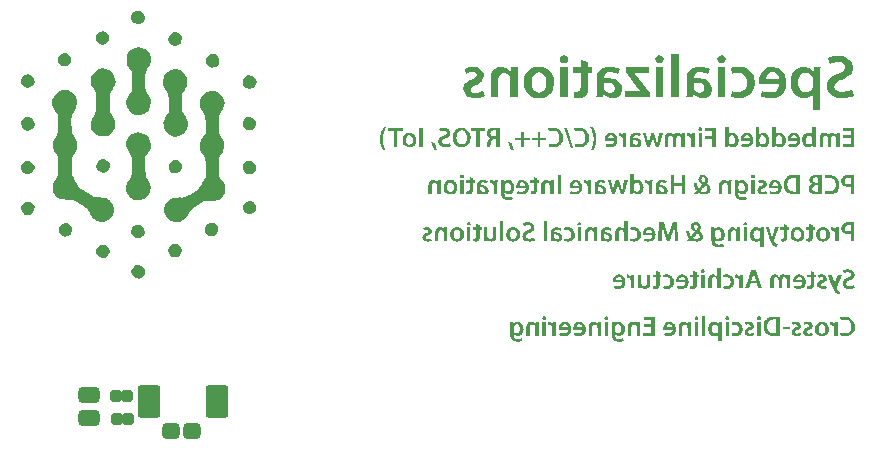
<source format=gbs>
G04 #@! TF.GenerationSoftware,KiCad,Pcbnew,8.0.4*
G04 #@! TF.CreationDate,2025-04-27T23:41:42-04:00*
G04 #@! TF.ProjectId,HDW_BUSINESS_CARD,4844575f-4255-4534-994e-4553535f4341,rev?*
G04 #@! TF.SameCoordinates,Original*
G04 #@! TF.FileFunction,Soldermask,Bot*
G04 #@! TF.FilePolarity,Negative*
%FSLAX46Y46*%
G04 Gerber Fmt 4.6, Leading zero omitted, Abs format (unit mm)*
G04 Created by KiCad (PCBNEW 8.0.4) date 2025-04-27 23:41:42*
%MOMM*%
%LPD*%
G01*
G04 APERTURE LIST*
G04 Aperture macros list*
%AMRoundRect*
0 Rectangle with rounded corners*
0 $1 Rounding radius*
0 $2 $3 $4 $5 $6 $7 $8 $9 X,Y pos of 4 corners*
0 Add a 4 corners polygon primitive as box body*
4,1,4,$2,$3,$4,$5,$6,$7,$8,$9,$2,$3,0*
0 Add four circle primitives for the rounded corners*
1,1,$1+$1,$2,$3*
1,1,$1+$1,$4,$5*
1,1,$1+$1,$6,$7*
1,1,$1+$1,$8,$9*
0 Add four rect primitives between the rounded corners*
20,1,$1+$1,$2,$3,$4,$5,0*
20,1,$1+$1,$4,$5,$6,$7,0*
20,1,$1+$1,$6,$7,$8,$9,0*
20,1,$1+$1,$8,$9,$2,$3,0*%
G04 Aperture macros list end*
%ADD10C,0.300000*%
%ADD11C,0.500000*%
%ADD12C,0.000000*%
%ADD13C,1.900000*%
%ADD14RoundRect,0.200000X0.737500X0.200000X-0.737500X0.200000X-0.737500X-0.200000X0.737500X-0.200000X0*%
%ADD15RoundRect,0.337500X-0.400000X-0.337500X0.400000X-0.337500X0.400000X0.337500X-0.400000X0.337500X0*%
%ADD16RoundRect,0.240000X0.240000X0.270000X-0.240000X0.270000X-0.240000X-0.270000X0.240000X-0.270000X0*%
%ADD17RoundRect,0.343750X-0.556250X0.343750X-0.556250X-0.343750X0.556250X-0.343750X0.556250X0.343750X0*%
G04 APERTURE END LIST*
D10*
G36*
X134229033Y-86930630D02*
G01*
X134314546Y-86958262D01*
X134406119Y-86976355D01*
X134493321Y-86985421D01*
X134548332Y-86987099D01*
X134644063Y-86981318D01*
X134731619Y-86964280D01*
X134810729Y-86936444D01*
X134902602Y-86883322D01*
X134978334Y-86812901D01*
X135037285Y-86726266D01*
X135078811Y-86624502D01*
X135098135Y-86538903D01*
X135107025Y-86445863D01*
X135107623Y-86413274D01*
X135101525Y-86310364D01*
X135083710Y-86217050D01*
X135054900Y-86133446D01*
X135015813Y-86059669D01*
X134948960Y-85976782D01*
X134866828Y-85911840D01*
X134771126Y-85865116D01*
X134663561Y-85836881D01*
X134576129Y-85828003D01*
X134545840Y-85827409D01*
X134452294Y-85832340D01*
X134368285Y-85845678D01*
X134285998Y-85868021D01*
X134231524Y-85888861D01*
X134169658Y-85637657D01*
X134257179Y-85617602D01*
X134338900Y-85602103D01*
X134423943Y-85591062D01*
X134522014Y-85584970D01*
X134557466Y-85584510D01*
X134647929Y-85588214D01*
X134735186Y-85599218D01*
X134818876Y-85617356D01*
X134898635Y-85642464D01*
X135010109Y-85692834D01*
X135110695Y-85757957D01*
X135199169Y-85837279D01*
X135274305Y-85930243D01*
X135334877Y-86036293D01*
X135366562Y-86113987D01*
X135390867Y-86197086D01*
X135407428Y-86285423D01*
X135415883Y-86378835D01*
X135416957Y-86427392D01*
X135413359Y-86516623D01*
X135402670Y-86601684D01*
X135373694Y-86720978D01*
X135329664Y-86829657D01*
X135271122Y-86926984D01*
X135198607Y-87012219D01*
X135112658Y-87084623D01*
X135013817Y-87143456D01*
X134902621Y-87187981D01*
X134821895Y-87209349D01*
X134736078Y-87223811D01*
X134645330Y-87231147D01*
X134598157Y-87232074D01*
X134509968Y-87229468D01*
X134413722Y-87220400D01*
X134329448Y-87206433D01*
X134248405Y-87186180D01*
X134181699Y-87161073D01*
X134229033Y-86930630D01*
G37*
G36*
X133951256Y-87205501D02*
G01*
X133658531Y-87205501D01*
X133658531Y-86608009D01*
X133653819Y-86523004D01*
X133651472Y-86507528D01*
X133624375Y-86426035D01*
X133570775Y-86352548D01*
X133495795Y-86303862D01*
X133414913Y-86284759D01*
X133389473Y-86283728D01*
X133306355Y-86289886D01*
X133301448Y-86290787D01*
X133301448Y-86036261D01*
X133370373Y-86009688D01*
X133453657Y-86021616D01*
X133534155Y-86057193D01*
X133606338Y-86116106D01*
X133657401Y-86184939D01*
X133689672Y-86255078D01*
X133696730Y-86255078D01*
X133708356Y-86036261D01*
X133960806Y-86036261D01*
X133955887Y-86127036D01*
X133953112Y-86215838D01*
X133951755Y-86302166D01*
X133951263Y-86398568D01*
X133951256Y-86413274D01*
X133951256Y-87205501D01*
G37*
G36*
X132695420Y-86015784D02*
G01*
X132785085Y-86033806D01*
X132867990Y-86063350D01*
X132943395Y-86104015D01*
X133010560Y-86155398D01*
X133068742Y-86217097D01*
X133117201Y-86288709D01*
X133155195Y-86369833D01*
X133181985Y-86460065D01*
X133196828Y-86559003D01*
X133199720Y-86629600D01*
X133193150Y-86731962D01*
X133174045Y-86825816D01*
X133143314Y-86910821D01*
X133101867Y-86986636D01*
X133050614Y-87052922D01*
X132968593Y-87125888D01*
X132872910Y-87180499D01*
X132793479Y-87208925D01*
X132708485Y-87226230D01*
X132618838Y-87232074D01*
X132535938Y-87227018D01*
X132454303Y-87211678D01*
X132350022Y-87174790D01*
X132277187Y-87134467D01*
X132210631Y-87083013D01*
X132151860Y-87020173D01*
X132102377Y-86945692D01*
X132063687Y-86859316D01*
X132037296Y-86760791D01*
X132024707Y-86649862D01*
X132024001Y-86617559D01*
X132326113Y-86617559D01*
X132331451Y-86703412D01*
X132352313Y-86799280D01*
X132387511Y-86880523D01*
X132446520Y-86955832D01*
X132521327Y-87003606D01*
X132609288Y-87020316D01*
X132701255Y-87003031D01*
X132777828Y-86954212D01*
X132837105Y-86878405D01*
X132871913Y-86797900D01*
X132892284Y-86704445D01*
X132897445Y-86622126D01*
X132891179Y-86530740D01*
X132871766Y-86442818D01*
X132838283Y-86363281D01*
X132778236Y-86285837D01*
X132695008Y-86236064D01*
X132606796Y-86221861D01*
X132521732Y-86236483D01*
X132441399Y-86287293D01*
X132383376Y-86365397D01*
X132350986Y-86444461D01*
X132332187Y-86530353D01*
X132326113Y-86617559D01*
X132024001Y-86617559D01*
X132023838Y-86610085D01*
X132029829Y-86512762D01*
X132047417Y-86422079D01*
X132076026Y-86338676D01*
X132115078Y-86263194D01*
X132182397Y-86175980D01*
X132265890Y-86105504D01*
X132338301Y-86064545D01*
X132418464Y-86034496D01*
X132505802Y-86015996D01*
X132599738Y-86009688D01*
X132695420Y-86015784D01*
G37*
G36*
X131855261Y-87151523D02*
G01*
X131774027Y-87187686D01*
X131688474Y-87212145D01*
X131605355Y-87226144D01*
X131516276Y-87231977D01*
X131503161Y-87232074D01*
X131394694Y-87225125D01*
X131299901Y-87204975D01*
X131219024Y-87172670D01*
X131137867Y-87116791D01*
X131079310Y-87045597D01*
X131043827Y-86961133D01*
X131031894Y-86865441D01*
X131043066Y-86774212D01*
X131074847Y-86695448D01*
X131128141Y-86627949D01*
X131203851Y-86570517D01*
X131284717Y-86529482D01*
X131341228Y-86507528D01*
X131425063Y-86473458D01*
X131497607Y-86432426D01*
X131542785Y-86356313D01*
X131543436Y-86342688D01*
X131511503Y-86261341D01*
X131435456Y-86222262D01*
X131381503Y-86216879D01*
X131297892Y-86225041D01*
X131215458Y-86247815D01*
X131136528Y-86284558D01*
X131077152Y-86079028D01*
X131153514Y-86046019D01*
X131239768Y-86023491D01*
X131327495Y-86011876D01*
X131386486Y-86009688D01*
X131482557Y-86016854D01*
X131568440Y-86037513D01*
X131660234Y-86080392D01*
X131733269Y-86139922D01*
X131785966Y-86213643D01*
X131816749Y-86299093D01*
X131824535Y-86374244D01*
X131810762Y-86463906D01*
X131767756Y-86547282D01*
X131705709Y-86612144D01*
X131635028Y-86660524D01*
X131546114Y-86702926D01*
X131505237Y-86718041D01*
X131424874Y-86751415D01*
X131351377Y-86798782D01*
X131315640Y-86875044D01*
X131315069Y-86889524D01*
X131344236Y-86971002D01*
X131417367Y-87012900D01*
X131500669Y-87022807D01*
X131592221Y-87013006D01*
X131673197Y-86991442D01*
X131753710Y-86958923D01*
X131795886Y-86935612D01*
X131855261Y-87151523D01*
G37*
G36*
X130863733Y-87151523D02*
G01*
X130782499Y-87187686D01*
X130696945Y-87212145D01*
X130613827Y-87226144D01*
X130524747Y-87231977D01*
X130511632Y-87232074D01*
X130403166Y-87225125D01*
X130308373Y-87204975D01*
X130227495Y-87172670D01*
X130146339Y-87116791D01*
X130087782Y-87045597D01*
X130052299Y-86961133D01*
X130040366Y-86865441D01*
X130051537Y-86774212D01*
X130083318Y-86695448D01*
X130136612Y-86627949D01*
X130212322Y-86570517D01*
X130293189Y-86529482D01*
X130349699Y-86507528D01*
X130433534Y-86473458D01*
X130506079Y-86432426D01*
X130551257Y-86356313D01*
X130551908Y-86342688D01*
X130519974Y-86261341D01*
X130443928Y-86222262D01*
X130389975Y-86216879D01*
X130306364Y-86225041D01*
X130223930Y-86247815D01*
X130145000Y-86284558D01*
X130085624Y-86079028D01*
X130161985Y-86046019D01*
X130248240Y-86023491D01*
X130335967Y-86011876D01*
X130394958Y-86009688D01*
X130491029Y-86016854D01*
X130576912Y-86037513D01*
X130668706Y-86080392D01*
X130741741Y-86139922D01*
X130794438Y-86213643D01*
X130825220Y-86299093D01*
X130833007Y-86374244D01*
X130819234Y-86463906D01*
X130776228Y-86547282D01*
X130714181Y-86612144D01*
X130643500Y-86660524D01*
X130554586Y-86702926D01*
X130513709Y-86718041D01*
X130433346Y-86751415D01*
X130359849Y-86798782D01*
X130324112Y-86875044D01*
X130323541Y-86889524D01*
X130352708Y-86971002D01*
X130425839Y-87012900D01*
X130509141Y-87022807D01*
X130600693Y-87013006D01*
X130681669Y-86991442D01*
X130762181Y-86958923D01*
X130804357Y-86935612D01*
X130863733Y-87151523D01*
G37*
G36*
X129886737Y-86471819D02*
G01*
X129886737Y-86674028D01*
X129279696Y-86674028D01*
X129279696Y-86471819D01*
X129886737Y-86471819D01*
G37*
G36*
X128669691Y-85585977D02*
G01*
X128762739Y-85590115D01*
X128851791Y-85596530D01*
X128936075Y-85604829D01*
X129027351Y-85616365D01*
X129039703Y-85618142D01*
X129039703Y-87210898D01*
X128949861Y-87220230D01*
X128856684Y-87226694D01*
X128764105Y-87230459D01*
X128676047Y-87231969D01*
X128644836Y-87232074D01*
X128558677Y-87230138D01*
X128475726Y-87224334D01*
X128370440Y-87210594D01*
X128271632Y-87190012D01*
X128179746Y-87162609D01*
X128095224Y-87128404D01*
X128018509Y-87087415D01*
X127950044Y-87039663D01*
X127919043Y-87013257D01*
X127851791Y-86942350D01*
X127793546Y-86860397D01*
X127754094Y-86786854D01*
X127721533Y-86706199D01*
X127696367Y-86618409D01*
X127679095Y-86523468D01*
X127670218Y-86421354D01*
X127669286Y-86377151D01*
X127978419Y-86377151D01*
X127984316Y-86487874D01*
X128001776Y-86588061D01*
X128030450Y-86677619D01*
X128069988Y-86756455D01*
X128120041Y-86824477D01*
X128202534Y-86898193D01*
X128275767Y-86940623D01*
X128358352Y-86971932D01*
X128449940Y-86992027D01*
X128550183Y-87000815D01*
X128585460Y-87001216D01*
X128673381Y-87000333D01*
X128746978Y-86994157D01*
X128746978Y-85829900D01*
X128659541Y-85817474D01*
X128572563Y-85813474D01*
X128547260Y-85813292D01*
X128448452Y-85818707D01*
X128358407Y-85834764D01*
X128277348Y-85861175D01*
X128183637Y-85912006D01*
X128106830Y-85980063D01*
X128047459Y-86064670D01*
X128006054Y-86165150D01*
X127987108Y-86250520D01*
X127978791Y-86344153D01*
X127978419Y-86377151D01*
X127669286Y-86377151D01*
X127669085Y-86367601D01*
X127673478Y-86268239D01*
X127686395Y-86176214D01*
X127707447Y-86091390D01*
X127744610Y-85995280D01*
X127793117Y-85909944D01*
X127852207Y-85835114D01*
X127921120Y-85770525D01*
X127994720Y-85717029D01*
X128077528Y-85672554D01*
X128170417Y-85637118D01*
X128252574Y-85615291D01*
X128342190Y-85599271D01*
X128439714Y-85589068D01*
X128545592Y-85584692D01*
X128573419Y-85584510D01*
X128669691Y-85585977D01*
G37*
G36*
X127126402Y-87205501D02*
G01*
X127126402Y-86036261D01*
X127419127Y-86036261D01*
X127419127Y-87205501D01*
X127126402Y-87205501D01*
G37*
G36*
X127271727Y-85557936D02*
G01*
X127353003Y-85576781D01*
X127413619Y-85633911D01*
X127435736Y-85717793D01*
X127414283Y-85798668D01*
X127347737Y-85859071D01*
X127273803Y-85874743D01*
X127189925Y-85855569D01*
X127129037Y-85798668D01*
X127107302Y-85717793D01*
X127130059Y-85633911D01*
X127196832Y-85573319D01*
X127271727Y-85557936D01*
G37*
G36*
X126882672Y-87151523D02*
G01*
X126801438Y-87187686D01*
X126715885Y-87212145D01*
X126632766Y-87226144D01*
X126543687Y-87231977D01*
X126530572Y-87232074D01*
X126422105Y-87225125D01*
X126327312Y-87204975D01*
X126246435Y-87172670D01*
X126165278Y-87116791D01*
X126106721Y-87045597D01*
X126071238Y-86961133D01*
X126059305Y-86865441D01*
X126070477Y-86774212D01*
X126102258Y-86695448D01*
X126155552Y-86627949D01*
X126231262Y-86570517D01*
X126312128Y-86529482D01*
X126368639Y-86507528D01*
X126452474Y-86473458D01*
X126525018Y-86432426D01*
X126570196Y-86356313D01*
X126570847Y-86342688D01*
X126538914Y-86261341D01*
X126462867Y-86222262D01*
X126408914Y-86216879D01*
X126325303Y-86225041D01*
X126242869Y-86247815D01*
X126163939Y-86284558D01*
X126104563Y-86079028D01*
X126180925Y-86046019D01*
X126267179Y-86023491D01*
X126354906Y-86011876D01*
X126413897Y-86009688D01*
X126509968Y-86016854D01*
X126595851Y-86037513D01*
X126687645Y-86080392D01*
X126760680Y-86139922D01*
X126813377Y-86213643D01*
X126844160Y-86299093D01*
X126851946Y-86374244D01*
X126838173Y-86463906D01*
X126795167Y-86547282D01*
X126733120Y-86612144D01*
X126662439Y-86660524D01*
X126573525Y-86702926D01*
X126532648Y-86718041D01*
X126452285Y-86751415D01*
X126378788Y-86798782D01*
X126343051Y-86875044D01*
X126342480Y-86889524D01*
X126371647Y-86971002D01*
X126444778Y-87012900D01*
X126528080Y-87022807D01*
X126619632Y-87013006D01*
X126700608Y-86991442D01*
X126781121Y-86958923D01*
X126823297Y-86935612D01*
X126882672Y-87151523D01*
G37*
G36*
X125007986Y-86955542D02*
G01*
X125086655Y-86982379D01*
X125168790Y-86997466D01*
X125238845Y-87001216D01*
X125328924Y-86991248D01*
X125409864Y-86961856D01*
X125479158Y-86913811D01*
X125534294Y-86847883D01*
X125572766Y-86764841D01*
X125592063Y-86665454D01*
X125593852Y-86621296D01*
X125585082Y-86524126D01*
X125557510Y-86436832D01*
X125512164Y-86362114D01*
X125450068Y-86302669D01*
X125372250Y-86261197D01*
X125279735Y-86240397D01*
X125238845Y-86238470D01*
X125150768Y-86244225D01*
X125068949Y-86263014D01*
X125017536Y-86284558D01*
X124965219Y-86062835D01*
X125047366Y-86035404D01*
X125129346Y-86018840D01*
X125218247Y-86010307D01*
X125248394Y-86009688D01*
X125358431Y-86016650D01*
X125459195Y-86036926D01*
X125550349Y-86069595D01*
X125631552Y-86113737D01*
X125702468Y-86168433D01*
X125762756Y-86232764D01*
X125812078Y-86305809D01*
X125850096Y-86386649D01*
X125876471Y-86474364D01*
X125890864Y-86568035D01*
X125893635Y-86633337D01*
X125887507Y-86732633D01*
X125869487Y-86824428D01*
X125840117Y-86908227D01*
X125799942Y-86983534D01*
X125749507Y-87049857D01*
X125667238Y-87123453D01*
X125594975Y-87166885D01*
X125514265Y-87199683D01*
X125425651Y-87221351D01*
X125329677Y-87231395D01*
X125296144Y-87232074D01*
X125204601Y-87228007D01*
X125122190Y-87217178D01*
X125033216Y-87196635D01*
X124967711Y-87172699D01*
X125007986Y-86955542D01*
G37*
G36*
X124459075Y-87205501D02*
G01*
X124459075Y-86036261D01*
X124751800Y-86036261D01*
X124751800Y-87205501D01*
X124459075Y-87205501D01*
G37*
G36*
X124604399Y-85557936D02*
G01*
X124685676Y-85576781D01*
X124746292Y-85633911D01*
X124768408Y-85717793D01*
X124746956Y-85798668D01*
X124680410Y-85859071D01*
X124606475Y-85874743D01*
X124522598Y-85855569D01*
X124461710Y-85798668D01*
X124439975Y-85717793D01*
X124462732Y-85633911D01*
X124529504Y-85573319D01*
X124604399Y-85557936D01*
G37*
G36*
X123574718Y-86017370D02*
G01*
X123660543Y-86039970D01*
X123737084Y-86076812D01*
X123803947Y-86127225D01*
X123860738Y-86190535D01*
X123877362Y-86214387D01*
X123882344Y-86214387D01*
X123896461Y-86036261D01*
X124153478Y-86036261D01*
X124150059Y-86122288D01*
X124146991Y-86215010D01*
X124144991Y-86302736D01*
X124143985Y-86397600D01*
X124143928Y-86426146D01*
X124143928Y-87683826D01*
X123851203Y-87683826D01*
X123851203Y-87077615D01*
X123846636Y-87077615D01*
X123790855Y-87140812D01*
X123715532Y-87189567D01*
X123636350Y-87218086D01*
X123547236Y-87231357D01*
X123520279Y-87232074D01*
X123421766Y-87222557D01*
X123326348Y-87193849D01*
X123237120Y-87145716D01*
X123157175Y-87077926D01*
X123089609Y-86990245D01*
X123048919Y-86911290D01*
X123018239Y-86820916D01*
X122998873Y-86719025D01*
X122992844Y-86617559D01*
X123289420Y-86617559D01*
X123294493Y-86700778D01*
X123314685Y-86793482D01*
X123349548Y-86871850D01*
X123409666Y-86944320D01*
X123488472Y-86990187D01*
X123584637Y-87006198D01*
X123674057Y-86990751D01*
X123750047Y-86947705D01*
X123808209Y-86882004D01*
X123844145Y-86798592D01*
X123851203Y-86716380D01*
X123851203Y-86537008D01*
X123841653Y-86460609D01*
X123810563Y-86381454D01*
X123752241Y-86309323D01*
X123676101Y-86261074D01*
X123588915Y-86241221D01*
X123577578Y-86240961D01*
X123481140Y-86257925D01*
X123403746Y-86305379D01*
X123345872Y-86378167D01*
X123312899Y-86454455D01*
X123294087Y-86541771D01*
X123289420Y-86617559D01*
X122992844Y-86617559D01*
X122992128Y-86605518D01*
X122997818Y-86506006D01*
X123014309Y-86414233D01*
X123040729Y-86330646D01*
X123089898Y-86232705D01*
X123153110Y-86151173D01*
X123228301Y-86087112D01*
X123313408Y-86041583D01*
X123406370Y-86015645D01*
X123480003Y-86009688D01*
X123574718Y-86017370D01*
G37*
G36*
X122752135Y-87205501D02*
G01*
X122459410Y-87205501D01*
X122459410Y-85504789D01*
X122752135Y-85504789D01*
X122752135Y-87205501D01*
G37*
G36*
X121848217Y-87205501D02*
G01*
X121848217Y-86036261D01*
X122140942Y-86036261D01*
X122140942Y-87205501D01*
X121848217Y-87205501D01*
G37*
G36*
X121993541Y-85557936D02*
G01*
X122074817Y-85576781D01*
X122135433Y-85633911D01*
X122157550Y-85717793D01*
X122136097Y-85798668D01*
X122069552Y-85859071D01*
X121995617Y-85874743D01*
X121911739Y-85855569D01*
X121850852Y-85798668D01*
X121829117Y-85717793D01*
X121851874Y-85633911D01*
X121918646Y-85573319D01*
X121993541Y-85557936D01*
G37*
G36*
X121533070Y-87205501D02*
G01*
X121240345Y-87205501D01*
X121240345Y-86515002D01*
X121229576Y-86430730D01*
X121226228Y-86421163D01*
X121182867Y-86341632D01*
X121121017Y-86284407D01*
X121039497Y-86251815D01*
X120997445Y-86248020D01*
X120906445Y-86265415D01*
X120833872Y-86323150D01*
X120795352Y-86400704D01*
X120779107Y-86482946D01*
X120776137Y-86544066D01*
X120776137Y-87205501D01*
X120483412Y-87205501D01*
X120483412Y-86510019D01*
X120488762Y-86412388D01*
X120504095Y-86326776D01*
X120538215Y-86230411D01*
X120585631Y-86153224D01*
X120659721Y-86081805D01*
X120745638Y-86035956D01*
X120838414Y-86013235D01*
X120895303Y-86009688D01*
X120980718Y-86017225D01*
X121070128Y-86043317D01*
X121144984Y-86083199D01*
X121213525Y-86140363D01*
X121266503Y-86209820D01*
X121273562Y-86209820D01*
X121288094Y-86036261D01*
X121542620Y-86036261D01*
X121538788Y-86124463D01*
X121535798Y-86208692D01*
X121533729Y-86299340D01*
X121533070Y-86384625D01*
X121533070Y-87205501D01*
G37*
G36*
X119780133Y-86017457D02*
G01*
X119870497Y-86039830D01*
X119951388Y-86075405D01*
X120022712Y-86122780D01*
X120084375Y-86180553D01*
X120136281Y-86247322D01*
X120178337Y-86321685D01*
X120210448Y-86402239D01*
X120232520Y-86487583D01*
X120244458Y-86576315D01*
X120246741Y-86636659D01*
X120240960Y-86735585D01*
X120223837Y-86826981D01*
X120195701Y-86910365D01*
X120156879Y-86985258D01*
X120089064Y-87071075D01*
X120003614Y-87139804D01*
X119928423Y-87179452D01*
X119844080Y-87208366D01*
X119750912Y-87226067D01*
X119649249Y-87232074D01*
X119558639Y-87228957D01*
X119474395Y-87220097D01*
X119384705Y-87203489D01*
X119294332Y-87177675D01*
X119244832Y-87158581D01*
X119287599Y-86956788D01*
X119374899Y-86983474D01*
X119461223Y-87000677D01*
X119548172Y-87009200D01*
X119608974Y-87010766D01*
X119694569Y-87003809D01*
X119788144Y-86976434D01*
X119866925Y-86927184D01*
X119925806Y-86854878D01*
X119955987Y-86776157D01*
X119965642Y-86700602D01*
X119190024Y-86700602D01*
X119181266Y-86615645D01*
X119180474Y-86576868D01*
X119185451Y-86496317D01*
X119456591Y-86496317D01*
X119965642Y-86496317D01*
X119948301Y-86412957D01*
X119909885Y-86329783D01*
X119847918Y-86260095D01*
X119774181Y-86221177D01*
X119696999Y-86209820D01*
X119602133Y-86226973D01*
X119525626Y-86281394D01*
X119480107Y-86358044D01*
X119459473Y-86441355D01*
X119456591Y-86496317D01*
X119185451Y-86496317D01*
X119186525Y-86478944D01*
X119205685Y-86380168D01*
X119239462Y-86284827D01*
X119289364Y-86197208D01*
X119356899Y-86121598D01*
X119443576Y-86062283D01*
X119522054Y-86031070D01*
X119612783Y-86013243D01*
X119680390Y-86009688D01*
X119780133Y-86017457D01*
G37*
G36*
X117544535Y-86250096D02*
G01*
X118149085Y-86250096D01*
X118149085Y-85851491D01*
X117508827Y-85851491D01*
X117508827Y-85611083D01*
X118441810Y-85611083D01*
X118441810Y-87205501D01*
X117473119Y-87205501D01*
X117473119Y-86965507D01*
X118149085Y-86965507D01*
X118149085Y-86488013D01*
X117544535Y-86488013D01*
X117544535Y-86250096D01*
G37*
G36*
X117228143Y-87205501D02*
G01*
X116935418Y-87205501D01*
X116935418Y-86515002D01*
X116924649Y-86430730D01*
X116921301Y-86421163D01*
X116877940Y-86341632D01*
X116816090Y-86284407D01*
X116734570Y-86251815D01*
X116692519Y-86248020D01*
X116601519Y-86265415D01*
X116528945Y-86323150D01*
X116490425Y-86400704D01*
X116474180Y-86482946D01*
X116471210Y-86544066D01*
X116471210Y-87205501D01*
X116178485Y-87205501D01*
X116178485Y-86510019D01*
X116183835Y-86412388D01*
X116199169Y-86326776D01*
X116233289Y-86230411D01*
X116280704Y-86153224D01*
X116354794Y-86081805D01*
X116440712Y-86035956D01*
X116533487Y-86013235D01*
X116590376Y-86009688D01*
X116675791Y-86017225D01*
X116765202Y-86043317D01*
X116840057Y-86083199D01*
X116908598Y-86140363D01*
X116961577Y-86209820D01*
X116968635Y-86209820D01*
X116983168Y-86036261D01*
X117237693Y-86036261D01*
X117233861Y-86124463D01*
X117230872Y-86208692D01*
X117228802Y-86299340D01*
X117228143Y-86384625D01*
X117228143Y-87205501D01*
G37*
G36*
X115518335Y-86020387D02*
G01*
X115615476Y-86051916D01*
X115704628Y-86103424D01*
X115783254Y-86174060D01*
X115848822Y-86262971D01*
X115887902Y-86341136D01*
X115917140Y-86428743D01*
X115935467Y-86525433D01*
X115941814Y-86630846D01*
X115936516Y-86722737D01*
X115921024Y-86808767D01*
X115895935Y-86888242D01*
X115848592Y-86982813D01*
X115786677Y-87062852D01*
X115711609Y-87126714D01*
X115624810Y-87172756D01*
X115527700Y-87199332D01*
X115448956Y-87205501D01*
X115366137Y-87198466D01*
X115280224Y-87173769D01*
X115206564Y-87133446D01*
X115138354Y-87071109D01*
X115110973Y-87034433D01*
X115106406Y-87034433D01*
X115106406Y-87134499D01*
X115112914Y-87221305D01*
X115138176Y-87310940D01*
X115190722Y-87392329D01*
X115263955Y-87447027D01*
X115354096Y-87477004D01*
X115439406Y-87484524D01*
X115528987Y-87478526D01*
X115611593Y-87462534D01*
X115694785Y-87435865D01*
X115770353Y-87400514D01*
X115777390Y-87396498D01*
X115841748Y-87617807D01*
X115757070Y-87657323D01*
X115670375Y-87683333D01*
X115576289Y-87700883D01*
X115492923Y-87708856D01*
X115437330Y-87710399D01*
X115347028Y-87706628D01*
X115257061Y-87694240D01*
X115169775Y-87671627D01*
X115087520Y-87637179D01*
X115012644Y-87589287D01*
X114989731Y-87570057D01*
X114928884Y-87501773D01*
X114882192Y-87419661D01*
X114853504Y-87340554D01*
X114833600Y-87251635D01*
X114822007Y-87152809D01*
X114818396Y-87066553D01*
X114818248Y-87043983D01*
X114818248Y-86506697D01*
X115110973Y-86506697D01*
X115110973Y-86698941D01*
X115117713Y-86783166D01*
X115123014Y-86803990D01*
X115164669Y-86886995D01*
X115229368Y-86947781D01*
X115310793Y-86981470D01*
X115360931Y-86986683D01*
X115455213Y-86970291D01*
X115531180Y-86924389D01*
X115588206Y-86853887D01*
X115625668Y-86763695D01*
X115641492Y-86677036D01*
X115644106Y-86621296D01*
X115638576Y-86535251D01*
X115617072Y-86441190D01*
X115581024Y-86363205D01*
X115521083Y-86292475D01*
X115445860Y-86248568D01*
X115358440Y-86233487D01*
X115273444Y-86248175D01*
X115197373Y-86295331D01*
X115143440Y-86367662D01*
X115120523Y-86426146D01*
X115110973Y-86506697D01*
X114818248Y-86506697D01*
X114818248Y-86372584D01*
X114817794Y-86289361D01*
X114815973Y-86195631D01*
X114812711Y-86108913D01*
X114808698Y-86036261D01*
X115063639Y-86036261D01*
X115075265Y-86190720D01*
X115080247Y-86190720D01*
X115130683Y-86122320D01*
X115201593Y-86064548D01*
X115282578Y-86028375D01*
X115367515Y-86011890D01*
X115415739Y-86009688D01*
X115518335Y-86020387D01*
G37*
G36*
X114221587Y-87205501D02*
G01*
X114221587Y-86036261D01*
X114514312Y-86036261D01*
X114514312Y-87205501D01*
X114221587Y-87205501D01*
G37*
G36*
X114366912Y-85557936D02*
G01*
X114448188Y-85576781D01*
X114508804Y-85633911D01*
X114530921Y-85717793D01*
X114509468Y-85798668D01*
X114442922Y-85859071D01*
X114368988Y-85874743D01*
X114285110Y-85855569D01*
X114224222Y-85798668D01*
X114202487Y-85717793D01*
X114225244Y-85633911D01*
X114292017Y-85573319D01*
X114366912Y-85557936D01*
G37*
G36*
X113906441Y-87205501D02*
G01*
X113613715Y-87205501D01*
X113613715Y-86515002D01*
X113602947Y-86430730D01*
X113599598Y-86421163D01*
X113556237Y-86341632D01*
X113494387Y-86284407D01*
X113412868Y-86251815D01*
X113370816Y-86248020D01*
X113279816Y-86265415D01*
X113207243Y-86323150D01*
X113168722Y-86400704D01*
X113152477Y-86482946D01*
X113149508Y-86544066D01*
X113149508Y-87205501D01*
X112856782Y-87205501D01*
X112856782Y-86510019D01*
X112862132Y-86412388D01*
X112877466Y-86326776D01*
X112911586Y-86230411D01*
X112959001Y-86153224D01*
X113033091Y-86081805D01*
X113119009Y-86035956D01*
X113211784Y-86013235D01*
X113268674Y-86009688D01*
X113354088Y-86017225D01*
X113443499Y-86043317D01*
X113518355Y-86083199D01*
X113586895Y-86140363D01*
X113639874Y-86209820D01*
X113646933Y-86209820D01*
X113661465Y-86036261D01*
X113915990Y-86036261D01*
X113912158Y-86124463D01*
X113909169Y-86208692D01*
X113907099Y-86299340D01*
X113906441Y-86384625D01*
X113906441Y-87205501D01*
G37*
G36*
X112153503Y-86017457D02*
G01*
X112243867Y-86039830D01*
X112324759Y-86075405D01*
X112396083Y-86122780D01*
X112457745Y-86180553D01*
X112509652Y-86247322D01*
X112551708Y-86321685D01*
X112583819Y-86402239D01*
X112605891Y-86487583D01*
X112617829Y-86576315D01*
X112620111Y-86636659D01*
X112614331Y-86735585D01*
X112597208Y-86826981D01*
X112569072Y-86910365D01*
X112530250Y-86985258D01*
X112462434Y-87071075D01*
X112376985Y-87139804D01*
X112301794Y-87179452D01*
X112217450Y-87208366D01*
X112124283Y-87226067D01*
X112022620Y-87232074D01*
X111932010Y-87228957D01*
X111847766Y-87220097D01*
X111758075Y-87203489D01*
X111667703Y-87177675D01*
X111618203Y-87158581D01*
X111660969Y-86956788D01*
X111748269Y-86983474D01*
X111834594Y-87000677D01*
X111921542Y-87009200D01*
X111982344Y-87010766D01*
X112067939Y-87003809D01*
X112161514Y-86976434D01*
X112240296Y-86927184D01*
X112299177Y-86854878D01*
X112329358Y-86776157D01*
X112339012Y-86700602D01*
X111563394Y-86700602D01*
X111554636Y-86615645D01*
X111553845Y-86576868D01*
X111558822Y-86496317D01*
X111829961Y-86496317D01*
X112339012Y-86496317D01*
X112321671Y-86412957D01*
X112283256Y-86329783D01*
X112221289Y-86260095D01*
X112147551Y-86221177D01*
X112070369Y-86209820D01*
X111975503Y-86226973D01*
X111898997Y-86281394D01*
X111853477Y-86358044D01*
X111832844Y-86441355D01*
X111829961Y-86496317D01*
X111558822Y-86496317D01*
X111559896Y-86478944D01*
X111579056Y-86380168D01*
X111612832Y-86284827D01*
X111662734Y-86197208D01*
X111730269Y-86121598D01*
X111816947Y-86062283D01*
X111895424Y-86031070D01*
X111986154Y-86013243D01*
X112053761Y-86009688D01*
X112153503Y-86017457D01*
G37*
G36*
X110926134Y-86017457D02*
G01*
X111016498Y-86039830D01*
X111097389Y-86075405D01*
X111168714Y-86122780D01*
X111230376Y-86180553D01*
X111282283Y-86247322D01*
X111324339Y-86321685D01*
X111356450Y-86402239D01*
X111378522Y-86487583D01*
X111390460Y-86576315D01*
X111392742Y-86636659D01*
X111386961Y-86735585D01*
X111369839Y-86826981D01*
X111341702Y-86910365D01*
X111302881Y-86985258D01*
X111235065Y-87071075D01*
X111149615Y-87139804D01*
X111074425Y-87179452D01*
X110990081Y-87208366D01*
X110896914Y-87226067D01*
X110795251Y-87232074D01*
X110704641Y-87228957D01*
X110620397Y-87220097D01*
X110530706Y-87203489D01*
X110440333Y-87177675D01*
X110390833Y-87158581D01*
X110433600Y-86956788D01*
X110520900Y-86983474D01*
X110607225Y-87000677D01*
X110694173Y-87009200D01*
X110754975Y-87010766D01*
X110840570Y-87003809D01*
X110934145Y-86976434D01*
X111012927Y-86927184D01*
X111071808Y-86854878D01*
X111101988Y-86776157D01*
X111111643Y-86700602D01*
X110336025Y-86700602D01*
X110327267Y-86615645D01*
X110326475Y-86576868D01*
X110331453Y-86496317D01*
X110602592Y-86496317D01*
X111111643Y-86496317D01*
X111094302Y-86412957D01*
X111055887Y-86329783D01*
X110993920Y-86260095D01*
X110920182Y-86221177D01*
X110843000Y-86209820D01*
X110748134Y-86226973D01*
X110671627Y-86281394D01*
X110626108Y-86358044D01*
X110605475Y-86441355D01*
X110602592Y-86496317D01*
X110331453Y-86496317D01*
X110332527Y-86478944D01*
X110351687Y-86380168D01*
X110385463Y-86284827D01*
X110435365Y-86197208D01*
X110502900Y-86121598D01*
X110589578Y-86062283D01*
X110668055Y-86031070D01*
X110758784Y-86013243D01*
X110826392Y-86009688D01*
X110926134Y-86017457D01*
G37*
G36*
X110091465Y-87205501D02*
G01*
X109798740Y-87205501D01*
X109798740Y-86608009D01*
X109794029Y-86523004D01*
X109791681Y-86507528D01*
X109764584Y-86426035D01*
X109710984Y-86352548D01*
X109636004Y-86303862D01*
X109555122Y-86284759D01*
X109529682Y-86283728D01*
X109446564Y-86289886D01*
X109441657Y-86290787D01*
X109441657Y-86036261D01*
X109510582Y-86009688D01*
X109593867Y-86021616D01*
X109674365Y-86057193D01*
X109746548Y-86116106D01*
X109797610Y-86184939D01*
X109829881Y-86255078D01*
X109836939Y-86255078D01*
X109848565Y-86036261D01*
X110101015Y-86036261D01*
X110096097Y-86127036D01*
X110093321Y-86215838D01*
X110091965Y-86302166D01*
X110091472Y-86398568D01*
X110091465Y-86413274D01*
X110091465Y-87205501D01*
G37*
G36*
X108951706Y-87205501D02*
G01*
X108951706Y-86036261D01*
X109244431Y-86036261D01*
X109244431Y-87205501D01*
X108951706Y-87205501D01*
G37*
G36*
X109097030Y-85557936D02*
G01*
X109178306Y-85576781D01*
X109238922Y-85633911D01*
X109261039Y-85717793D01*
X109239586Y-85798668D01*
X109173041Y-85859071D01*
X109099106Y-85874743D01*
X109015228Y-85855569D01*
X108954341Y-85798668D01*
X108932606Y-85717793D01*
X108955363Y-85633911D01*
X109022135Y-85573319D01*
X109097030Y-85557936D01*
G37*
G36*
X108636559Y-87205501D02*
G01*
X108343834Y-87205501D01*
X108343834Y-86515002D01*
X108333065Y-86430730D01*
X108329717Y-86421163D01*
X108286356Y-86341632D01*
X108224506Y-86284407D01*
X108142986Y-86251815D01*
X108100935Y-86248020D01*
X108009935Y-86265415D01*
X107937361Y-86323150D01*
X107898841Y-86400704D01*
X107882596Y-86482946D01*
X107879626Y-86544066D01*
X107879626Y-87205501D01*
X107586901Y-87205501D01*
X107586901Y-86510019D01*
X107592251Y-86412388D01*
X107607585Y-86326776D01*
X107641704Y-86230411D01*
X107689120Y-86153224D01*
X107763210Y-86081805D01*
X107849127Y-86035956D01*
X107941903Y-86013235D01*
X107998792Y-86009688D01*
X108084207Y-86017225D01*
X108173618Y-86043317D01*
X108248473Y-86083199D01*
X108317014Y-86140363D01*
X108369993Y-86209820D01*
X108377051Y-86209820D01*
X108391584Y-86036261D01*
X108646109Y-86036261D01*
X108642277Y-86124463D01*
X108639288Y-86208692D01*
X108637218Y-86299340D01*
X108636559Y-86384625D01*
X108636559Y-87205501D01*
G37*
G36*
X106926751Y-86020387D02*
G01*
X107023892Y-86051916D01*
X107113044Y-86103424D01*
X107191670Y-86174060D01*
X107257238Y-86262971D01*
X107296317Y-86341136D01*
X107325556Y-86428743D01*
X107343883Y-86525433D01*
X107350230Y-86630846D01*
X107344932Y-86722737D01*
X107329440Y-86808767D01*
X107304351Y-86888242D01*
X107257008Y-86982813D01*
X107195093Y-87062852D01*
X107120025Y-87126714D01*
X107033226Y-87172756D01*
X106936116Y-87199332D01*
X106857372Y-87205501D01*
X106774553Y-87198466D01*
X106688640Y-87173769D01*
X106614979Y-87133446D01*
X106546769Y-87071109D01*
X106519389Y-87034433D01*
X106514822Y-87034433D01*
X106514822Y-87134499D01*
X106521330Y-87221305D01*
X106546592Y-87310940D01*
X106599138Y-87392329D01*
X106672371Y-87447027D01*
X106762512Y-87477004D01*
X106847822Y-87484524D01*
X106937403Y-87478526D01*
X107020009Y-87462534D01*
X107103201Y-87435865D01*
X107178769Y-87400514D01*
X107185806Y-87396498D01*
X107250163Y-87617807D01*
X107165486Y-87657323D01*
X107078791Y-87683333D01*
X106984705Y-87700883D01*
X106901339Y-87708856D01*
X106845746Y-87710399D01*
X106755444Y-87706628D01*
X106665477Y-87694240D01*
X106578191Y-87671627D01*
X106495936Y-87637179D01*
X106421060Y-87589287D01*
X106398147Y-87570057D01*
X106337300Y-87501773D01*
X106290608Y-87419661D01*
X106261920Y-87340554D01*
X106242016Y-87251635D01*
X106230423Y-87152809D01*
X106226812Y-87066553D01*
X106226664Y-87043983D01*
X106226664Y-86506697D01*
X106519389Y-86506697D01*
X106519389Y-86698941D01*
X106526128Y-86783166D01*
X106531430Y-86803990D01*
X106573085Y-86886995D01*
X106637784Y-86947781D01*
X106719209Y-86981470D01*
X106769347Y-86986683D01*
X106863629Y-86970291D01*
X106939596Y-86924389D01*
X106996622Y-86853887D01*
X107034084Y-86763695D01*
X107049908Y-86677036D01*
X107052522Y-86621296D01*
X107046991Y-86535251D01*
X107025487Y-86441190D01*
X106989439Y-86363205D01*
X106929499Y-86292475D01*
X106854275Y-86248568D01*
X106766856Y-86233487D01*
X106681860Y-86248175D01*
X106605789Y-86295331D01*
X106551856Y-86367662D01*
X106528939Y-86426146D01*
X106519389Y-86506697D01*
X106226664Y-86506697D01*
X106226664Y-86372584D01*
X106226209Y-86289361D01*
X106224389Y-86195631D01*
X106221127Y-86108913D01*
X106217114Y-86036261D01*
X106472055Y-86036261D01*
X106483681Y-86190720D01*
X106488663Y-86190720D01*
X106539099Y-86122320D01*
X106610009Y-86064548D01*
X106690994Y-86028375D01*
X106775931Y-86011890D01*
X106824155Y-86009688D01*
X106926751Y-86020387D01*
G37*
G36*
X134971694Y-77585536D02*
G01*
X135067865Y-77589256D01*
X135154339Y-77595320D01*
X135243560Y-77604829D01*
X135331008Y-77618142D01*
X135331008Y-79205501D01*
X135040774Y-79205501D01*
X135040774Y-78598459D01*
X134956600Y-78609209D01*
X134897941Y-78610501D01*
X134802899Y-78606296D01*
X134712549Y-78593650D01*
X134627687Y-78572516D01*
X134549113Y-78542846D01*
X134464248Y-78495907D01*
X134390966Y-78436526D01*
X134332616Y-78364973D01*
X134294499Y-78291190D01*
X134268952Y-78207605D01*
X134256444Y-78114819D01*
X134255547Y-78084426D01*
X134545840Y-78084426D01*
X134559583Y-78181399D01*
X134599551Y-78260783D01*
X134663857Y-78321283D01*
X134750612Y-78361600D01*
X134838693Y-78378844D01*
X134897941Y-78381718D01*
X134981821Y-78378778D01*
X135040774Y-78367601D01*
X135040774Y-77825333D01*
X134952732Y-77813428D01*
X134871782Y-77810801D01*
X134782918Y-77817618D01*
X134692912Y-77843648D01*
X134622742Y-77888904D01*
X134568333Y-77965649D01*
X134547279Y-78051656D01*
X134545840Y-78084426D01*
X134255547Y-78084426D01*
X134255191Y-78072385D01*
X134263777Y-77976914D01*
X134288352Y-77889897D01*
X134327143Y-77812871D01*
X134378377Y-77747374D01*
X134412557Y-77715717D01*
X134487227Y-77665202D01*
X134563597Y-77631419D01*
X134651659Y-77606611D01*
X134734165Y-77592924D01*
X134825126Y-77585699D01*
X134883824Y-77584510D01*
X134971694Y-77585536D01*
G37*
G36*
X134042602Y-79205501D02*
G01*
X133749877Y-79205501D01*
X133749877Y-78608009D01*
X133745166Y-78523004D01*
X133742819Y-78507528D01*
X133715722Y-78426035D01*
X133662122Y-78352548D01*
X133587142Y-78303862D01*
X133506260Y-78284759D01*
X133480819Y-78283728D01*
X133397701Y-78289886D01*
X133392794Y-78290787D01*
X133392794Y-78036261D01*
X133461720Y-78009688D01*
X133545004Y-78021616D01*
X133625502Y-78057193D01*
X133697685Y-78116106D01*
X133748747Y-78184939D01*
X133781018Y-78255078D01*
X133788077Y-78255078D01*
X133799703Y-78036261D01*
X134052152Y-78036261D01*
X134047234Y-78127036D01*
X134044458Y-78215838D01*
X134043102Y-78302166D01*
X134042610Y-78398568D01*
X134042602Y-78413274D01*
X134042602Y-79205501D01*
G37*
G36*
X132786767Y-78015784D02*
G01*
X132876431Y-78033806D01*
X132959337Y-78063350D01*
X133034742Y-78104015D01*
X133101906Y-78155398D01*
X133160089Y-78217097D01*
X133208547Y-78288709D01*
X133246542Y-78369833D01*
X133273332Y-78460065D01*
X133288175Y-78559003D01*
X133291067Y-78629600D01*
X133284497Y-78731962D01*
X133265391Y-78825816D01*
X133234661Y-78910821D01*
X133193214Y-78986636D01*
X133141961Y-79052922D01*
X133059940Y-79125888D01*
X132964257Y-79180499D01*
X132884826Y-79208925D01*
X132799832Y-79226230D01*
X132710184Y-79232074D01*
X132627285Y-79227018D01*
X132545650Y-79211678D01*
X132441369Y-79174790D01*
X132368534Y-79134467D01*
X132301978Y-79083013D01*
X132243207Y-79020173D01*
X132193724Y-78945692D01*
X132155034Y-78859316D01*
X132128642Y-78760791D01*
X132116053Y-78649862D01*
X132115347Y-78617559D01*
X132417459Y-78617559D01*
X132422798Y-78703412D01*
X132443660Y-78799280D01*
X132478858Y-78880523D01*
X132537867Y-78955832D01*
X132612674Y-79003606D01*
X132700635Y-79020316D01*
X132792601Y-79003031D01*
X132869175Y-78954212D01*
X132928451Y-78878405D01*
X132963260Y-78797900D01*
X132983631Y-78704445D01*
X132988792Y-78622126D01*
X132982526Y-78530740D01*
X132963113Y-78442818D01*
X132929630Y-78363281D01*
X132869583Y-78285837D01*
X132786355Y-78236064D01*
X132698143Y-78221861D01*
X132613079Y-78236483D01*
X132532746Y-78287293D01*
X132474723Y-78365397D01*
X132442333Y-78444461D01*
X132423534Y-78530353D01*
X132417459Y-78617559D01*
X132115347Y-78617559D01*
X132115184Y-78610085D01*
X132121175Y-78512762D01*
X132138764Y-78422079D01*
X132167372Y-78338676D01*
X132206425Y-78263194D01*
X132273744Y-78175980D01*
X132357236Y-78105504D01*
X132429648Y-78064545D01*
X132509810Y-78034496D01*
X132597148Y-78015996D01*
X132691085Y-78009688D01*
X132786767Y-78015784D01*
G37*
G36*
X131827857Y-77819935D02*
G01*
X131827857Y-78036261D01*
X131991866Y-78036261D01*
X131991866Y-78255494D01*
X131827857Y-78255494D01*
X131827857Y-78808557D01*
X131823670Y-78903246D01*
X131808245Y-78995436D01*
X131776533Y-79079367D01*
X131734849Y-79136990D01*
X131667026Y-79189527D01*
X131587316Y-79220001D01*
X131502697Y-79231663D01*
X131482400Y-79232074D01*
X131394285Y-79227542D01*
X131309042Y-79213156D01*
X131270642Y-79201348D01*
X131275624Y-78979625D01*
X131358577Y-78991671D01*
X131389808Y-78992081D01*
X131474065Y-78970806D01*
X131524724Y-78898319D01*
X131538663Y-78813360D01*
X131539699Y-78774510D01*
X131539699Y-78255494D01*
X131261092Y-78255494D01*
X131261092Y-78036261D01*
X131539699Y-78036261D01*
X131539699Y-77738969D01*
X131827857Y-77819935D01*
G37*
G36*
X130624339Y-78015784D02*
G01*
X130714003Y-78033806D01*
X130796908Y-78063350D01*
X130872314Y-78104015D01*
X130939478Y-78155398D01*
X130997660Y-78217097D01*
X131046119Y-78288709D01*
X131084114Y-78369833D01*
X131110903Y-78460065D01*
X131125746Y-78559003D01*
X131128639Y-78629600D01*
X131122068Y-78731962D01*
X131102963Y-78825816D01*
X131072232Y-78910821D01*
X131030786Y-78986636D01*
X130979532Y-79052922D01*
X130897511Y-79125888D01*
X130801828Y-79180499D01*
X130722397Y-79208925D01*
X130637403Y-79226230D01*
X130547756Y-79232074D01*
X130464857Y-79227018D01*
X130383221Y-79211678D01*
X130278941Y-79174790D01*
X130206106Y-79134467D01*
X130139550Y-79083013D01*
X130080778Y-79020173D01*
X130031295Y-78945692D01*
X129992606Y-78859316D01*
X129966214Y-78760791D01*
X129953625Y-78649862D01*
X129952919Y-78617559D01*
X130255031Y-78617559D01*
X130260369Y-78703412D01*
X130281231Y-78799280D01*
X130316430Y-78880523D01*
X130375439Y-78955832D01*
X130450245Y-79003606D01*
X130538206Y-79020316D01*
X130630173Y-79003031D01*
X130706747Y-78954212D01*
X130766023Y-78878405D01*
X130800832Y-78797900D01*
X130821203Y-78704445D01*
X130826364Y-78622126D01*
X130820098Y-78530740D01*
X130800684Y-78442818D01*
X130767202Y-78363281D01*
X130707154Y-78285837D01*
X130623927Y-78236064D01*
X130535715Y-78221861D01*
X130450651Y-78236483D01*
X130370318Y-78287293D01*
X130312294Y-78365397D01*
X130279905Y-78444461D01*
X130261105Y-78530353D01*
X130255031Y-78617559D01*
X129952919Y-78617559D01*
X129952756Y-78610085D01*
X129958747Y-78512762D01*
X129976335Y-78422079D01*
X130004944Y-78338676D01*
X130043997Y-78263194D01*
X130111315Y-78175980D01*
X130194808Y-78105504D01*
X130267219Y-78064545D01*
X130347382Y-78034496D01*
X130434720Y-78015996D01*
X130528656Y-78009688D01*
X130624339Y-78015784D01*
G37*
G36*
X129665429Y-77819935D02*
G01*
X129665429Y-78036261D01*
X129829438Y-78036261D01*
X129829438Y-78255494D01*
X129665429Y-78255494D01*
X129665429Y-78808557D01*
X129661242Y-78903246D01*
X129645816Y-78995436D01*
X129614104Y-79079367D01*
X129572421Y-79136990D01*
X129504597Y-79189527D01*
X129424887Y-79220001D01*
X129340269Y-79231663D01*
X129319972Y-79232074D01*
X129231856Y-79227542D01*
X129146614Y-79213156D01*
X129108213Y-79201348D01*
X129113196Y-78979625D01*
X129196148Y-78991671D01*
X129227379Y-78992081D01*
X129311637Y-78970806D01*
X129362296Y-78898319D01*
X129376235Y-78813360D01*
X129377271Y-78774510D01*
X129377271Y-78255494D01*
X129098663Y-78255494D01*
X129098663Y-78036261D01*
X129377271Y-78036261D01*
X129377271Y-77738969D01*
X129665429Y-77819935D01*
G37*
G36*
X128999012Y-78036261D02*
G01*
X128573004Y-79098376D01*
X128558471Y-79155675D01*
X128575080Y-79207577D01*
X128624071Y-79284157D01*
X128682261Y-79348200D01*
X128737013Y-79390685D01*
X128808886Y-79434724D01*
X128886873Y-79466192D01*
X128906004Y-79471237D01*
X128839570Y-79716628D01*
X128751036Y-79695291D01*
X128672375Y-79662450D01*
X128597874Y-79619016D01*
X128532313Y-79569227D01*
X128470458Y-79507377D01*
X128410947Y-79430993D01*
X128363780Y-79356847D01*
X128315978Y-79268986D01*
X128279139Y-79192912D01*
X128241009Y-79107192D01*
X128201187Y-79011001D01*
X128159274Y-78903511D01*
X128129972Y-78825166D01*
X127839738Y-78036261D01*
X128151563Y-78036261D01*
X128332595Y-78654098D01*
X128358082Y-78741076D01*
X128380942Y-78827923D01*
X128394462Y-78879974D01*
X128401521Y-78879974D01*
X128423599Y-78799842D01*
X128447662Y-78719812D01*
X128467955Y-78656589D01*
X128675146Y-78036261D01*
X128999012Y-78036261D01*
G37*
G36*
X127102366Y-78017370D02*
G01*
X127188191Y-78039970D01*
X127264732Y-78076812D01*
X127331595Y-78127225D01*
X127388386Y-78190535D01*
X127405010Y-78214387D01*
X127409993Y-78214387D01*
X127424110Y-78036261D01*
X127681127Y-78036261D01*
X127677707Y-78122288D01*
X127674639Y-78215010D01*
X127672639Y-78302736D01*
X127671634Y-78397600D01*
X127671577Y-78426146D01*
X127671577Y-79683826D01*
X127378852Y-79683826D01*
X127378852Y-79077615D01*
X127374284Y-79077615D01*
X127318503Y-79140812D01*
X127243181Y-79189567D01*
X127163998Y-79218086D01*
X127074884Y-79231357D01*
X127047927Y-79232074D01*
X126949414Y-79222557D01*
X126853997Y-79193849D01*
X126764768Y-79145716D01*
X126684823Y-79077926D01*
X126617257Y-78990245D01*
X126576568Y-78911290D01*
X126545887Y-78820916D01*
X126526522Y-78719025D01*
X126520492Y-78617559D01*
X126817069Y-78617559D01*
X126822141Y-78700778D01*
X126842333Y-78793482D01*
X126877196Y-78871850D01*
X126937314Y-78944320D01*
X127016120Y-78990187D01*
X127112285Y-79006198D01*
X127201705Y-78990751D01*
X127277695Y-78947705D01*
X127335858Y-78882004D01*
X127371793Y-78798592D01*
X127378852Y-78716380D01*
X127378852Y-78537008D01*
X127369302Y-78460609D01*
X127338211Y-78381454D01*
X127279890Y-78309323D01*
X127203749Y-78261074D01*
X127116564Y-78241221D01*
X127105226Y-78240961D01*
X127008788Y-78257925D01*
X126931394Y-78305379D01*
X126873520Y-78378167D01*
X126840547Y-78454455D01*
X126821736Y-78541771D01*
X126817069Y-78617559D01*
X126520492Y-78617559D01*
X126519776Y-78605518D01*
X126525466Y-78506006D01*
X126541957Y-78414233D01*
X126568377Y-78330646D01*
X126617546Y-78232705D01*
X126680758Y-78151173D01*
X126755949Y-78087112D01*
X126841057Y-78041583D01*
X126934018Y-78015645D01*
X127007651Y-78009688D01*
X127102366Y-78017370D01*
G37*
G36*
X125987058Y-79205501D02*
G01*
X125987058Y-78036261D01*
X126279783Y-78036261D01*
X126279783Y-79205501D01*
X125987058Y-79205501D01*
G37*
G36*
X126132383Y-77557936D02*
G01*
X126213659Y-77576781D01*
X126274275Y-77633911D01*
X126296392Y-77717793D01*
X126274939Y-77798668D01*
X126208393Y-77859071D01*
X126134459Y-77874743D01*
X126050581Y-77855569D01*
X125989693Y-77798668D01*
X125967958Y-77717793D01*
X125990715Y-77633911D01*
X126057488Y-77573319D01*
X126132383Y-77557936D01*
G37*
G36*
X125671912Y-79205501D02*
G01*
X125379187Y-79205501D01*
X125379187Y-78515002D01*
X125368418Y-78430730D01*
X125365069Y-78421163D01*
X125321708Y-78341632D01*
X125259858Y-78284407D01*
X125178339Y-78251815D01*
X125136287Y-78248020D01*
X125045287Y-78265415D01*
X124972714Y-78323150D01*
X124934193Y-78400704D01*
X124917948Y-78482946D01*
X124914979Y-78544066D01*
X124914979Y-79205501D01*
X124622254Y-79205501D01*
X124622254Y-78510019D01*
X124627603Y-78412388D01*
X124642937Y-78326776D01*
X124677057Y-78230411D01*
X124724472Y-78153224D01*
X124798562Y-78081805D01*
X124884480Y-78035956D01*
X124977255Y-78013235D01*
X125034145Y-78009688D01*
X125119559Y-78017225D01*
X125208970Y-78043317D01*
X125283826Y-78083199D01*
X125352366Y-78140363D01*
X125405345Y-78209820D01*
X125412404Y-78209820D01*
X125426936Y-78036261D01*
X125681461Y-78036261D01*
X125677629Y-78124463D01*
X125674640Y-78208692D01*
X125672570Y-78299340D01*
X125671912Y-78384625D01*
X125671912Y-79205501D01*
G37*
G36*
X123962103Y-78020387D02*
G01*
X124059244Y-78051916D01*
X124148396Y-78103424D01*
X124227023Y-78174060D01*
X124292590Y-78262971D01*
X124331670Y-78341136D01*
X124360908Y-78428743D01*
X124379235Y-78525433D01*
X124385582Y-78630846D01*
X124380285Y-78722737D01*
X124364792Y-78808767D01*
X124339703Y-78888242D01*
X124292361Y-78982813D01*
X124230445Y-79062852D01*
X124155377Y-79126714D01*
X124068578Y-79172756D01*
X123971468Y-79199332D01*
X123892725Y-79205501D01*
X123809906Y-79198466D01*
X123723992Y-79173769D01*
X123650332Y-79133446D01*
X123582122Y-79071109D01*
X123554741Y-79034433D01*
X123550174Y-79034433D01*
X123550174Y-79134499D01*
X123556683Y-79221305D01*
X123581944Y-79310940D01*
X123634491Y-79392329D01*
X123707723Y-79447027D01*
X123797865Y-79477004D01*
X123883175Y-79484524D01*
X123972755Y-79478526D01*
X124055361Y-79462534D01*
X124138553Y-79435865D01*
X124214122Y-79400514D01*
X124221158Y-79396498D01*
X124285516Y-79617807D01*
X124200838Y-79657323D01*
X124114143Y-79683333D01*
X124020057Y-79700883D01*
X123936692Y-79708856D01*
X123881099Y-79710399D01*
X123790797Y-79706628D01*
X123700829Y-79694240D01*
X123613543Y-79671627D01*
X123531288Y-79637179D01*
X123456412Y-79589287D01*
X123433499Y-79570057D01*
X123372652Y-79501773D01*
X123325961Y-79419661D01*
X123297272Y-79340554D01*
X123277369Y-79251635D01*
X123265775Y-79152809D01*
X123262164Y-79066553D01*
X123262016Y-79043983D01*
X123262016Y-78506697D01*
X123554741Y-78506697D01*
X123554741Y-78698941D01*
X123561481Y-78783166D01*
X123566782Y-78803990D01*
X123608438Y-78886995D01*
X123673137Y-78947781D01*
X123754562Y-78981470D01*
X123804699Y-78986683D01*
X123898982Y-78970291D01*
X123974948Y-78924389D01*
X124031974Y-78853887D01*
X124069437Y-78763695D01*
X124085260Y-78677036D01*
X124087875Y-78621296D01*
X124082344Y-78535251D01*
X124060840Y-78441190D01*
X124024792Y-78363205D01*
X123964852Y-78292475D01*
X123889628Y-78248568D01*
X123802208Y-78233487D01*
X123717213Y-78248175D01*
X123641141Y-78295331D01*
X123587208Y-78367662D01*
X123564291Y-78426146D01*
X123554741Y-78506697D01*
X123262016Y-78506697D01*
X123262016Y-78372584D01*
X123261562Y-78289361D01*
X123259741Y-78195631D01*
X123256479Y-78108913D01*
X123252466Y-78036261D01*
X123507407Y-78036261D01*
X123519033Y-78190720D01*
X123524016Y-78190720D01*
X123574451Y-78122320D01*
X123645362Y-78064548D01*
X123726346Y-78028375D01*
X123811283Y-78011890D01*
X123859508Y-78009688D01*
X123962103Y-78020387D01*
G37*
G36*
X122015321Y-77593995D02*
G01*
X122105811Y-77620691D01*
X122182686Y-77661956D01*
X122259464Y-77729997D01*
X122314576Y-77811513D01*
X122347804Y-77901342D01*
X122358928Y-77994325D01*
X122349567Y-78079054D01*
X122323272Y-78162071D01*
X122282730Y-78240728D01*
X122230628Y-78312378D01*
X122230628Y-78319436D01*
X122312029Y-78368960D01*
X122383511Y-78426553D01*
X122443486Y-78492375D01*
X122490367Y-78566589D01*
X122522567Y-78649356D01*
X122538499Y-78740838D01*
X122539961Y-78779907D01*
X122531708Y-78865618D01*
X122506945Y-78947952D01*
X122465668Y-79024427D01*
X122407872Y-79092563D01*
X122333551Y-79149877D01*
X122242701Y-79193888D01*
X122135318Y-79222114D01*
X122043927Y-79231432D01*
X122011395Y-79232074D01*
X121927986Y-79227951D01*
X121834238Y-79212364D01*
X121747316Y-79185592D01*
X121667122Y-79148077D01*
X121593556Y-79100263D01*
X121559228Y-79072632D01*
X121500339Y-79135699D01*
X121440579Y-79198019D01*
X121433004Y-79205501D01*
X121090453Y-79205501D01*
X121152936Y-79137748D01*
X121213032Y-79071422D01*
X121271808Y-79005924D01*
X121330335Y-78940652D01*
X121360335Y-78907378D01*
X121697494Y-78907378D01*
X121764217Y-78959559D01*
X121847271Y-78997553D01*
X121934600Y-79014528D01*
X121966137Y-79015748D01*
X122059680Y-79003188D01*
X122138006Y-78967993D01*
X122207260Y-78903297D01*
X122249409Y-78818786D01*
X122261353Y-78735064D01*
X122246445Y-78643568D01*
X122208102Y-78569550D01*
X122148880Y-78504699D01*
X122099420Y-78466006D01*
X122042402Y-78530374D01*
X121986054Y-78593710D01*
X121917528Y-78670214D01*
X121852275Y-78742301D01*
X121791530Y-78808412D01*
X121726327Y-78877663D01*
X121697494Y-78907378D01*
X121360335Y-78907378D01*
X121364078Y-78903226D01*
X121305843Y-78829804D01*
X121255659Y-78748691D01*
X121212880Y-78660161D01*
X121176860Y-78564491D01*
X121152476Y-78482998D01*
X121131673Y-78397252D01*
X121114120Y-78307395D01*
X121376120Y-78307395D01*
X121393300Y-78399567D01*
X121415291Y-78487037D01*
X121441914Y-78568606D01*
X121478586Y-78654712D01*
X121521029Y-78729251D01*
X121583472Y-78661250D01*
X121642938Y-78595092D01*
X121705860Y-78524251D01*
X121770317Y-78451174D01*
X121834389Y-78378307D01*
X121844895Y-78366355D01*
X121842404Y-78359297D01*
X121761187Y-78314289D01*
X121692252Y-78267593D01*
X121622672Y-78206589D01*
X121562351Y-78129083D01*
X121525886Y-78046340D01*
X121511766Y-77957787D01*
X121511657Y-77951973D01*
X121763928Y-77951973D01*
X121782080Y-78037645D01*
X121834650Y-78111981D01*
X121907988Y-78173870D01*
X121978178Y-78220616D01*
X122031803Y-78153112D01*
X122073725Y-78075989D01*
X122093675Y-77992814D01*
X122094853Y-77966090D01*
X122077737Y-77876321D01*
X122027503Y-77807109D01*
X121945823Y-77773661D01*
X121925861Y-77772601D01*
X121838627Y-77797059D01*
X121782097Y-77865156D01*
X121763928Y-77951973D01*
X121511657Y-77951973D01*
X121511479Y-77942423D01*
X121523755Y-77846472D01*
X121558723Y-77763186D01*
X121613586Y-77694036D01*
X121685552Y-77640498D01*
X121771826Y-77604042D01*
X121869615Y-77586143D01*
X121911329Y-77584510D01*
X122015321Y-77593995D01*
G37*
G36*
X119033073Y-79205501D02*
G01*
X118747407Y-79205501D01*
X118840415Y-77611083D01*
X119221165Y-77611083D01*
X119442473Y-78251341D01*
X119470937Y-78339305D01*
X119498253Y-78427917D01*
X119524307Y-78516426D01*
X119548985Y-78604082D01*
X119572173Y-78690133D01*
X119593756Y-78773830D01*
X119601915Y-78806481D01*
X119608974Y-78806481D01*
X119628710Y-78722574D01*
X119649747Y-78637278D01*
X119672046Y-78550906D01*
X119695568Y-78463772D01*
X119720277Y-78376190D01*
X119746134Y-78288472D01*
X119756789Y-78253417D01*
X119966057Y-77611083D01*
X120351789Y-77611083D01*
X120458914Y-79205501D01*
X120185289Y-79205501D01*
X120149581Y-78565242D01*
X120145182Y-78482292D01*
X120141017Y-78396938D01*
X120137085Y-78310125D01*
X120133387Y-78222796D01*
X120129923Y-78135894D01*
X120126692Y-78050365D01*
X120123695Y-77967153D01*
X120120931Y-77887200D01*
X120115949Y-77887200D01*
X120094902Y-77981504D01*
X120071997Y-78077836D01*
X120047443Y-78175427D01*
X120021447Y-78273506D01*
X119994220Y-78371304D01*
X119965970Y-78468050D01*
X119954431Y-78506282D01*
X119740181Y-79186816D01*
X119516381Y-79186816D01*
X119280540Y-78496732D01*
X119247464Y-78401797D01*
X119215326Y-78305551D01*
X119184336Y-78208810D01*
X119154703Y-78112393D01*
X119126637Y-78017116D01*
X119100345Y-77923796D01*
X119090373Y-77887200D01*
X119083314Y-77887200D01*
X119083344Y-77990162D01*
X119082165Y-78074866D01*
X119080118Y-78160681D01*
X119077387Y-78246716D01*
X119074158Y-78332080D01*
X119070614Y-78415884D01*
X119066026Y-78517088D01*
X119064214Y-78556108D01*
X119033073Y-79205501D01*
G37*
G36*
X118057830Y-78017457D02*
G01*
X118148194Y-78039830D01*
X118229085Y-78075405D01*
X118300409Y-78122780D01*
X118362072Y-78180553D01*
X118413978Y-78247322D01*
X118456034Y-78321685D01*
X118488146Y-78402239D01*
X118510217Y-78487583D01*
X118522155Y-78576315D01*
X118524438Y-78636659D01*
X118518657Y-78735585D01*
X118501535Y-78826981D01*
X118473398Y-78910365D01*
X118434577Y-78985258D01*
X118366761Y-79071075D01*
X118281311Y-79139804D01*
X118206120Y-79179452D01*
X118121777Y-79208366D01*
X118028610Y-79226067D01*
X117926946Y-79232074D01*
X117836336Y-79228957D01*
X117752092Y-79220097D01*
X117662402Y-79203489D01*
X117572029Y-79177675D01*
X117522529Y-79158581D01*
X117565296Y-78956788D01*
X117652596Y-78983474D01*
X117738920Y-79000677D01*
X117825869Y-79009200D01*
X117886671Y-79010766D01*
X117972266Y-79003809D01*
X118065841Y-78976434D01*
X118144623Y-78927184D01*
X118203503Y-78854878D01*
X118233684Y-78776157D01*
X118243339Y-78700602D01*
X117467721Y-78700602D01*
X117458963Y-78615645D01*
X117458171Y-78576868D01*
X117463149Y-78496317D01*
X117734288Y-78496317D01*
X118243339Y-78496317D01*
X118225998Y-78412957D01*
X118187582Y-78329783D01*
X118125615Y-78260095D01*
X118051878Y-78221177D01*
X117974696Y-78209820D01*
X117879830Y-78226973D01*
X117803323Y-78281394D01*
X117757804Y-78358044D01*
X117737170Y-78441355D01*
X117734288Y-78496317D01*
X117463149Y-78496317D01*
X117464223Y-78478944D01*
X117483382Y-78380168D01*
X117517159Y-78284827D01*
X117567061Y-78197208D01*
X117634596Y-78121598D01*
X117721273Y-78062283D01*
X117799751Y-78031070D01*
X117890480Y-78013243D01*
X117958087Y-78009688D01*
X118057830Y-78017457D01*
G37*
G36*
X116411420Y-78955542D02*
G01*
X116490089Y-78982379D01*
X116572224Y-78997466D01*
X116642278Y-79001216D01*
X116732357Y-78991248D01*
X116813298Y-78961856D01*
X116882591Y-78913811D01*
X116937728Y-78847883D01*
X116976199Y-78764841D01*
X116995497Y-78665454D01*
X116997285Y-78621296D01*
X116988515Y-78524126D01*
X116960944Y-78436832D01*
X116915597Y-78362114D01*
X116853501Y-78302669D01*
X116775683Y-78261197D01*
X116683169Y-78240397D01*
X116642278Y-78238470D01*
X116554202Y-78244225D01*
X116472382Y-78263014D01*
X116420969Y-78284558D01*
X116368653Y-78062835D01*
X116450800Y-78035404D01*
X116532779Y-78018840D01*
X116621681Y-78010307D01*
X116651828Y-78009688D01*
X116761864Y-78016650D01*
X116862629Y-78036926D01*
X116953782Y-78069595D01*
X117034986Y-78113737D01*
X117105901Y-78168433D01*
X117166189Y-78232764D01*
X117215512Y-78305809D01*
X117253530Y-78386649D01*
X117279904Y-78474364D01*
X117294297Y-78568035D01*
X117297069Y-78633337D01*
X117290941Y-78732633D01*
X117272920Y-78824428D01*
X117243550Y-78908227D01*
X117203376Y-78983534D01*
X117152940Y-79049857D01*
X117070671Y-79123453D01*
X116998408Y-79166885D01*
X116917698Y-79199683D01*
X116829084Y-79221351D01*
X116733110Y-79231395D01*
X116699577Y-79232074D01*
X116608035Y-79228007D01*
X116525623Y-79217178D01*
X116436649Y-79196635D01*
X116371144Y-79172699D01*
X116411420Y-78955542D01*
G37*
G36*
X116155233Y-79205501D02*
G01*
X115862508Y-79205501D01*
X115862508Y-78502960D01*
X115852176Y-78419071D01*
X115850467Y-78414105D01*
X115805780Y-78336027D01*
X115735777Y-78277032D01*
X115653326Y-78249992D01*
X115622100Y-78248020D01*
X115529797Y-78265716D01*
X115456409Y-78324237D01*
X115417591Y-78402483D01*
X115401275Y-78485052D01*
X115398300Y-78546143D01*
X115398300Y-79205501D01*
X115105575Y-79205501D01*
X115105575Y-78515002D01*
X115110860Y-78416097D01*
X115125999Y-78329449D01*
X115159661Y-78232030D01*
X115206398Y-78154111D01*
X115279336Y-78082139D01*
X115363773Y-78036034D01*
X115454748Y-78013239D01*
X115510408Y-78009688D01*
X115597531Y-78018838D01*
X115678205Y-78045064D01*
X115712616Y-78062420D01*
X115784849Y-78110675D01*
X115843880Y-78173116D01*
X115857941Y-78193212D01*
X115862508Y-78193212D01*
X115862508Y-77504789D01*
X116155233Y-77504789D01*
X116155233Y-79205501D01*
G37*
G36*
X114457251Y-78013184D02*
G01*
X114549761Y-78025541D01*
X114633007Y-78045004D01*
X114716774Y-78074149D01*
X114792505Y-78112245D01*
X114735621Y-78301582D01*
X114660767Y-78263713D01*
X114572698Y-78235371D01*
X114488248Y-78220461D01*
X114423796Y-78216879D01*
X114340011Y-78225337D01*
X114259218Y-78260233D01*
X114204779Y-78328528D01*
X114187955Y-78416181D01*
X114187955Y-78434865D01*
X114303940Y-78438286D01*
X114410566Y-78449709D01*
X114507385Y-78469121D01*
X114593950Y-78496510D01*
X114669814Y-78531864D01*
X114753544Y-78591370D01*
X114816394Y-78664984D01*
X114857301Y-78752678D01*
X114875205Y-78854422D01*
X114875963Y-78882050D01*
X114866491Y-78965428D01*
X114830745Y-79058096D01*
X114781398Y-79124949D01*
X114714960Y-79178543D01*
X114632077Y-79215285D01*
X114533396Y-79231584D01*
X114511821Y-79232074D01*
X114416512Y-79223286D01*
X114331473Y-79198486D01*
X114248569Y-79153548D01*
X114182802Y-79094266D01*
X114169270Y-79077615D01*
X114161796Y-79077615D01*
X114140621Y-79205501D01*
X113876130Y-79205501D01*
X113887803Y-79120134D01*
X113893391Y-79029073D01*
X113895175Y-78940714D01*
X113895230Y-78920664D01*
X113895230Y-78790703D01*
X114180896Y-78790703D01*
X114187955Y-78857552D01*
X114230275Y-78934150D01*
X114301137Y-78993291D01*
X114386361Y-79020786D01*
X114418813Y-79022807D01*
X114505730Y-79003137D01*
X114565749Y-78942576D01*
X114585514Y-78860985D01*
X114585729Y-78850078D01*
X114566124Y-78761294D01*
X114512268Y-78698062D01*
X114431600Y-78656770D01*
X114349263Y-78636512D01*
X114257778Y-78626892D01*
X114180896Y-78625448D01*
X114180896Y-78790703D01*
X113895230Y-78790703D01*
X113895230Y-78497147D01*
X113900559Y-78403840D01*
X113917775Y-78314655D01*
X113948722Y-78232155D01*
X113995244Y-78158905D01*
X114059186Y-78097469D01*
X114142392Y-78050411D01*
X114246705Y-78020296D01*
X114339901Y-78010371D01*
X114373970Y-78009688D01*
X114457251Y-78013184D01*
G37*
G36*
X113585896Y-79205501D02*
G01*
X113293171Y-79205501D01*
X113293171Y-78515002D01*
X113282402Y-78430730D01*
X113279054Y-78421163D01*
X113235693Y-78341632D01*
X113173843Y-78284407D01*
X113092323Y-78251815D01*
X113050272Y-78248020D01*
X112959272Y-78265415D01*
X112886698Y-78323150D01*
X112848178Y-78400704D01*
X112831933Y-78482946D01*
X112828963Y-78544066D01*
X112828963Y-79205501D01*
X112536238Y-79205501D01*
X112536238Y-78510019D01*
X112541588Y-78412388D01*
X112556922Y-78326776D01*
X112591041Y-78230411D01*
X112638457Y-78153224D01*
X112712547Y-78081805D01*
X112798465Y-78035956D01*
X112891240Y-78013235D01*
X112948129Y-78009688D01*
X113033544Y-78017225D01*
X113122955Y-78043317D01*
X113197810Y-78083199D01*
X113266351Y-78140363D01*
X113319330Y-78209820D01*
X113326388Y-78209820D01*
X113340921Y-78036261D01*
X113595446Y-78036261D01*
X113591614Y-78124463D01*
X113588625Y-78208692D01*
X113586555Y-78299340D01*
X113585896Y-78384625D01*
X113585896Y-79205501D01*
G37*
G36*
X111932934Y-79205501D02*
G01*
X111932934Y-78036261D01*
X112225659Y-78036261D01*
X112225659Y-79205501D01*
X111932934Y-79205501D01*
G37*
G36*
X112078258Y-77557936D02*
G01*
X112159535Y-77576781D01*
X112220151Y-77633911D01*
X112242267Y-77717793D01*
X112220815Y-77798668D01*
X112154269Y-77859071D01*
X112080334Y-77874743D01*
X111996457Y-77855569D01*
X111935569Y-77798668D01*
X111913834Y-77717793D01*
X111936591Y-77633911D01*
X112003364Y-77573319D01*
X112078258Y-77557936D01*
G37*
G36*
X110806046Y-78955542D02*
G01*
X110884715Y-78982379D01*
X110966850Y-78997466D01*
X111036905Y-79001216D01*
X111126984Y-78991248D01*
X111207924Y-78961856D01*
X111277218Y-78913811D01*
X111332354Y-78847883D01*
X111370826Y-78764841D01*
X111390123Y-78665454D01*
X111391912Y-78621296D01*
X111383142Y-78524126D01*
X111355570Y-78436832D01*
X111310224Y-78362114D01*
X111248128Y-78302669D01*
X111170310Y-78261197D01*
X111077795Y-78240397D01*
X111036905Y-78238470D01*
X110948828Y-78244225D01*
X110867009Y-78263014D01*
X110815596Y-78284558D01*
X110763279Y-78062835D01*
X110845426Y-78035404D01*
X110927406Y-78018840D01*
X111016307Y-78010307D01*
X111046454Y-78009688D01*
X111156491Y-78016650D01*
X111257255Y-78036926D01*
X111348409Y-78069595D01*
X111429612Y-78113737D01*
X111500528Y-78168433D01*
X111560816Y-78232764D01*
X111610138Y-78305809D01*
X111648156Y-78386649D01*
X111674531Y-78474364D01*
X111688924Y-78568035D01*
X111691695Y-78633337D01*
X111685567Y-78732633D01*
X111667547Y-78824428D01*
X111638177Y-78908227D01*
X111598002Y-78983534D01*
X111547567Y-79049857D01*
X111465298Y-79123453D01*
X111393035Y-79166885D01*
X111312325Y-79199683D01*
X111223711Y-79221351D01*
X111127737Y-79231395D01*
X111094204Y-79232074D01*
X111002661Y-79228007D01*
X110920250Y-79217178D01*
X110831276Y-79196635D01*
X110765771Y-79172699D01*
X110806046Y-78955542D01*
G37*
G36*
X110212115Y-78013184D02*
G01*
X110304625Y-78025541D01*
X110387871Y-78045004D01*
X110471638Y-78074149D01*
X110547369Y-78112245D01*
X110490484Y-78301582D01*
X110415631Y-78263713D01*
X110327562Y-78235371D01*
X110243112Y-78220461D01*
X110178660Y-78216879D01*
X110094875Y-78225337D01*
X110014082Y-78260233D01*
X109959643Y-78328528D01*
X109942819Y-78416181D01*
X109942819Y-78434865D01*
X110058804Y-78438286D01*
X110165430Y-78449709D01*
X110262249Y-78469121D01*
X110348814Y-78496510D01*
X110424678Y-78531864D01*
X110508408Y-78591370D01*
X110571258Y-78664984D01*
X110612165Y-78752678D01*
X110630069Y-78854422D01*
X110630826Y-78882050D01*
X110621355Y-78965428D01*
X110585609Y-79058096D01*
X110536262Y-79124949D01*
X110469824Y-79178543D01*
X110386941Y-79215285D01*
X110288260Y-79231584D01*
X110266685Y-79232074D01*
X110171375Y-79223286D01*
X110086337Y-79198486D01*
X110003433Y-79153548D01*
X109937666Y-79094266D01*
X109924134Y-79077615D01*
X109916660Y-79077615D01*
X109895484Y-79205501D01*
X109630994Y-79205501D01*
X109642667Y-79120134D01*
X109648255Y-79029073D01*
X109650039Y-78940714D01*
X109650094Y-78920664D01*
X109650094Y-78790703D01*
X109935760Y-78790703D01*
X109942819Y-78857552D01*
X109985139Y-78934150D01*
X110056001Y-78993291D01*
X110141225Y-79020786D01*
X110173677Y-79022807D01*
X110260594Y-79003137D01*
X110320613Y-78942576D01*
X110340378Y-78860985D01*
X110340593Y-78850078D01*
X110320988Y-78761294D01*
X110267132Y-78698062D01*
X110186464Y-78656770D01*
X110104127Y-78636512D01*
X110012642Y-78626892D01*
X109935760Y-78625448D01*
X109935760Y-78790703D01*
X109650094Y-78790703D01*
X109650094Y-78497147D01*
X109655423Y-78403840D01*
X109672638Y-78314655D01*
X109703586Y-78232155D01*
X109750108Y-78158905D01*
X109814050Y-78097469D01*
X109897256Y-78050411D01*
X110001569Y-78020296D01*
X110094765Y-78010371D01*
X110128834Y-78009688D01*
X110212115Y-78013184D01*
G37*
G36*
X109340760Y-79205501D02*
G01*
X109048035Y-79205501D01*
X109048035Y-77504789D01*
X109340760Y-77504789D01*
X109340760Y-79205501D01*
G37*
G36*
X108297330Y-79129932D02*
G01*
X108216253Y-79169014D01*
X108125057Y-79197974D01*
X108036472Y-79216914D01*
X107942136Y-79228759D01*
X107861772Y-79232074D01*
X107751731Y-79226340D01*
X107652993Y-79209759D01*
X107565453Y-79183267D01*
X107489007Y-79147796D01*
X107404156Y-79088151D01*
X107338592Y-79016419D01*
X107292068Y-78934814D01*
X107264335Y-78845551D01*
X107255146Y-78750842D01*
X107264952Y-78649796D01*
X107294549Y-78560694D01*
X107344201Y-78482281D01*
X107414176Y-78413304D01*
X107484966Y-78364072D01*
X107569070Y-78319433D01*
X107666622Y-78278745D01*
X107758279Y-78241411D01*
X107845735Y-78198750D01*
X107918108Y-78147282D01*
X107966960Y-78069431D01*
X107973879Y-78016331D01*
X107950014Y-77930171D01*
X107884886Y-77866314D01*
X107803095Y-77834506D01*
X107709804Y-77824918D01*
X107616852Y-77830738D01*
X107525300Y-77848405D01*
X107442556Y-77875717D01*
X107388429Y-77900487D01*
X107319089Y-77664230D01*
X107399757Y-77630761D01*
X107488994Y-77606098D01*
X107580965Y-77591127D01*
X107670342Y-77584949D01*
X107702330Y-77584510D01*
X107797243Y-77589611D01*
X107884803Y-77604479D01*
X107964578Y-77628455D01*
X108058086Y-77673457D01*
X108135956Y-77731927D01*
X108197162Y-77802309D01*
X108240677Y-77883045D01*
X108265474Y-77972579D01*
X108271172Y-78044565D01*
X108259067Y-78145602D01*
X108223842Y-78234519D01*
X108167132Y-78312331D01*
X108090570Y-78380057D01*
X108016127Y-78427658D01*
X107930863Y-78469974D01*
X107835614Y-78507528D01*
X107749555Y-78541966D01*
X107668429Y-78584429D01*
X107602304Y-78638173D01*
X107558522Y-78719023D01*
X107552438Y-78772018D01*
X107571694Y-78860841D01*
X107628007Y-78929540D01*
X107705967Y-78969806D01*
X107792936Y-78987317D01*
X107843087Y-78989590D01*
X107926567Y-78984863D01*
X108020155Y-78968854D01*
X108106841Y-78943953D01*
X108193677Y-78907850D01*
X108230896Y-78887863D01*
X108297330Y-79129932D01*
G37*
G36*
X106558602Y-78015784D02*
G01*
X106648267Y-78033806D01*
X106731172Y-78063350D01*
X106806578Y-78104015D01*
X106873742Y-78155398D01*
X106931924Y-78217097D01*
X106980383Y-78288709D01*
X107018377Y-78369833D01*
X107045167Y-78460065D01*
X107060010Y-78559003D01*
X107062903Y-78629600D01*
X107056332Y-78731962D01*
X107037227Y-78825816D01*
X107006496Y-78910821D01*
X106965049Y-78986636D01*
X106913796Y-79052922D01*
X106831775Y-79125888D01*
X106736092Y-79180499D01*
X106656661Y-79208925D01*
X106571667Y-79226230D01*
X106482020Y-79232074D01*
X106399120Y-79227018D01*
X106317485Y-79211678D01*
X106213204Y-79174790D01*
X106140369Y-79134467D01*
X106073814Y-79083013D01*
X106015042Y-79020173D01*
X105965559Y-78945692D01*
X105926869Y-78859316D01*
X105900478Y-78760791D01*
X105887889Y-78649862D01*
X105887183Y-78617559D01*
X106189295Y-78617559D01*
X106194633Y-78703412D01*
X106215495Y-78799280D01*
X106250694Y-78880523D01*
X106309702Y-78955832D01*
X106384509Y-79003606D01*
X106472470Y-79020316D01*
X106564437Y-79003031D01*
X106641011Y-78954212D01*
X106700287Y-78878405D01*
X106735095Y-78797900D01*
X106755467Y-78704445D01*
X106760628Y-78622126D01*
X106754361Y-78530740D01*
X106734948Y-78442818D01*
X106701466Y-78363281D01*
X106641418Y-78285837D01*
X106558191Y-78236064D01*
X106469979Y-78221861D01*
X106384914Y-78236483D01*
X106304582Y-78287293D01*
X106246558Y-78365397D01*
X106214168Y-78444461D01*
X106195369Y-78530353D01*
X106189295Y-78617559D01*
X105887183Y-78617559D01*
X105887020Y-78610085D01*
X105893011Y-78512762D01*
X105910599Y-78422079D01*
X105939208Y-78338676D01*
X105978260Y-78263194D01*
X106045579Y-78175980D01*
X106129072Y-78105504D01*
X106201483Y-78064545D01*
X106281646Y-78034496D01*
X106368984Y-78015996D01*
X106462920Y-78009688D01*
X106558602Y-78015784D01*
G37*
G36*
X105647027Y-79205501D02*
G01*
X105354302Y-79205501D01*
X105354302Y-77504789D01*
X105647027Y-77504789D01*
X105647027Y-79205501D01*
G37*
G36*
X103998217Y-78036261D02*
G01*
X104290942Y-78036261D01*
X104290942Y-78743784D01*
X104303379Y-78826085D01*
X104307550Y-78835546D01*
X104353706Y-78913002D01*
X104423936Y-78968686D01*
X104509513Y-78993220D01*
X104531350Y-78994157D01*
X104619794Y-78976790D01*
X104690876Y-78917419D01*
X104728932Y-78834751D01*
X104745113Y-78743813D01*
X104748091Y-78674028D01*
X104748091Y-78036261D01*
X105040816Y-78036261D01*
X105040816Y-78724684D01*
X105035871Y-78825367D01*
X105021619Y-78913204D01*
X104989649Y-79011449D01*
X104944761Y-79089523D01*
X104873642Y-79161070D01*
X104789625Y-79206454D01*
X104696758Y-79228650D01*
X104638475Y-79232074D01*
X104547062Y-79223974D01*
X104454828Y-79196336D01*
X104380481Y-79155000D01*
X104314706Y-79097720D01*
X104264783Y-79032357D01*
X104257725Y-79032357D01*
X104243192Y-79205501D01*
X103988667Y-79205501D01*
X103992499Y-79119920D01*
X103995488Y-79035657D01*
X103997558Y-78943155D01*
X103998217Y-78855061D01*
X103998217Y-78036261D01*
G37*
G36*
X103634905Y-77819935D02*
G01*
X103634905Y-78036261D01*
X103798914Y-78036261D01*
X103798914Y-78255494D01*
X103634905Y-78255494D01*
X103634905Y-78808557D01*
X103630719Y-78903246D01*
X103615293Y-78995436D01*
X103583581Y-79079367D01*
X103541898Y-79136990D01*
X103474074Y-79189527D01*
X103394364Y-79220001D01*
X103309745Y-79231663D01*
X103289448Y-79232074D01*
X103201333Y-79227542D01*
X103116090Y-79213156D01*
X103077690Y-79201348D01*
X103082672Y-78979625D01*
X103165625Y-78991671D01*
X103196856Y-78992081D01*
X103281113Y-78970806D01*
X103331773Y-78898319D01*
X103345711Y-78813360D01*
X103346748Y-78774510D01*
X103346748Y-78255494D01*
X103068140Y-78255494D01*
X103068140Y-78036261D01*
X103346748Y-78036261D01*
X103346748Y-77738969D01*
X103634905Y-77819935D01*
G37*
G36*
X102554106Y-79205501D02*
G01*
X102554106Y-78036261D01*
X102846831Y-78036261D01*
X102846831Y-79205501D01*
X102554106Y-79205501D01*
G37*
G36*
X102699431Y-77557936D02*
G01*
X102780707Y-77576781D01*
X102841323Y-77633911D01*
X102863440Y-77717793D01*
X102841987Y-77798668D01*
X102775441Y-77859071D01*
X102701507Y-77874743D01*
X102617629Y-77855569D01*
X102556741Y-77798668D01*
X102535006Y-77717793D01*
X102557764Y-77633911D01*
X102624536Y-77573319D01*
X102699431Y-77557936D01*
G37*
G36*
X101808567Y-78015784D02*
G01*
X101898232Y-78033806D01*
X101981137Y-78063350D01*
X102056543Y-78104015D01*
X102123707Y-78155398D01*
X102181889Y-78217097D01*
X102230348Y-78288709D01*
X102268343Y-78369833D01*
X102295132Y-78460065D01*
X102309975Y-78559003D01*
X102312868Y-78629600D01*
X102306297Y-78731962D01*
X102287192Y-78825816D01*
X102256461Y-78910821D01*
X102215014Y-78986636D01*
X102163761Y-79052922D01*
X102081740Y-79125888D01*
X101986057Y-79180499D01*
X101906626Y-79208925D01*
X101821632Y-79226230D01*
X101731985Y-79232074D01*
X101649086Y-79227018D01*
X101567450Y-79211678D01*
X101463170Y-79174790D01*
X101390334Y-79134467D01*
X101323779Y-79083013D01*
X101265007Y-79020173D01*
X101215524Y-78945692D01*
X101176834Y-78859316D01*
X101150443Y-78760791D01*
X101137854Y-78649862D01*
X101137148Y-78617559D01*
X101439260Y-78617559D01*
X101444598Y-78703412D01*
X101465460Y-78799280D01*
X101500659Y-78880523D01*
X101559667Y-78955832D01*
X101634474Y-79003606D01*
X101722435Y-79020316D01*
X101814402Y-79003031D01*
X101890976Y-78954212D01*
X101950252Y-78878405D01*
X101985061Y-78797900D01*
X102005432Y-78704445D01*
X102010593Y-78622126D01*
X102004326Y-78530740D01*
X101984913Y-78442818D01*
X101951431Y-78363281D01*
X101891383Y-78285837D01*
X101808156Y-78236064D01*
X101719944Y-78221861D01*
X101634880Y-78236483D01*
X101554547Y-78287293D01*
X101496523Y-78365397D01*
X101464134Y-78444461D01*
X101445334Y-78530353D01*
X101439260Y-78617559D01*
X101137148Y-78617559D01*
X101136985Y-78610085D01*
X101142976Y-78512762D01*
X101160564Y-78422079D01*
X101189173Y-78338676D01*
X101228225Y-78263194D01*
X101295544Y-78175980D01*
X101379037Y-78105504D01*
X101451448Y-78064545D01*
X101531611Y-78034496D01*
X101618949Y-78015996D01*
X101712885Y-78009688D01*
X101808567Y-78015784D01*
G37*
G36*
X100896992Y-79205501D02*
G01*
X100604267Y-79205501D01*
X100604267Y-78515002D01*
X100593498Y-78430730D01*
X100590150Y-78421163D01*
X100546788Y-78341632D01*
X100484938Y-78284407D01*
X100403419Y-78251815D01*
X100361367Y-78248020D01*
X100270367Y-78265415D01*
X100197794Y-78323150D01*
X100159274Y-78400704D01*
X100143029Y-78482946D01*
X100140059Y-78544066D01*
X100140059Y-79205501D01*
X99847334Y-79205501D01*
X99847334Y-78510019D01*
X99852684Y-78412388D01*
X99868017Y-78326776D01*
X99902137Y-78230411D01*
X99949553Y-78153224D01*
X100023642Y-78081805D01*
X100109560Y-78035956D01*
X100202336Y-78013235D01*
X100259225Y-78009688D01*
X100344639Y-78017225D01*
X100434050Y-78043317D01*
X100508906Y-78083199D01*
X100577447Y-78140363D01*
X100630425Y-78209820D01*
X100637484Y-78209820D01*
X100652016Y-78036261D01*
X100906542Y-78036261D01*
X100902710Y-78124463D01*
X100899720Y-78208692D01*
X100897651Y-78299340D01*
X100896992Y-78384625D01*
X100896992Y-79205501D01*
G37*
G36*
X99608171Y-79151523D02*
G01*
X99526937Y-79187686D01*
X99441384Y-79212145D01*
X99358265Y-79226144D01*
X99269186Y-79231977D01*
X99256071Y-79232074D01*
X99147604Y-79225125D01*
X99052811Y-79204975D01*
X98971934Y-79172670D01*
X98890777Y-79116791D01*
X98832220Y-79045597D01*
X98796737Y-78961133D01*
X98784804Y-78865441D01*
X98795976Y-78774212D01*
X98827757Y-78695448D01*
X98881051Y-78627949D01*
X98956761Y-78570517D01*
X99037627Y-78529482D01*
X99094138Y-78507528D01*
X99177973Y-78473458D01*
X99250517Y-78432426D01*
X99295695Y-78356313D01*
X99296346Y-78342688D01*
X99264413Y-78261341D01*
X99188366Y-78222262D01*
X99134413Y-78216879D01*
X99050802Y-78225041D01*
X98968368Y-78247815D01*
X98889438Y-78284558D01*
X98830062Y-78079028D01*
X98906424Y-78046019D01*
X98992678Y-78023491D01*
X99080405Y-78011876D01*
X99139396Y-78009688D01*
X99235467Y-78016854D01*
X99321350Y-78037513D01*
X99413144Y-78080392D01*
X99486179Y-78139922D01*
X99538876Y-78213643D01*
X99569659Y-78299093D01*
X99577445Y-78374244D01*
X99563672Y-78463906D01*
X99520666Y-78547282D01*
X99458619Y-78612144D01*
X99387938Y-78660524D01*
X99299024Y-78702926D01*
X99258147Y-78718041D01*
X99177784Y-78751415D01*
X99104287Y-78798782D01*
X99068550Y-78875044D01*
X99067979Y-78889524D01*
X99097146Y-78971002D01*
X99170277Y-79012900D01*
X99253579Y-79022807D01*
X99345131Y-79013006D01*
X99426107Y-78991442D01*
X99506619Y-78958923D01*
X99548796Y-78935612D01*
X99608171Y-79151523D01*
G37*
G36*
X134433733Y-70250096D02*
G01*
X135038283Y-70250096D01*
X135038283Y-69851491D01*
X134398025Y-69851491D01*
X134398025Y-69611083D01*
X135331008Y-69611083D01*
X135331008Y-71205501D01*
X134362316Y-71205501D01*
X134362316Y-70965507D01*
X135038283Y-70965507D01*
X135038283Y-70488013D01*
X134433733Y-70488013D01*
X134433733Y-70250096D01*
G37*
G36*
X134117341Y-71205501D02*
G01*
X133831674Y-71205501D01*
X133831674Y-70512510D01*
X133821670Y-70428875D01*
X133817557Y-70414105D01*
X133777743Y-70340259D01*
X133713235Y-70279550D01*
X133625858Y-70249009D01*
X133605799Y-70248020D01*
X133517248Y-70268612D01*
X133454817Y-70326184D01*
X133417843Y-70414429D01*
X133406422Y-70496950D01*
X133405666Y-70527043D01*
X133405666Y-71205501D01*
X133120000Y-71205501D01*
X133120000Y-70502960D01*
X133110731Y-70420245D01*
X133105882Y-70404140D01*
X133064761Y-70330765D01*
X133001714Y-70275302D01*
X132919630Y-70248852D01*
X132901182Y-70248020D01*
X132819564Y-70264212D01*
X132751587Y-70320388D01*
X132713779Y-70399956D01*
X132697138Y-70488946D01*
X132693991Y-70558184D01*
X132693991Y-71205501D01*
X132408325Y-71205501D01*
X132408325Y-70515002D01*
X132413306Y-70416097D01*
X132427590Y-70329449D01*
X132459403Y-70232030D01*
X132503659Y-70154111D01*
X132572914Y-70082139D01*
X132653385Y-70036034D01*
X132740500Y-70013239D01*
X132794057Y-70009688D01*
X132879094Y-70016654D01*
X132960157Y-70039980D01*
X133031974Y-70079028D01*
X133097774Y-70131109D01*
X133152901Y-70195144D01*
X133172316Y-70223937D01*
X133177299Y-70223937D01*
X133219573Y-70146276D01*
X133279487Y-70083513D01*
X133354771Y-70038385D01*
X133443158Y-70013631D01*
X133498674Y-70009688D01*
X133584671Y-70017062D01*
X133671275Y-70042637D01*
X133751594Y-70089351D01*
X133812184Y-70146838D01*
X133855757Y-70207329D01*
X133862815Y-70207329D01*
X133876933Y-70036261D01*
X134126891Y-70036261D01*
X134123058Y-70124463D01*
X134120069Y-70208692D01*
X134118000Y-70299340D01*
X134117341Y-70384625D01*
X134117341Y-71205501D01*
G37*
G36*
X132099406Y-70878313D02*
G01*
X132100256Y-70968031D01*
X132102469Y-71056387D01*
X132105956Y-71146841D01*
X132108956Y-71205501D01*
X131858998Y-71205501D01*
X131844881Y-71032357D01*
X131839898Y-71032357D01*
X131788110Y-71103827D01*
X131716070Y-71165829D01*
X131633529Y-71206543D01*
X131542598Y-71227797D01*
X131473681Y-71232074D01*
X131375853Y-71222364D01*
X131280950Y-71193167D01*
X131192091Y-71144381D01*
X131112394Y-71075902D01*
X131044977Y-70987630D01*
X131004351Y-70908374D01*
X130973703Y-70817884D01*
X130954350Y-70716116D01*
X130948324Y-70615068D01*
X131244898Y-70615068D01*
X131250073Y-70700326D01*
X131270587Y-70793768D01*
X131305830Y-70871449D01*
X131366239Y-70942097D01*
X131444875Y-70986075D01*
X131540115Y-71001216D01*
X131629535Y-70985769D01*
X131705525Y-70942723D01*
X131763687Y-70877022D01*
X131799623Y-70793609D01*
X131806681Y-70723854D01*
X131806681Y-70532856D01*
X131797131Y-70455626D01*
X131766368Y-70376777D01*
X131709062Y-70305470D01*
X131634361Y-70258102D01*
X131548765Y-70238723D01*
X131537623Y-70238470D01*
X131453293Y-70250350D01*
X131370964Y-70293080D01*
X131309218Y-70362004D01*
X131268053Y-70451964D01*
X131249472Y-70539280D01*
X131244898Y-70615068D01*
X130948324Y-70615068D01*
X130947606Y-70603027D01*
X130952201Y-70505782D01*
X130966978Y-70415518D01*
X130991327Y-70332798D01*
X131037624Y-70235216D01*
X131098399Y-70153389D01*
X131172202Y-70088653D01*
X131257583Y-70042348D01*
X131353092Y-70015812D01*
X131430498Y-70009688D01*
X131523276Y-70017247D01*
X131605703Y-70038984D01*
X131688412Y-70080379D01*
X131756208Y-70136907D01*
X131802114Y-70195703D01*
X131806681Y-70195703D01*
X131806681Y-69504789D01*
X132099406Y-69504789D01*
X132099406Y-70878313D01*
G37*
G36*
X130314913Y-70017457D02*
G01*
X130405277Y-70039830D01*
X130486168Y-70075405D01*
X130557492Y-70122780D01*
X130619155Y-70180553D01*
X130671061Y-70247322D01*
X130713117Y-70321685D01*
X130745229Y-70402239D01*
X130767300Y-70487583D01*
X130779239Y-70576315D01*
X130781521Y-70636659D01*
X130775740Y-70735585D01*
X130758618Y-70826981D01*
X130730481Y-70910365D01*
X130691660Y-70985258D01*
X130623844Y-71071075D01*
X130538394Y-71139804D01*
X130463203Y-71179452D01*
X130378860Y-71208366D01*
X130285693Y-71226067D01*
X130184030Y-71232074D01*
X130093419Y-71228957D01*
X130009175Y-71220097D01*
X129919485Y-71203489D01*
X129829112Y-71177675D01*
X129779612Y-71158581D01*
X129822379Y-70956788D01*
X129909679Y-70983474D01*
X129996003Y-71000677D01*
X130082952Y-71009200D01*
X130143754Y-71010766D01*
X130229349Y-71003809D01*
X130322924Y-70976434D01*
X130401706Y-70927184D01*
X130460586Y-70854878D01*
X130490767Y-70776157D01*
X130500422Y-70700602D01*
X129724804Y-70700602D01*
X129716046Y-70615645D01*
X129715254Y-70576868D01*
X129720232Y-70496317D01*
X129991371Y-70496317D01*
X130500422Y-70496317D01*
X130483081Y-70412957D01*
X130444665Y-70329783D01*
X130382698Y-70260095D01*
X130308961Y-70221177D01*
X130231779Y-70209820D01*
X130136913Y-70226973D01*
X130060406Y-70281394D01*
X130014887Y-70358044D01*
X129994253Y-70441355D01*
X129991371Y-70496317D01*
X129720232Y-70496317D01*
X129721306Y-70478944D01*
X129740465Y-70380168D01*
X129774242Y-70284827D01*
X129824144Y-70197208D01*
X129891679Y-70121598D01*
X129978356Y-70062283D01*
X130056834Y-70031070D01*
X130147563Y-70013243D01*
X130215170Y-70009688D01*
X130314913Y-70017457D01*
G37*
G36*
X128704211Y-70159995D02*
G01*
X128709193Y-70159995D01*
X128767648Y-70093550D01*
X128842465Y-70047706D01*
X128924300Y-70021086D01*
X129020321Y-70009875D01*
X129035136Y-70009688D01*
X129137530Y-70020394D01*
X129234120Y-70051974D01*
X129322447Y-70103621D01*
X129400056Y-70174527D01*
X129464488Y-70263884D01*
X129502686Y-70342524D01*
X129531054Y-70430748D01*
X129548555Y-70528214D01*
X129554152Y-70634583D01*
X129548503Y-70732985D01*
X129532086Y-70824171D01*
X129505692Y-70907603D01*
X129470115Y-70982744D01*
X129409761Y-71069103D01*
X129336368Y-71138491D01*
X129251812Y-71189632D01*
X129157972Y-71221251D01*
X129056727Y-71232074D01*
X128966089Y-71223792D01*
X128882705Y-71199799D01*
X128808396Y-71161377D01*
X128735605Y-71100023D01*
X128680544Y-71022807D01*
X128675976Y-71022807D01*
X128661444Y-71205501D01*
X128401936Y-71205501D01*
X128406359Y-71118161D01*
X128409211Y-71034378D01*
X128411032Y-70944386D01*
X128411486Y-70876237D01*
X128411486Y-70523306D01*
X128704211Y-70523306D01*
X128704211Y-70698110D01*
X128712490Y-70781539D01*
X128713761Y-70786551D01*
X128748535Y-70873330D01*
X128806042Y-70939557D01*
X128880521Y-70981805D01*
X128966210Y-70996648D01*
X129061915Y-70980733D01*
X129139605Y-70935537D01*
X129198343Y-70864887D01*
X129237195Y-70772609D01*
X129253705Y-70681950D01*
X129256444Y-70622542D01*
X129248861Y-70524572D01*
X129226436Y-70436475D01*
X129189653Y-70361007D01*
X129127243Y-70290994D01*
X129045693Y-70247897D01*
X128963719Y-70235979D01*
X128871788Y-70252477D01*
X128797530Y-70297274D01*
X128743358Y-70363326D01*
X128711685Y-70443585D01*
X128704211Y-70523306D01*
X128411486Y-70523306D01*
X128411486Y-69504789D01*
X128704211Y-69504789D01*
X128704211Y-70159995D01*
G37*
G36*
X127322383Y-70159995D02*
G01*
X127327365Y-70159995D01*
X127385819Y-70093550D01*
X127460636Y-70047706D01*
X127542471Y-70021086D01*
X127638493Y-70009875D01*
X127653307Y-70009688D01*
X127755702Y-70020394D01*
X127852292Y-70051974D01*
X127940619Y-70103621D01*
X128018227Y-70174527D01*
X128082659Y-70263884D01*
X128120858Y-70342524D01*
X128149226Y-70430748D01*
X128166726Y-70528214D01*
X128172323Y-70634583D01*
X128166675Y-70732985D01*
X128150258Y-70824171D01*
X128123864Y-70907603D01*
X128088286Y-70982744D01*
X128027933Y-71069103D01*
X127954539Y-71138491D01*
X127869983Y-71189632D01*
X127776144Y-71221251D01*
X127674898Y-71232074D01*
X127584261Y-71223792D01*
X127500876Y-71199799D01*
X127426568Y-71161377D01*
X127353777Y-71100023D01*
X127298715Y-71022807D01*
X127294148Y-71022807D01*
X127279616Y-71205501D01*
X127020108Y-71205501D01*
X127024530Y-71118161D01*
X127027383Y-71034378D01*
X127029203Y-70944386D01*
X127029658Y-70876237D01*
X127029658Y-70523306D01*
X127322383Y-70523306D01*
X127322383Y-70698110D01*
X127330662Y-70781539D01*
X127331933Y-70786551D01*
X127366707Y-70873330D01*
X127424214Y-70939557D01*
X127498692Y-70981805D01*
X127584382Y-70996648D01*
X127680087Y-70980733D01*
X127757776Y-70935537D01*
X127816515Y-70864887D01*
X127855367Y-70772609D01*
X127871876Y-70681950D01*
X127874616Y-70622542D01*
X127867033Y-70524572D01*
X127844608Y-70436475D01*
X127807824Y-70361007D01*
X127745415Y-70290994D01*
X127663865Y-70247897D01*
X127581891Y-70235979D01*
X127489960Y-70252477D01*
X127415702Y-70297274D01*
X127361529Y-70363326D01*
X127329856Y-70443585D01*
X127322383Y-70523306D01*
X127029658Y-70523306D01*
X127029658Y-69504789D01*
X127322383Y-69504789D01*
X127322383Y-70159995D01*
G37*
G36*
X126323887Y-70017457D02*
G01*
X126414251Y-70039830D01*
X126495142Y-70075405D01*
X126566467Y-70122780D01*
X126628129Y-70180553D01*
X126680036Y-70247322D01*
X126722092Y-70321685D01*
X126754203Y-70402239D01*
X126776275Y-70487583D01*
X126788213Y-70576315D01*
X126790495Y-70636659D01*
X126784714Y-70735585D01*
X126767592Y-70826981D01*
X126739455Y-70910365D01*
X126700634Y-70985258D01*
X126632818Y-71071075D01*
X126547368Y-71139804D01*
X126472178Y-71179452D01*
X126387834Y-71208366D01*
X126294667Y-71226067D01*
X126193004Y-71232074D01*
X126102394Y-71228957D01*
X126018150Y-71220097D01*
X125928459Y-71203489D01*
X125838086Y-71177675D01*
X125788586Y-71158581D01*
X125831353Y-70956788D01*
X125918653Y-70983474D01*
X126004978Y-71000677D01*
X126091926Y-71009200D01*
X126152728Y-71010766D01*
X126238323Y-71003809D01*
X126331898Y-70976434D01*
X126410680Y-70927184D01*
X126469561Y-70854878D01*
X126499741Y-70776157D01*
X126509396Y-70700602D01*
X125733778Y-70700602D01*
X125725020Y-70615645D01*
X125724228Y-70576868D01*
X125729206Y-70496317D01*
X126000345Y-70496317D01*
X126509396Y-70496317D01*
X126492055Y-70412957D01*
X126453640Y-70329783D01*
X126391673Y-70260095D01*
X126317935Y-70221177D01*
X126240753Y-70209820D01*
X126145887Y-70226973D01*
X126069380Y-70281394D01*
X126023861Y-70358044D01*
X126003228Y-70441355D01*
X126000345Y-70496317D01*
X125729206Y-70496317D01*
X125730280Y-70478944D01*
X125749440Y-70380168D01*
X125783216Y-70284827D01*
X125833118Y-70197208D01*
X125900653Y-70121598D01*
X125987331Y-70062283D01*
X126065808Y-70031070D01*
X126156537Y-70013243D01*
X126224145Y-70009688D01*
X126323887Y-70017457D01*
G37*
G36*
X124713185Y-70159995D02*
G01*
X124718168Y-70159995D01*
X124776622Y-70093550D01*
X124851439Y-70047706D01*
X124933274Y-70021086D01*
X125029295Y-70009875D01*
X125044110Y-70009688D01*
X125146504Y-70020394D01*
X125243094Y-70051974D01*
X125331422Y-70103621D01*
X125409030Y-70174527D01*
X125473462Y-70263884D01*
X125511660Y-70342524D01*
X125540028Y-70430748D01*
X125557529Y-70528214D01*
X125563126Y-70634583D01*
X125557477Y-70732985D01*
X125541060Y-70824171D01*
X125514667Y-70907603D01*
X125479089Y-70982744D01*
X125418736Y-71069103D01*
X125345342Y-71138491D01*
X125260786Y-71189632D01*
X125166946Y-71221251D01*
X125065701Y-71232074D01*
X124975063Y-71223792D01*
X124891679Y-71199799D01*
X124817370Y-71161377D01*
X124744580Y-71100023D01*
X124689518Y-71022807D01*
X124684951Y-71022807D01*
X124670418Y-71205501D01*
X124410910Y-71205501D01*
X124415333Y-71118161D01*
X124418185Y-71034378D01*
X124420006Y-70944386D01*
X124420460Y-70876237D01*
X124420460Y-70523306D01*
X124713185Y-70523306D01*
X124713185Y-70698110D01*
X124721465Y-70781539D01*
X124722735Y-70786551D01*
X124757509Y-70873330D01*
X124815016Y-70939557D01*
X124889495Y-70981805D01*
X124975184Y-70996648D01*
X125070889Y-70980733D01*
X125148579Y-70935537D01*
X125207317Y-70864887D01*
X125246169Y-70772609D01*
X125262679Y-70681950D01*
X125265418Y-70622542D01*
X125257835Y-70524572D01*
X125235410Y-70436475D01*
X125198627Y-70361007D01*
X125136217Y-70290994D01*
X125054668Y-70247897D01*
X124972693Y-70235979D01*
X124880762Y-70252477D01*
X124806504Y-70297274D01*
X124752332Y-70363326D01*
X124720659Y-70443585D01*
X124713185Y-70523306D01*
X124420460Y-70523306D01*
X124420460Y-69504789D01*
X124713185Y-69504789D01*
X124713185Y-70159995D01*
G37*
G36*
X123603736Y-71205501D02*
G01*
X123311011Y-71205501D01*
X123311011Y-70540330D01*
X122720994Y-70540330D01*
X122720994Y-70301997D01*
X123311011Y-70301997D01*
X123311011Y-69851491D01*
X122675736Y-69851491D01*
X122675736Y-69611083D01*
X123603736Y-69611083D01*
X123603736Y-71205501D01*
G37*
G36*
X122163778Y-71205501D02*
G01*
X122163778Y-70036261D01*
X122456503Y-70036261D01*
X122456503Y-71205501D01*
X122163778Y-71205501D01*
G37*
G36*
X122309103Y-69557936D02*
G01*
X122390379Y-69576781D01*
X122450995Y-69633911D01*
X122473112Y-69717793D01*
X122451659Y-69798668D01*
X122385113Y-69859071D01*
X122311179Y-69874743D01*
X122227301Y-69855569D01*
X122166414Y-69798668D01*
X122144678Y-69717793D01*
X122167436Y-69633911D01*
X122234208Y-69573319D01*
X122309103Y-69557936D01*
G37*
G36*
X121848632Y-71205501D02*
G01*
X121555907Y-71205501D01*
X121555907Y-70608009D01*
X121551196Y-70523004D01*
X121548848Y-70507528D01*
X121521751Y-70426035D01*
X121468151Y-70352548D01*
X121393171Y-70303862D01*
X121312289Y-70284759D01*
X121286849Y-70283728D01*
X121203731Y-70289886D01*
X121198824Y-70290787D01*
X121198824Y-70036261D01*
X121267749Y-70009688D01*
X121351033Y-70021616D01*
X121431531Y-70057193D01*
X121503714Y-70116106D01*
X121554777Y-70184939D01*
X121587048Y-70255078D01*
X121594106Y-70255078D01*
X121605732Y-70036261D01*
X121858182Y-70036261D01*
X121853264Y-70127036D01*
X121850488Y-70215838D01*
X121849131Y-70302166D01*
X121848639Y-70398568D01*
X121848632Y-70413274D01*
X121848632Y-71205501D01*
G37*
G36*
X121001598Y-71205501D02*
G01*
X120715931Y-71205501D01*
X120715931Y-70512510D01*
X120705927Y-70428875D01*
X120701814Y-70414105D01*
X120662000Y-70340259D01*
X120597492Y-70279550D01*
X120510114Y-70249009D01*
X120490055Y-70248020D01*
X120401505Y-70268612D01*
X120339074Y-70326184D01*
X120302100Y-70414429D01*
X120290679Y-70496950D01*
X120289923Y-70527043D01*
X120289923Y-71205501D01*
X120004256Y-71205501D01*
X120004256Y-70502960D01*
X119994988Y-70420245D01*
X119990139Y-70404140D01*
X119949018Y-70330765D01*
X119885971Y-70275302D01*
X119803886Y-70248852D01*
X119785439Y-70248020D01*
X119703820Y-70264212D01*
X119635844Y-70320388D01*
X119598035Y-70399956D01*
X119581394Y-70488946D01*
X119578248Y-70558184D01*
X119578248Y-71205501D01*
X119292581Y-71205501D01*
X119292581Y-70515002D01*
X119297562Y-70416097D01*
X119311847Y-70329449D01*
X119343659Y-70232030D01*
X119387916Y-70154111D01*
X119457171Y-70082139D01*
X119537641Y-70036034D01*
X119624757Y-70013239D01*
X119678314Y-70009688D01*
X119763351Y-70016654D01*
X119844414Y-70039980D01*
X119916231Y-70079028D01*
X119982031Y-70131109D01*
X120037158Y-70195144D01*
X120056573Y-70223937D01*
X120061556Y-70223937D01*
X120103830Y-70146276D01*
X120163743Y-70083513D01*
X120239028Y-70038385D01*
X120327414Y-70013631D01*
X120382930Y-70009688D01*
X120468927Y-70017062D01*
X120555532Y-70042637D01*
X120635851Y-70089351D01*
X120696441Y-70146838D01*
X120740013Y-70207329D01*
X120747072Y-70207329D01*
X120761189Y-70036261D01*
X121011147Y-70036261D01*
X121007315Y-70124463D01*
X121004326Y-70208692D01*
X121002256Y-70299340D01*
X121001598Y-70384625D01*
X121001598Y-71205501D01*
G37*
G36*
X119145596Y-70036261D02*
G01*
X118803046Y-71205501D01*
X118529420Y-71205501D01*
X118381605Y-70732158D01*
X118357516Y-70643789D01*
X118334945Y-70553045D01*
X118316288Y-70469463D01*
X118298514Y-70379984D01*
X118293579Y-70353069D01*
X118289012Y-70353069D01*
X118271695Y-70442734D01*
X118253711Y-70526103D01*
X118231638Y-70617218D01*
X118207162Y-70707847D01*
X118200572Y-70730912D01*
X118062721Y-71205501D01*
X117791172Y-71205501D01*
X117427030Y-70036261D01*
X117715188Y-70036261D01*
X117843904Y-70554032D01*
X117863665Y-70643225D01*
X117882205Y-70730277D01*
X117898897Y-70815786D01*
X117913115Y-70900352D01*
X117919888Y-70948484D01*
X117924870Y-70948484D01*
X117942697Y-70864186D01*
X117961861Y-70779289D01*
X117982388Y-70693193D01*
X118004305Y-70605297D01*
X118017463Y-70554032D01*
X118162787Y-70036261D01*
X118400704Y-70036261D01*
X118553087Y-70568564D01*
X118574094Y-70649157D01*
X118595864Y-70731828D01*
X118617015Y-70815796D01*
X118636166Y-70900279D01*
X118645680Y-70948484D01*
X118650662Y-70948484D01*
X118665295Y-70864312D01*
X118681242Y-70780298D01*
X118698270Y-70696596D01*
X118716144Y-70613363D01*
X118726646Y-70566073D01*
X118845812Y-70036261D01*
X119145596Y-70036261D01*
G37*
G36*
X116916972Y-70013184D02*
G01*
X117009482Y-70025541D01*
X117092728Y-70045004D01*
X117176495Y-70074149D01*
X117252226Y-70112245D01*
X117195341Y-70301582D01*
X117120488Y-70263713D01*
X117032419Y-70235371D01*
X116947969Y-70220461D01*
X116883517Y-70216879D01*
X116799732Y-70225337D01*
X116718939Y-70260233D01*
X116664500Y-70328528D01*
X116647676Y-70416181D01*
X116647676Y-70434865D01*
X116763661Y-70438286D01*
X116870287Y-70449709D01*
X116967106Y-70469121D01*
X117053671Y-70496510D01*
X117129535Y-70531864D01*
X117213265Y-70591370D01*
X117276115Y-70664984D01*
X117317022Y-70752678D01*
X117334926Y-70854422D01*
X117335683Y-70882050D01*
X117326212Y-70965428D01*
X117290465Y-71058096D01*
X117241119Y-71124949D01*
X117174681Y-71178543D01*
X117091798Y-71215285D01*
X116993117Y-71231584D01*
X116971542Y-71232074D01*
X116876232Y-71223286D01*
X116791194Y-71198486D01*
X116708290Y-71153548D01*
X116642523Y-71094266D01*
X116628991Y-71077615D01*
X116621517Y-71077615D01*
X116600341Y-71205501D01*
X116335851Y-71205501D01*
X116347524Y-71120134D01*
X116353112Y-71029073D01*
X116354896Y-70940714D01*
X116354951Y-70920664D01*
X116354951Y-70790703D01*
X116640617Y-70790703D01*
X116647676Y-70857552D01*
X116689996Y-70934150D01*
X116760858Y-70993291D01*
X116846082Y-71020786D01*
X116878534Y-71022807D01*
X116965451Y-71003137D01*
X117025470Y-70942576D01*
X117045235Y-70860985D01*
X117045450Y-70850078D01*
X117025844Y-70761294D01*
X116971989Y-70698062D01*
X116891321Y-70656770D01*
X116808984Y-70636512D01*
X116717499Y-70626892D01*
X116640617Y-70625448D01*
X116640617Y-70790703D01*
X116354951Y-70790703D01*
X116354951Y-70497147D01*
X116360279Y-70403840D01*
X116377495Y-70314655D01*
X116408443Y-70232155D01*
X116454965Y-70158905D01*
X116518907Y-70097469D01*
X116602113Y-70050411D01*
X116706426Y-70020296D01*
X116799622Y-70010371D01*
X116833691Y-70009688D01*
X116916972Y-70013184D01*
G37*
G36*
X116045617Y-71205501D02*
G01*
X115752892Y-71205501D01*
X115752892Y-70608009D01*
X115748181Y-70523004D01*
X115745833Y-70507528D01*
X115718736Y-70426035D01*
X115665136Y-70352548D01*
X115590156Y-70303862D01*
X115509275Y-70284759D01*
X115483834Y-70283728D01*
X115400716Y-70289886D01*
X115395809Y-70290787D01*
X115395809Y-70036261D01*
X115464734Y-70009688D01*
X115548019Y-70021616D01*
X115628517Y-70057193D01*
X115700700Y-70116106D01*
X115751762Y-70184939D01*
X115784033Y-70255078D01*
X115791092Y-70255078D01*
X115802718Y-70036261D01*
X116055167Y-70036261D01*
X116050249Y-70127036D01*
X116047473Y-70215838D01*
X116046117Y-70302166D01*
X116045624Y-70398568D01*
X116045617Y-70413274D01*
X116045617Y-71205501D01*
G37*
G36*
X114827474Y-70017457D02*
G01*
X114917838Y-70039830D01*
X114998729Y-70075405D01*
X115070053Y-70122780D01*
X115131716Y-70180553D01*
X115183622Y-70247322D01*
X115225678Y-70321685D01*
X115257790Y-70402239D01*
X115279861Y-70487583D01*
X115291800Y-70576315D01*
X115294082Y-70636659D01*
X115288301Y-70735585D01*
X115271179Y-70826981D01*
X115243042Y-70910365D01*
X115204221Y-70985258D01*
X115136405Y-71071075D01*
X115050955Y-71139804D01*
X114975764Y-71179452D01*
X114891421Y-71208366D01*
X114798254Y-71226067D01*
X114696591Y-71232074D01*
X114605980Y-71228957D01*
X114521736Y-71220097D01*
X114432046Y-71203489D01*
X114341673Y-71177675D01*
X114292173Y-71158581D01*
X114334940Y-70956788D01*
X114422240Y-70983474D01*
X114508564Y-71000677D01*
X114595513Y-71009200D01*
X114656315Y-71010766D01*
X114741910Y-71003809D01*
X114835485Y-70976434D01*
X114914267Y-70927184D01*
X114973147Y-70854878D01*
X115003328Y-70776157D01*
X115012983Y-70700602D01*
X114237365Y-70700602D01*
X114228607Y-70615645D01*
X114227815Y-70576868D01*
X114232793Y-70496317D01*
X114503932Y-70496317D01*
X115012983Y-70496317D01*
X114995642Y-70412957D01*
X114957227Y-70329783D01*
X114895260Y-70260095D01*
X114821522Y-70221177D01*
X114744340Y-70209820D01*
X114649474Y-70226973D01*
X114572967Y-70281394D01*
X114527448Y-70358044D01*
X114506814Y-70441355D01*
X114503932Y-70496317D01*
X114232793Y-70496317D01*
X114233867Y-70478944D01*
X114253026Y-70380168D01*
X114286803Y-70284827D01*
X114336705Y-70197208D01*
X114404240Y-70121598D01*
X114490917Y-70062283D01*
X114569395Y-70031070D01*
X114660124Y-70013243D01*
X114727732Y-70009688D01*
X114827474Y-70017457D01*
G37*
G36*
X113220509Y-69567901D02*
G01*
X113272456Y-69645697D01*
X113323663Y-69734907D01*
X113360460Y-69809594D01*
X113395000Y-69891170D01*
X113426498Y-69979838D01*
X113454163Y-70075799D01*
X113477209Y-70179253D01*
X113494846Y-70290403D01*
X113506287Y-70409449D01*
X113510082Y-70493299D01*
X113510743Y-70536593D01*
X113508998Y-70620976D01*
X113500219Y-70741157D01*
X113484779Y-70853776D01*
X113463504Y-70958962D01*
X113437219Y-71056842D01*
X113406749Y-71147542D01*
X113372920Y-71231190D01*
X113336556Y-71307914D01*
X113285554Y-71399661D01*
X113233470Y-71479625D01*
X113220509Y-71497810D01*
X113008750Y-71497810D01*
X113063240Y-71408210D01*
X113113637Y-71310484D01*
X113148161Y-71231676D01*
X113179421Y-71148000D01*
X113207003Y-71059329D01*
X113230496Y-70965535D01*
X113249486Y-70866492D01*
X113263562Y-70762072D01*
X113272309Y-70652148D01*
X113275317Y-70536593D01*
X113272359Y-70419067D01*
X113263740Y-70307435D01*
X113249840Y-70201570D01*
X113231043Y-70101344D01*
X113207730Y-70006631D01*
X113180283Y-69917303D01*
X113149083Y-69833233D01*
X113114513Y-69754293D01*
X113063836Y-69656800D01*
X113008750Y-69567901D01*
X113220509Y-69567901D01*
G37*
G36*
X111714532Y-70930630D02*
G01*
X111800045Y-70958262D01*
X111891618Y-70976355D01*
X111978820Y-70985421D01*
X112033831Y-70987099D01*
X112129562Y-70981318D01*
X112217118Y-70964280D01*
X112296228Y-70936444D01*
X112388101Y-70883322D01*
X112463833Y-70812901D01*
X112522784Y-70726266D01*
X112564310Y-70624502D01*
X112583634Y-70538903D01*
X112592524Y-70445863D01*
X112593122Y-70413274D01*
X112587024Y-70310364D01*
X112569209Y-70217050D01*
X112540398Y-70133446D01*
X112501312Y-70059669D01*
X112434459Y-69976782D01*
X112352327Y-69911840D01*
X112256625Y-69865116D01*
X112149059Y-69836881D01*
X112061628Y-69828003D01*
X112031339Y-69827409D01*
X111937793Y-69832340D01*
X111853784Y-69845678D01*
X111771497Y-69868021D01*
X111717023Y-69888861D01*
X111655157Y-69637657D01*
X111742678Y-69617602D01*
X111824399Y-69602103D01*
X111909442Y-69591062D01*
X112007513Y-69584970D01*
X112042965Y-69584510D01*
X112133428Y-69588214D01*
X112220685Y-69599218D01*
X112304375Y-69617356D01*
X112384134Y-69642464D01*
X112495608Y-69692834D01*
X112596194Y-69757957D01*
X112684668Y-69837279D01*
X112759804Y-69930243D01*
X112820376Y-70036293D01*
X112852061Y-70113987D01*
X112876366Y-70197086D01*
X112892927Y-70285423D01*
X112901382Y-70378835D01*
X112902456Y-70427392D01*
X112898858Y-70516623D01*
X112888169Y-70601684D01*
X112859193Y-70720978D01*
X112815163Y-70829657D01*
X112756621Y-70926984D01*
X112684106Y-71012219D01*
X112598157Y-71084623D01*
X112499316Y-71143456D01*
X112388120Y-71187981D01*
X112307394Y-71209349D01*
X112221577Y-71223811D01*
X112130829Y-71231147D01*
X112083656Y-71232074D01*
X111995467Y-71229468D01*
X111899221Y-71220400D01*
X111814947Y-71206433D01*
X111733904Y-71186180D01*
X111667198Y-71161073D01*
X111714532Y-70930630D01*
G37*
G36*
X111363677Y-71310549D02*
G01*
X110782794Y-69584510D01*
X110987494Y-69584510D01*
X111565886Y-71310549D01*
X111363677Y-71310549D01*
G37*
G36*
X109513904Y-70930630D02*
G01*
X109599417Y-70958262D01*
X109690990Y-70976355D01*
X109778192Y-70985421D01*
X109833203Y-70987099D01*
X109928934Y-70981318D01*
X110016490Y-70964280D01*
X110095600Y-70936444D01*
X110187473Y-70883322D01*
X110263205Y-70812901D01*
X110322156Y-70726266D01*
X110363682Y-70624502D01*
X110383006Y-70538903D01*
X110391896Y-70445863D01*
X110392494Y-70413274D01*
X110386396Y-70310364D01*
X110368581Y-70217050D01*
X110339770Y-70133446D01*
X110300684Y-70059669D01*
X110233831Y-69976782D01*
X110151699Y-69911840D01*
X110055997Y-69865116D01*
X109948431Y-69836881D01*
X109861000Y-69828003D01*
X109830711Y-69827409D01*
X109737165Y-69832340D01*
X109653156Y-69845678D01*
X109570869Y-69868021D01*
X109516395Y-69888861D01*
X109454528Y-69637657D01*
X109542050Y-69617602D01*
X109623771Y-69602103D01*
X109708814Y-69591062D01*
X109806885Y-69584970D01*
X109842337Y-69584510D01*
X109932800Y-69588214D01*
X110020057Y-69599218D01*
X110103747Y-69617356D01*
X110183506Y-69642464D01*
X110294979Y-69692834D01*
X110395566Y-69757957D01*
X110484040Y-69837279D01*
X110559175Y-69930243D01*
X110619748Y-70036293D01*
X110651433Y-70113987D01*
X110675738Y-70197086D01*
X110692299Y-70285423D01*
X110700754Y-70378835D01*
X110701828Y-70427392D01*
X110698229Y-70516623D01*
X110687541Y-70601684D01*
X110658565Y-70720978D01*
X110614535Y-70829657D01*
X110555993Y-70926984D01*
X110483478Y-71012219D01*
X110397529Y-71084623D01*
X110298687Y-71143456D01*
X110187492Y-71187981D01*
X110106766Y-71209349D01*
X110020949Y-71223811D01*
X109930201Y-71231147D01*
X109883028Y-71232074D01*
X109794839Y-71229468D01*
X109698593Y-71220400D01*
X109614319Y-71206433D01*
X109533276Y-71186180D01*
X109466570Y-71161073D01*
X109513904Y-70930630D01*
G37*
G36*
X108774825Y-69950312D02*
G01*
X108774825Y-70488013D01*
X109291350Y-70488013D01*
X109291350Y-70674028D01*
X108774825Y-70674028D01*
X108774825Y-71205501D01*
X108577184Y-71205501D01*
X108577184Y-70674028D01*
X108061074Y-70674028D01*
X108061074Y-70488013D01*
X108577184Y-70488013D01*
X108577184Y-69950312D01*
X108774825Y-69950312D01*
G37*
G36*
X107356458Y-69950312D02*
G01*
X107356458Y-70488013D01*
X107872983Y-70488013D01*
X107872983Y-70674028D01*
X107356458Y-70674028D01*
X107356458Y-71205501D01*
X107158817Y-71205501D01*
X107158817Y-70674028D01*
X106642707Y-70674028D01*
X106642707Y-70488013D01*
X107158817Y-70488013D01*
X107158817Y-69950312D01*
X107356458Y-69950312D01*
G37*
G36*
X106330882Y-71479126D02*
G01*
X106286753Y-71400558D01*
X106241910Y-71309819D01*
X106206270Y-71230584D01*
X106171455Y-71147194D01*
X106138034Y-71061263D01*
X106106576Y-70974408D01*
X106077651Y-70888244D01*
X106064316Y-70845926D01*
X106371573Y-70869593D01*
X106388311Y-70965605D01*
X106409205Y-71066497D01*
X106428397Y-71148851D01*
X106449361Y-71231121D01*
X106471706Y-71311879D01*
X106500975Y-71408531D01*
X106531015Y-71497810D01*
X106330882Y-71479126D01*
G37*
G36*
X104979140Y-69585990D02*
G01*
X105069972Y-69590224D01*
X105155899Y-69596900D01*
X105247670Y-69607357D01*
X105327728Y-69620218D01*
X105327728Y-71205501D01*
X105037494Y-71205501D01*
X105037494Y-70542821D01*
X104890094Y-70542821D01*
X104805611Y-70552688D01*
X104728383Y-70585009D01*
X104670084Y-70644633D01*
X104631956Y-70721365D01*
X104606490Y-70805848D01*
X104601936Y-70825166D01*
X104582098Y-70914233D01*
X104559176Y-71007238D01*
X104534398Y-71095885D01*
X104507095Y-71177030D01*
X104494811Y-71205501D01*
X104195027Y-71205501D01*
X104223834Y-71126109D01*
X104250043Y-71032824D01*
X104274983Y-70936709D01*
X104297410Y-70848570D01*
X104321252Y-70755825D01*
X104345938Y-70673199D01*
X104383984Y-70589672D01*
X104432930Y-70521546D01*
X104503487Y-70464620D01*
X104545052Y-70445246D01*
X104545052Y-70438187D01*
X104461414Y-70399574D01*
X104385335Y-70343159D01*
X104321923Y-70269796D01*
X104282441Y-70196331D01*
X104258257Y-70112183D01*
X104254135Y-70063665D01*
X104545052Y-70063665D01*
X104557543Y-70147627D01*
X104602074Y-70228164D01*
X104676184Y-70287012D01*
X104761115Y-70317858D01*
X104845632Y-70328266D01*
X104863935Y-70328571D01*
X105037494Y-70328571D01*
X105037494Y-69820350D01*
X104953358Y-69809255D01*
X104865082Y-69806254D01*
X104856461Y-69806233D01*
X104772568Y-69812373D01*
X104686910Y-69836105D01*
X104610290Y-69886709D01*
X104561909Y-69962415D01*
X104545405Y-70047620D01*
X104545052Y-70063665D01*
X104254135Y-70063665D01*
X104251912Y-70037507D01*
X104258993Y-69950651D01*
X104283746Y-69861554D01*
X104325150Y-69784382D01*
X104382036Y-69720266D01*
X104390177Y-69713226D01*
X104468881Y-69661187D01*
X104548090Y-69627865D01*
X104639463Y-69604369D01*
X104725799Y-69591893D01*
X104822171Y-69585528D01*
X104885111Y-69584510D01*
X104979140Y-69585990D01*
G37*
G36*
X103655666Y-71205501D02*
G01*
X103362941Y-71205501D01*
X103362941Y-69856474D01*
X102901224Y-69856474D01*
X102901224Y-69611083D01*
X104112815Y-69611083D01*
X104112815Y-69856474D01*
X103655666Y-69856474D01*
X103655666Y-71205501D01*
G37*
G36*
X102182543Y-69588523D02*
G01*
X102300468Y-69609128D01*
X102409580Y-69646344D01*
X102509030Y-69699166D01*
X102597970Y-69766590D01*
X102675553Y-69847613D01*
X102740932Y-69941232D01*
X102793257Y-70046441D01*
X102831682Y-70162238D01*
X102849158Y-70244822D01*
X102859828Y-70331368D01*
X102863440Y-70421579D01*
X102860121Y-70507180D01*
X102850277Y-70589683D01*
X102823652Y-70706897D01*
X102783309Y-70815257D01*
X102729824Y-70913636D01*
X102663774Y-71000904D01*
X102585736Y-71075933D01*
X102496287Y-71137592D01*
X102396004Y-71184753D01*
X102285463Y-71216288D01*
X102165241Y-71231067D01*
X102123115Y-71232074D01*
X102002515Y-71224070D01*
X101888983Y-71200319D01*
X101783567Y-71161211D01*
X101687312Y-71107136D01*
X101601267Y-71038483D01*
X101526477Y-70955643D01*
X101463990Y-70859005D01*
X101414853Y-70748961D01*
X101390028Y-70668342D01*
X101371913Y-70582054D01*
X101360816Y-70490211D01*
X101357418Y-70402479D01*
X101666381Y-70402479D01*
X101670556Y-70493989D01*
X101682962Y-70580813D01*
X101703423Y-70662009D01*
X101742929Y-70759885D01*
X101796023Y-70843847D01*
X101862287Y-70911660D01*
X101941301Y-70961092D01*
X102032647Y-70989908D01*
X102108998Y-70996648D01*
X102208711Y-70984970D01*
X102296960Y-70951410D01*
X102373181Y-70898182D01*
X102436809Y-70827501D01*
X102487280Y-70741580D01*
X102524029Y-70642634D01*
X102542247Y-70561208D01*
X102552191Y-70474634D01*
X102554106Y-70414520D01*
X102550039Y-70324065D01*
X102537900Y-70237881D01*
X102517788Y-70156981D01*
X102478734Y-70059076D01*
X102425903Y-69974751D01*
X102359525Y-69906401D01*
X102279828Y-69856419D01*
X102187041Y-69827200D01*
X102108998Y-69820350D01*
X102005935Y-69833085D01*
X101916346Y-69869209D01*
X101840312Y-69925604D01*
X101777918Y-69999151D01*
X101729245Y-70086731D01*
X101694376Y-70185225D01*
X101673394Y-70291514D01*
X101666820Y-70374470D01*
X101666381Y-70402479D01*
X101357418Y-70402479D01*
X101357048Y-70392929D01*
X101360258Y-70308925D01*
X101376918Y-70188163D01*
X101407418Y-70074805D01*
X101451341Y-69970101D01*
X101508267Y-69875302D01*
X101577779Y-69791658D01*
X101659456Y-69720418D01*
X101752880Y-69662833D01*
X101857633Y-69620154D01*
X101973295Y-69593629D01*
X102056257Y-69585538D01*
X102099448Y-69584510D01*
X102182543Y-69588523D01*
G37*
G36*
X101177260Y-71129932D02*
G01*
X101096184Y-71169014D01*
X101004988Y-71197974D01*
X100916402Y-71216914D01*
X100822066Y-71228759D01*
X100741702Y-71232074D01*
X100631661Y-71226340D01*
X100532923Y-71209759D01*
X100445383Y-71183267D01*
X100368938Y-71147796D01*
X100284086Y-71088151D01*
X100218522Y-71016419D01*
X100171998Y-70934814D01*
X100144265Y-70845551D01*
X100135076Y-70750842D01*
X100144883Y-70649796D01*
X100174479Y-70560694D01*
X100224131Y-70482281D01*
X100294106Y-70413304D01*
X100364897Y-70364072D01*
X100449000Y-70319433D01*
X100546552Y-70278745D01*
X100638209Y-70241411D01*
X100725665Y-70198750D01*
X100798039Y-70147282D01*
X100846890Y-70069431D01*
X100853810Y-70016331D01*
X100829945Y-69930171D01*
X100764816Y-69866314D01*
X100683025Y-69834506D01*
X100589734Y-69824918D01*
X100496782Y-69830738D01*
X100405230Y-69848405D01*
X100322486Y-69875717D01*
X100268360Y-69900487D01*
X100199019Y-69664230D01*
X100279687Y-69630761D01*
X100368925Y-69606098D01*
X100460895Y-69591127D01*
X100550272Y-69584949D01*
X100582260Y-69584510D01*
X100677173Y-69589611D01*
X100764733Y-69604479D01*
X100844508Y-69628455D01*
X100938016Y-69673457D01*
X101015886Y-69731927D01*
X101077092Y-69802309D01*
X101120607Y-69883045D01*
X101145405Y-69972579D01*
X101151102Y-70044565D01*
X101138997Y-70145602D01*
X101103772Y-70234519D01*
X101047062Y-70312331D01*
X100970501Y-70380057D01*
X100896058Y-70427658D01*
X100810793Y-70469974D01*
X100715544Y-70507528D01*
X100629485Y-70541966D01*
X100548360Y-70584429D01*
X100482234Y-70638173D01*
X100438452Y-70719023D01*
X100432369Y-70772018D01*
X100451624Y-70860841D01*
X100507937Y-70929540D01*
X100585897Y-70969806D01*
X100672866Y-70987317D01*
X100723018Y-70989590D01*
X100806497Y-70984863D01*
X100900086Y-70968854D01*
X100986771Y-70943953D01*
X101073607Y-70907850D01*
X101110826Y-70887863D01*
X101177260Y-71129932D01*
G37*
G36*
X99822006Y-71479126D02*
G01*
X99777876Y-71400558D01*
X99733034Y-71309819D01*
X99697394Y-71230584D01*
X99662578Y-71147194D01*
X99629157Y-71061263D01*
X99597699Y-70974408D01*
X99568774Y-70888244D01*
X99555439Y-70845926D01*
X99862697Y-70869593D01*
X99879434Y-70965605D01*
X99900329Y-71066497D01*
X99919520Y-71148851D01*
X99940485Y-71231121D01*
X99962829Y-71311879D01*
X99992099Y-71408531D01*
X100022138Y-71497810D01*
X99822006Y-71479126D01*
G37*
G36*
X98818852Y-69611083D02*
G01*
X98818852Y-71205501D01*
X98526127Y-71205501D01*
X98526127Y-69611083D01*
X98818852Y-69611083D01*
G37*
G36*
X97772699Y-70015784D02*
G01*
X97862363Y-70033806D01*
X97945268Y-70063350D01*
X98020674Y-70104015D01*
X98087838Y-70155398D01*
X98146020Y-70217097D01*
X98194479Y-70288709D01*
X98232474Y-70369833D01*
X98259263Y-70460065D01*
X98274106Y-70559003D01*
X98276999Y-70629600D01*
X98270428Y-70731962D01*
X98251323Y-70825816D01*
X98220592Y-70910821D01*
X98179146Y-70986636D01*
X98127892Y-71052922D01*
X98045871Y-71125888D01*
X97950189Y-71180499D01*
X97870758Y-71208925D01*
X97785764Y-71226230D01*
X97696116Y-71232074D01*
X97613217Y-71227018D01*
X97531581Y-71211678D01*
X97427301Y-71174790D01*
X97354466Y-71134467D01*
X97287910Y-71083013D01*
X97229138Y-71020173D01*
X97179655Y-70945692D01*
X97140966Y-70859316D01*
X97114574Y-70760791D01*
X97101985Y-70649862D01*
X97101279Y-70617559D01*
X97403391Y-70617559D01*
X97408730Y-70703412D01*
X97429591Y-70799280D01*
X97464790Y-70880523D01*
X97523799Y-70955832D01*
X97598605Y-71003606D01*
X97686566Y-71020316D01*
X97778533Y-71003031D01*
X97855107Y-70954212D01*
X97914383Y-70878405D01*
X97949192Y-70797900D01*
X97969563Y-70704445D01*
X97974724Y-70622126D01*
X97968458Y-70530740D01*
X97949044Y-70442818D01*
X97915562Y-70363281D01*
X97855514Y-70285837D01*
X97772287Y-70236064D01*
X97684075Y-70221861D01*
X97599011Y-70236483D01*
X97518678Y-70287293D01*
X97460654Y-70365397D01*
X97428265Y-70444461D01*
X97409465Y-70530353D01*
X97403391Y-70617559D01*
X97101279Y-70617559D01*
X97101116Y-70610085D01*
X97107107Y-70512762D01*
X97124695Y-70422079D01*
X97153304Y-70338676D01*
X97192357Y-70263194D01*
X97259675Y-70175980D01*
X97343168Y-70105504D01*
X97415579Y-70064545D01*
X97495742Y-70034496D01*
X97583080Y-70015996D01*
X97677016Y-70009688D01*
X97772699Y-70015784D01*
G37*
G36*
X96650195Y-71205501D02*
G01*
X96357470Y-71205501D01*
X96357470Y-69856474D01*
X95895753Y-69856474D01*
X95895753Y-69611083D01*
X97107344Y-69611083D01*
X97107344Y-69856474D01*
X96650195Y-69856474D01*
X96650195Y-71205501D01*
G37*
G36*
X95494242Y-71497810D02*
G01*
X95442158Y-71420020D01*
X95390848Y-71330843D01*
X95353994Y-71256219D01*
X95319409Y-71174750D01*
X95287881Y-71086247D01*
X95260194Y-70990521D01*
X95237136Y-70887383D01*
X95219493Y-70776644D01*
X95208050Y-70658116D01*
X95204254Y-70574677D01*
X95203593Y-70531610D01*
X95205338Y-70446008D01*
X95214119Y-70324373D01*
X95229564Y-70210709D01*
X95250849Y-70104845D01*
X95277152Y-70006612D01*
X95307649Y-69915838D01*
X95341518Y-69832354D01*
X95377935Y-69755988D01*
X95429031Y-69664947D01*
X95481244Y-69585854D01*
X95494242Y-69567901D01*
X95706001Y-69567901D01*
X95651512Y-69657506D01*
X95601114Y-69755266D01*
X95566590Y-69834137D01*
X95535330Y-69917920D01*
X95507748Y-70006756D01*
X95484255Y-70100785D01*
X95465265Y-70200144D01*
X95451190Y-70304976D01*
X95442442Y-70415418D01*
X95439434Y-70531610D01*
X95442442Y-70648020D01*
X95451190Y-70758842D01*
X95465265Y-70864162D01*
X95484255Y-70964063D01*
X95507748Y-71058630D01*
X95535330Y-71147947D01*
X95566590Y-71232097D01*
X95601114Y-71311166D01*
X95651512Y-71408831D01*
X95706001Y-71497810D01*
X95494242Y-71497810D01*
G37*
G36*
X135402424Y-83129932D02*
G01*
X135321348Y-83169014D01*
X135230152Y-83197974D01*
X135141566Y-83216914D01*
X135047230Y-83228759D01*
X134966866Y-83232074D01*
X134856825Y-83226340D01*
X134758087Y-83209759D01*
X134670547Y-83183267D01*
X134594102Y-83147796D01*
X134509250Y-83088151D01*
X134443686Y-83016419D01*
X134397162Y-82934814D01*
X134369429Y-82845551D01*
X134360240Y-82750842D01*
X134370047Y-82649796D01*
X134399643Y-82560694D01*
X134449295Y-82482281D01*
X134519270Y-82413304D01*
X134590061Y-82364072D01*
X134674164Y-82319433D01*
X134771716Y-82278745D01*
X134863373Y-82241411D01*
X134950829Y-82198750D01*
X135023203Y-82147282D01*
X135072054Y-82069431D01*
X135078974Y-82016331D01*
X135055109Y-81930171D01*
X134989980Y-81866314D01*
X134908189Y-81834506D01*
X134814898Y-81824918D01*
X134721946Y-81830738D01*
X134630394Y-81848405D01*
X134547650Y-81875717D01*
X134493524Y-81900487D01*
X134424183Y-81664230D01*
X134504851Y-81630761D01*
X134594089Y-81606098D01*
X134686059Y-81591127D01*
X134775436Y-81584949D01*
X134807424Y-81584510D01*
X134902337Y-81589611D01*
X134989897Y-81604479D01*
X135069672Y-81628455D01*
X135163180Y-81673457D01*
X135241050Y-81731927D01*
X135302256Y-81802309D01*
X135345771Y-81883045D01*
X135370569Y-81972579D01*
X135376266Y-82044565D01*
X135364161Y-82145602D01*
X135328936Y-82234519D01*
X135272226Y-82312331D01*
X135195665Y-82380057D01*
X135121222Y-82427658D01*
X135035957Y-82469974D01*
X134940708Y-82507528D01*
X134854649Y-82541966D01*
X134773524Y-82584429D01*
X134707398Y-82638173D01*
X134663616Y-82719023D01*
X134657533Y-82772018D01*
X134676788Y-82860841D01*
X134733101Y-82929540D01*
X134811061Y-82969806D01*
X134898030Y-82987317D01*
X134948182Y-82989590D01*
X135031661Y-82984863D01*
X135125250Y-82968854D01*
X135211935Y-82943953D01*
X135298771Y-82907850D01*
X135335990Y-82887863D01*
X135402424Y-83129932D01*
G37*
G36*
X134275537Y-82036261D02*
G01*
X133849528Y-83098376D01*
X133834996Y-83155675D01*
X133851605Y-83207577D01*
X133900595Y-83284157D01*
X133958785Y-83348200D01*
X134013538Y-83390685D01*
X134085411Y-83434724D01*
X134163398Y-83466192D01*
X134182529Y-83471237D01*
X134116095Y-83716628D01*
X134027561Y-83695291D01*
X133948900Y-83662450D01*
X133874399Y-83619016D01*
X133808838Y-83569227D01*
X133746983Y-83507377D01*
X133687471Y-83430993D01*
X133640304Y-83356847D01*
X133592502Y-83268986D01*
X133555664Y-83192912D01*
X133517533Y-83107192D01*
X133477712Y-83011001D01*
X133435798Y-82903511D01*
X133406496Y-82825166D01*
X133116263Y-82036261D01*
X133428087Y-82036261D01*
X133609120Y-82654098D01*
X133634607Y-82741076D01*
X133657467Y-82827923D01*
X133670987Y-82879974D01*
X133678046Y-82879974D01*
X133700124Y-82799842D01*
X133724187Y-82719812D01*
X133744480Y-82656589D01*
X133951671Y-82036261D01*
X134275537Y-82036261D01*
G37*
G36*
X133047752Y-83151523D02*
G01*
X132966518Y-83187686D01*
X132880965Y-83212145D01*
X132797846Y-83226144D01*
X132708767Y-83231977D01*
X132695652Y-83232074D01*
X132587186Y-83225125D01*
X132492392Y-83204975D01*
X132411515Y-83172670D01*
X132330359Y-83116791D01*
X132271801Y-83045597D01*
X132236319Y-82961133D01*
X132224385Y-82865441D01*
X132235557Y-82774212D01*
X132267338Y-82695448D01*
X132320632Y-82627949D01*
X132396342Y-82570517D01*
X132477208Y-82529482D01*
X132533719Y-82507528D01*
X132617554Y-82473458D01*
X132690099Y-82432426D01*
X132735276Y-82356313D01*
X132735928Y-82342688D01*
X132703994Y-82261341D01*
X132627947Y-82222262D01*
X132573995Y-82216879D01*
X132490383Y-82225041D01*
X132407949Y-82247815D01*
X132329019Y-82284558D01*
X132269644Y-82079028D01*
X132346005Y-82046019D01*
X132432259Y-82023491D01*
X132519987Y-82011876D01*
X132578977Y-82009688D01*
X132675049Y-82016854D01*
X132760931Y-82037513D01*
X132852726Y-82080392D01*
X132925760Y-82139922D01*
X132978458Y-82213643D01*
X133009240Y-82299093D01*
X133017027Y-82374244D01*
X133003253Y-82463906D01*
X132960247Y-82547282D01*
X132898200Y-82612144D01*
X132827520Y-82660524D01*
X132738606Y-82702926D01*
X132697728Y-82718041D01*
X132617365Y-82751415D01*
X132543869Y-82798782D01*
X132508132Y-82875044D01*
X132507561Y-82889524D01*
X132536727Y-82971002D01*
X132609859Y-83012900D01*
X132693161Y-83022807D01*
X132784712Y-83013006D01*
X132865688Y-82991442D01*
X132946201Y-82958923D01*
X132988377Y-82935612D01*
X133047752Y-83151523D01*
G37*
G36*
X131937473Y-81819935D02*
G01*
X131937473Y-82036261D01*
X132101482Y-82036261D01*
X132101482Y-82255494D01*
X131937473Y-82255494D01*
X131937473Y-82808557D01*
X131933287Y-82903246D01*
X131917861Y-82995436D01*
X131886149Y-83079367D01*
X131844466Y-83136990D01*
X131776642Y-83189527D01*
X131696932Y-83220001D01*
X131612313Y-83231663D01*
X131592016Y-83232074D01*
X131503901Y-83227542D01*
X131418658Y-83213156D01*
X131380258Y-83201348D01*
X131385240Y-82979625D01*
X131468193Y-82991671D01*
X131499424Y-82992081D01*
X131583681Y-82970806D01*
X131634341Y-82898319D01*
X131648279Y-82813360D01*
X131649316Y-82774510D01*
X131649316Y-82255494D01*
X131370708Y-82255494D01*
X131370708Y-82036261D01*
X131649316Y-82036261D01*
X131649316Y-81738969D01*
X131937473Y-81819935D01*
G37*
G36*
X130771647Y-82017457D02*
G01*
X130862011Y-82039830D01*
X130942902Y-82075405D01*
X131014226Y-82122780D01*
X131075889Y-82180553D01*
X131127796Y-82247322D01*
X131169852Y-82321685D01*
X131201963Y-82402239D01*
X131224035Y-82487583D01*
X131235973Y-82576315D01*
X131238255Y-82636659D01*
X131232474Y-82735585D01*
X131215352Y-82826981D01*
X131187215Y-82910365D01*
X131148394Y-82985258D01*
X131080578Y-83071075D01*
X130995128Y-83139804D01*
X130919937Y-83179452D01*
X130835594Y-83208366D01*
X130742427Y-83226067D01*
X130640764Y-83232074D01*
X130550153Y-83228957D01*
X130465910Y-83220097D01*
X130376219Y-83203489D01*
X130285846Y-83177675D01*
X130236346Y-83158581D01*
X130279113Y-82956788D01*
X130366413Y-82983474D01*
X130452737Y-83000677D01*
X130539686Y-83009200D01*
X130600488Y-83010766D01*
X130686083Y-83003809D01*
X130779658Y-82976434D01*
X130858440Y-82927184D01*
X130917321Y-82854878D01*
X130947501Y-82776157D01*
X130957156Y-82700602D01*
X130181538Y-82700602D01*
X130172780Y-82615645D01*
X130171988Y-82576868D01*
X130176966Y-82496317D01*
X130448105Y-82496317D01*
X130957156Y-82496317D01*
X130939815Y-82412957D01*
X130901400Y-82329783D01*
X130839433Y-82260095D01*
X130765695Y-82221177D01*
X130688513Y-82209820D01*
X130593647Y-82226973D01*
X130517140Y-82281394D01*
X130471621Y-82358044D01*
X130450987Y-82441355D01*
X130448105Y-82496317D01*
X130176966Y-82496317D01*
X130178040Y-82478944D01*
X130197200Y-82380168D01*
X130230976Y-82284827D01*
X130280878Y-82197208D01*
X130348413Y-82121598D01*
X130435091Y-82062283D01*
X130513568Y-82031070D01*
X130604297Y-82013243D01*
X130671905Y-82009688D01*
X130771647Y-82017457D01*
G37*
G36*
X129936978Y-83205501D02*
G01*
X129651311Y-83205501D01*
X129651311Y-82512510D01*
X129641307Y-82428875D01*
X129637194Y-82414105D01*
X129597380Y-82340259D01*
X129532872Y-82279550D01*
X129445495Y-82249009D01*
X129425436Y-82248020D01*
X129336885Y-82268612D01*
X129274454Y-82326184D01*
X129237480Y-82414429D01*
X129226059Y-82496950D01*
X129225303Y-82527043D01*
X129225303Y-83205501D01*
X128939637Y-83205501D01*
X128939637Y-82502960D01*
X128930368Y-82420245D01*
X128925519Y-82404140D01*
X128884399Y-82330765D01*
X128821351Y-82275302D01*
X128739267Y-82248852D01*
X128720819Y-82248020D01*
X128639201Y-82264212D01*
X128571224Y-82320388D01*
X128533416Y-82399956D01*
X128516775Y-82488946D01*
X128513628Y-82558184D01*
X128513628Y-83205501D01*
X128227962Y-83205501D01*
X128227962Y-82515002D01*
X128232943Y-82416097D01*
X128247228Y-82329449D01*
X128279040Y-82232030D01*
X128323296Y-82154111D01*
X128392551Y-82082139D01*
X128473022Y-82036034D01*
X128560137Y-82013239D01*
X128613695Y-82009688D01*
X128698732Y-82016654D01*
X128779794Y-82039980D01*
X128851612Y-82079028D01*
X128917411Y-82131109D01*
X128972538Y-82195144D01*
X128991953Y-82223937D01*
X128996936Y-82223937D01*
X129039210Y-82146276D01*
X129099124Y-82083513D01*
X129174408Y-82038385D01*
X129262795Y-82013631D01*
X129318311Y-82009688D01*
X129404308Y-82017062D01*
X129490912Y-82042637D01*
X129571231Y-82089351D01*
X129631821Y-82146838D01*
X129675394Y-82207329D01*
X129682452Y-82207329D01*
X129696570Y-82036261D01*
X129946528Y-82036261D01*
X129942696Y-82124463D01*
X129939706Y-82208692D01*
X129937637Y-82299340D01*
X129936978Y-82384625D01*
X129936978Y-83205501D01*
G37*
G36*
X127534556Y-83205501D02*
G01*
X127232281Y-83205501D01*
X127094431Y-82753749D01*
X126587456Y-82753749D01*
X126442131Y-83205501D01*
X126125739Y-83205501D01*
X126345711Y-82532440D01*
X126634790Y-82532440D01*
X127046681Y-82532440D01*
X126922948Y-82140480D01*
X126900923Y-82058399D01*
X126879175Y-81972951D01*
X126857981Y-81888844D01*
X126846549Y-81844433D01*
X126841981Y-81844433D01*
X126821366Y-81925422D01*
X126799235Y-82010328D01*
X126775257Y-82095381D01*
X126761015Y-82141310D01*
X126634790Y-82532440D01*
X126345711Y-82532440D01*
X126646831Y-81611083D01*
X127020523Y-81611083D01*
X127534556Y-83205501D01*
G37*
G36*
X125926022Y-83205501D02*
G01*
X125633297Y-83205501D01*
X125633297Y-82608009D01*
X125628586Y-82523004D01*
X125626238Y-82507528D01*
X125599141Y-82426035D01*
X125545541Y-82352548D01*
X125470561Y-82303862D01*
X125389679Y-82284759D01*
X125364239Y-82283728D01*
X125281121Y-82289886D01*
X125276214Y-82290787D01*
X125276214Y-82036261D01*
X125345139Y-82009688D01*
X125428424Y-82021616D01*
X125508921Y-82057193D01*
X125581104Y-82116106D01*
X125632167Y-82184939D01*
X125664438Y-82255078D01*
X125671496Y-82255078D01*
X125683122Y-82036261D01*
X125935572Y-82036261D01*
X125930654Y-82127036D01*
X125927878Y-82215838D01*
X125926521Y-82302166D01*
X125926029Y-82398568D01*
X125926022Y-82413274D01*
X125926022Y-83205501D01*
G37*
G36*
X124288838Y-82955542D02*
G01*
X124367507Y-82982379D01*
X124449642Y-82997466D01*
X124519696Y-83001216D01*
X124609775Y-82991248D01*
X124690716Y-82961856D01*
X124760009Y-82913811D01*
X124815146Y-82847883D01*
X124853617Y-82764841D01*
X124872915Y-82665454D01*
X124874703Y-82621296D01*
X124865933Y-82524126D01*
X124838362Y-82436832D01*
X124793015Y-82362114D01*
X124730919Y-82302669D01*
X124653101Y-82261197D01*
X124560587Y-82240397D01*
X124519696Y-82238470D01*
X124431620Y-82244225D01*
X124349800Y-82263014D01*
X124298387Y-82284558D01*
X124246071Y-82062835D01*
X124328218Y-82035404D01*
X124410197Y-82018840D01*
X124499099Y-82010307D01*
X124529246Y-82009688D01*
X124639282Y-82016650D01*
X124740047Y-82036926D01*
X124831200Y-82069595D01*
X124912404Y-82113737D01*
X124983319Y-82168433D01*
X125043607Y-82232764D01*
X125092930Y-82305809D01*
X125130948Y-82386649D01*
X125157322Y-82474364D01*
X125171715Y-82568035D01*
X125174487Y-82633337D01*
X125168359Y-82732633D01*
X125150338Y-82824428D01*
X125120968Y-82908227D01*
X125080794Y-82983534D01*
X125030358Y-83049857D01*
X124948089Y-83123453D01*
X124875826Y-83166885D01*
X124795116Y-83199683D01*
X124706502Y-83221351D01*
X124610528Y-83231395D01*
X124576995Y-83232074D01*
X124485453Y-83228007D01*
X124403041Y-83217178D01*
X124314067Y-83196635D01*
X124248562Y-83172699D01*
X124288838Y-82955542D01*
G37*
G36*
X124032651Y-83205501D02*
G01*
X123739926Y-83205501D01*
X123739926Y-82502960D01*
X123729594Y-82419071D01*
X123727885Y-82414105D01*
X123683198Y-82336027D01*
X123613195Y-82277032D01*
X123530744Y-82249992D01*
X123499518Y-82248020D01*
X123407215Y-82265716D01*
X123333827Y-82324237D01*
X123295009Y-82402483D01*
X123278693Y-82485052D01*
X123275718Y-82546143D01*
X123275718Y-83205501D01*
X122982993Y-83205501D01*
X122982993Y-82515002D01*
X122988278Y-82416097D01*
X123003417Y-82329449D01*
X123037079Y-82232030D01*
X123083816Y-82154111D01*
X123156754Y-82082139D01*
X123241191Y-82036034D01*
X123332166Y-82013239D01*
X123387826Y-82009688D01*
X123474949Y-82018838D01*
X123555623Y-82045064D01*
X123590034Y-82062420D01*
X123662267Y-82110675D01*
X123721298Y-82173116D01*
X123735359Y-82193212D01*
X123739926Y-82193212D01*
X123739926Y-81504789D01*
X124032651Y-81504789D01*
X124032651Y-83205501D01*
G37*
G36*
X122379689Y-83205501D02*
G01*
X122379689Y-82036261D01*
X122672414Y-82036261D01*
X122672414Y-83205501D01*
X122379689Y-83205501D01*
G37*
G36*
X122525013Y-81557936D02*
G01*
X122606290Y-81576781D01*
X122666906Y-81633911D01*
X122689023Y-81717793D01*
X122667570Y-81798668D01*
X122601024Y-81859071D01*
X122527090Y-81874743D01*
X122443212Y-81855569D01*
X122382324Y-81798668D01*
X122360589Y-81717793D01*
X122383346Y-81633911D01*
X122450119Y-81573319D01*
X122525013Y-81557936D01*
G37*
G36*
X122017208Y-81819935D02*
G01*
X122017208Y-82036261D01*
X122181217Y-82036261D01*
X122181217Y-82255494D01*
X122017208Y-82255494D01*
X122017208Y-82808557D01*
X122013021Y-82903246D01*
X121997596Y-82995436D01*
X121965884Y-83079367D01*
X121924200Y-83136990D01*
X121856377Y-83189527D01*
X121776667Y-83220001D01*
X121692048Y-83231663D01*
X121671751Y-83232074D01*
X121583636Y-83227542D01*
X121498393Y-83213156D01*
X121459993Y-83201348D01*
X121464975Y-82979625D01*
X121547928Y-82991671D01*
X121579159Y-82992081D01*
X121663416Y-82970806D01*
X121714075Y-82898319D01*
X121728014Y-82813360D01*
X121729050Y-82774510D01*
X121729050Y-82255494D01*
X121450443Y-82255494D01*
X121450443Y-82036261D01*
X121729050Y-82036261D01*
X121729050Y-81738969D01*
X122017208Y-81819935D01*
G37*
G36*
X120851382Y-82017457D02*
G01*
X120941746Y-82039830D01*
X121022637Y-82075405D01*
X121093961Y-82122780D01*
X121155624Y-82180553D01*
X121207530Y-82247322D01*
X121249586Y-82321685D01*
X121281698Y-82402239D01*
X121303769Y-82487583D01*
X121315707Y-82576315D01*
X121317990Y-82636659D01*
X121312209Y-82735585D01*
X121295087Y-82826981D01*
X121266950Y-82910365D01*
X121228129Y-82985258D01*
X121160313Y-83071075D01*
X121074863Y-83139804D01*
X120999672Y-83179452D01*
X120915329Y-83208366D01*
X120822162Y-83226067D01*
X120720498Y-83232074D01*
X120629888Y-83228957D01*
X120545644Y-83220097D01*
X120455954Y-83203489D01*
X120365581Y-83177675D01*
X120316081Y-83158581D01*
X120358848Y-82956788D01*
X120446148Y-82983474D01*
X120532472Y-83000677D01*
X120619421Y-83009200D01*
X120680223Y-83010766D01*
X120765818Y-83003809D01*
X120859393Y-82976434D01*
X120938175Y-82927184D01*
X120997055Y-82854878D01*
X121027236Y-82776157D01*
X121036891Y-82700602D01*
X120261273Y-82700602D01*
X120252515Y-82615645D01*
X120251723Y-82576868D01*
X120256701Y-82496317D01*
X120527840Y-82496317D01*
X121036891Y-82496317D01*
X121019550Y-82412957D01*
X120981134Y-82329783D01*
X120919167Y-82260095D01*
X120845430Y-82221177D01*
X120768248Y-82209820D01*
X120673382Y-82226973D01*
X120596875Y-82281394D01*
X120551356Y-82358044D01*
X120530722Y-82441355D01*
X120527840Y-82496317D01*
X120256701Y-82496317D01*
X120257775Y-82478944D01*
X120276934Y-82380168D01*
X120310711Y-82284827D01*
X120360613Y-82197208D01*
X120428148Y-82121598D01*
X120514825Y-82062283D01*
X120593303Y-82031070D01*
X120684032Y-82013243D01*
X120751639Y-82009688D01*
X120851382Y-82017457D01*
G37*
G36*
X119204972Y-82955542D02*
G01*
X119283641Y-82982379D01*
X119365776Y-82997466D01*
X119435830Y-83001216D01*
X119525909Y-82991248D01*
X119606850Y-82961856D01*
X119676143Y-82913811D01*
X119731280Y-82847883D01*
X119769751Y-82764841D01*
X119789049Y-82665454D01*
X119790837Y-82621296D01*
X119782067Y-82524126D01*
X119754496Y-82436832D01*
X119709149Y-82362114D01*
X119647053Y-82302669D01*
X119569235Y-82261197D01*
X119476721Y-82240397D01*
X119435830Y-82238470D01*
X119347754Y-82244225D01*
X119265934Y-82263014D01*
X119214521Y-82284558D01*
X119162205Y-82062835D01*
X119244352Y-82035404D01*
X119326331Y-82018840D01*
X119415233Y-82010307D01*
X119445380Y-82009688D01*
X119555416Y-82016650D01*
X119656181Y-82036926D01*
X119747334Y-82069595D01*
X119828538Y-82113737D01*
X119899453Y-82168433D01*
X119959741Y-82232764D01*
X120009064Y-82305809D01*
X120047082Y-82386649D01*
X120073456Y-82474364D01*
X120087849Y-82568035D01*
X120090621Y-82633337D01*
X120084493Y-82732633D01*
X120066472Y-82824428D01*
X120037102Y-82908227D01*
X119996928Y-82983534D01*
X119946492Y-83049857D01*
X119864223Y-83123453D01*
X119791960Y-83166885D01*
X119711250Y-83199683D01*
X119622636Y-83221351D01*
X119526662Y-83231395D01*
X119493129Y-83232074D01*
X119401587Y-83228007D01*
X119319175Y-83217178D01*
X119230201Y-83196635D01*
X119164696Y-83172699D01*
X119204972Y-82955542D01*
G37*
G36*
X118864912Y-81819935D02*
G01*
X118864912Y-82036261D01*
X119028921Y-82036261D01*
X119028921Y-82255494D01*
X118864912Y-82255494D01*
X118864912Y-82808557D01*
X118860726Y-82903246D01*
X118845300Y-82995436D01*
X118813588Y-83079367D01*
X118771905Y-83136990D01*
X118704081Y-83189527D01*
X118624371Y-83220001D01*
X118539752Y-83231663D01*
X118519455Y-83232074D01*
X118431340Y-83227542D01*
X118346097Y-83213156D01*
X118307697Y-83201348D01*
X118312679Y-82979625D01*
X118395632Y-82991671D01*
X118426863Y-82992081D01*
X118511120Y-82970806D01*
X118561780Y-82898319D01*
X118575718Y-82813360D01*
X118576755Y-82774510D01*
X118576755Y-82255494D01*
X118298147Y-82255494D01*
X118298147Y-82036261D01*
X118576755Y-82036261D01*
X118576755Y-81738969D01*
X118864912Y-81819935D01*
G37*
G36*
X117039221Y-82036261D02*
G01*
X117331946Y-82036261D01*
X117331946Y-82743784D01*
X117344384Y-82826085D01*
X117348555Y-82835546D01*
X117394711Y-82913002D01*
X117464941Y-82968686D01*
X117550518Y-82993220D01*
X117572355Y-82994157D01*
X117660799Y-82976790D01*
X117731881Y-82917419D01*
X117769937Y-82834751D01*
X117786118Y-82743813D01*
X117789096Y-82674028D01*
X117789096Y-82036261D01*
X118081821Y-82036261D01*
X118081821Y-82724684D01*
X118076876Y-82825367D01*
X118062624Y-82913204D01*
X118030654Y-83011449D01*
X117985766Y-83089523D01*
X117914647Y-83161070D01*
X117830630Y-83206454D01*
X117737763Y-83228650D01*
X117679480Y-83232074D01*
X117588067Y-83223974D01*
X117495833Y-83196336D01*
X117421486Y-83155000D01*
X117355711Y-83097720D01*
X117305788Y-83032357D01*
X117298729Y-83032357D01*
X117284197Y-83205501D01*
X117029672Y-83205501D01*
X117033504Y-83119920D01*
X117036493Y-83035657D01*
X117038563Y-82943155D01*
X117039221Y-82855061D01*
X117039221Y-82036261D01*
G37*
G36*
X116723244Y-83205501D02*
G01*
X116430519Y-83205501D01*
X116430519Y-82608009D01*
X116425808Y-82523004D01*
X116423461Y-82507528D01*
X116396364Y-82426035D01*
X116342764Y-82352548D01*
X116267784Y-82303862D01*
X116186902Y-82284759D01*
X116161461Y-82283728D01*
X116078343Y-82289886D01*
X116073436Y-82290787D01*
X116073436Y-82036261D01*
X116142362Y-82009688D01*
X116225646Y-82021616D01*
X116306144Y-82057193D01*
X116378327Y-82116106D01*
X116429389Y-82184939D01*
X116461660Y-82255078D01*
X116468719Y-82255078D01*
X116480345Y-82036261D01*
X116732794Y-82036261D01*
X116727876Y-82127036D01*
X116725100Y-82215838D01*
X116723744Y-82302166D01*
X116723252Y-82398568D01*
X116723244Y-82413274D01*
X116723244Y-83205501D01*
G37*
G36*
X115505101Y-82017457D02*
G01*
X115595465Y-82039830D01*
X115676357Y-82075405D01*
X115747681Y-82122780D01*
X115809343Y-82180553D01*
X115861250Y-82247322D01*
X115903306Y-82321685D01*
X115935417Y-82402239D01*
X115957489Y-82487583D01*
X115969427Y-82576315D01*
X115971709Y-82636659D01*
X115965929Y-82735585D01*
X115948806Y-82826981D01*
X115920670Y-82910365D01*
X115881848Y-82985258D01*
X115814032Y-83071075D01*
X115728583Y-83139804D01*
X115653392Y-83179452D01*
X115569048Y-83208366D01*
X115475881Y-83226067D01*
X115374218Y-83232074D01*
X115283608Y-83228957D01*
X115199364Y-83220097D01*
X115109673Y-83203489D01*
X115019301Y-83177675D01*
X114969801Y-83158581D01*
X115012568Y-82956788D01*
X115099867Y-82983474D01*
X115186192Y-83000677D01*
X115273140Y-83009200D01*
X115333942Y-83010766D01*
X115419537Y-83003809D01*
X115513112Y-82976434D01*
X115591894Y-82927184D01*
X115650775Y-82854878D01*
X115680956Y-82776157D01*
X115690610Y-82700602D01*
X114914993Y-82700602D01*
X114906234Y-82615645D01*
X114905443Y-82576868D01*
X114910420Y-82496317D01*
X115181559Y-82496317D01*
X115690610Y-82496317D01*
X115673269Y-82412957D01*
X115634854Y-82329783D01*
X115572887Y-82260095D01*
X115499149Y-82221177D01*
X115421967Y-82209820D01*
X115327101Y-82226973D01*
X115250595Y-82281394D01*
X115205075Y-82358044D01*
X115184442Y-82441355D01*
X115181559Y-82496317D01*
X114910420Y-82496317D01*
X114911494Y-82478944D01*
X114930654Y-82380168D01*
X114964430Y-82284827D01*
X115014332Y-82197208D01*
X115081868Y-82121598D01*
X115168545Y-82062283D01*
X115247022Y-82031070D01*
X115337752Y-82013243D01*
X115405359Y-82009688D01*
X115505101Y-82017457D01*
G37*
D11*
G36*
X135287630Y-66871026D02*
G01*
X135111169Y-66956087D01*
X134912683Y-67019117D01*
X134719880Y-67060340D01*
X134514560Y-67086122D01*
X134339651Y-67093336D01*
X134100149Y-67080856D01*
X133885249Y-67044769D01*
X133694721Y-66987109D01*
X133528339Y-66909908D01*
X133343662Y-66780092D01*
X133200964Y-66623969D01*
X133099706Y-66446359D01*
X133039347Y-66252079D01*
X133019347Y-66045950D01*
X133040690Y-65826026D01*
X133105106Y-65632097D01*
X133213173Y-65461434D01*
X133365471Y-65311306D01*
X133519544Y-65204154D01*
X133702593Y-65107000D01*
X133914912Y-65018444D01*
X134114402Y-64937187D01*
X134304746Y-64844337D01*
X134462265Y-64732318D01*
X134568588Y-64562877D01*
X134583649Y-64447307D01*
X134531707Y-64259782D01*
X134389957Y-64120800D01*
X134211941Y-64051569D01*
X134008897Y-64030702D01*
X133806589Y-64043369D01*
X133607330Y-64081820D01*
X133427240Y-64141264D01*
X133309434Y-64195175D01*
X133158517Y-63680971D01*
X133334088Y-63608125D01*
X133528311Y-63554446D01*
X133728482Y-63521863D01*
X133923008Y-63508416D01*
X133992630Y-63507460D01*
X134199205Y-63518564D01*
X134389777Y-63550923D01*
X134563405Y-63603106D01*
X134766921Y-63701051D01*
X134936403Y-63828310D01*
X135069616Y-63981494D01*
X135164325Y-64157214D01*
X135218297Y-64352081D01*
X135230697Y-64508758D01*
X135204351Y-64728662D01*
X135127685Y-64922186D01*
X135004257Y-65091543D01*
X134837624Y-65238945D01*
X134675601Y-65342547D01*
X134490025Y-65434649D01*
X134282718Y-65516382D01*
X134095413Y-65591335D01*
X133918846Y-65683755D01*
X133774925Y-65800728D01*
X133679636Y-65976697D01*
X133666395Y-66092038D01*
X133708304Y-66285359D01*
X133830868Y-66434879D01*
X134000545Y-66522518D01*
X134189830Y-66560630D01*
X134298984Y-66565576D01*
X134480675Y-66555289D01*
X134684367Y-66520446D01*
X134873036Y-66466249D01*
X135062032Y-66387673D01*
X135143039Y-66344170D01*
X135287630Y-66871026D01*
G37*
G36*
X131233739Y-64449569D02*
G01*
X131420535Y-64498756D01*
X131587124Y-64578943D01*
X131732650Y-64688665D01*
X131856253Y-64826456D01*
X131892435Y-64878371D01*
X131903279Y-64878371D01*
X131934005Y-64490684D01*
X132493394Y-64490684D01*
X132485953Y-64677919D01*
X132479274Y-64879727D01*
X132474921Y-65070659D01*
X132472734Y-65277127D01*
X132472609Y-65339257D01*
X132472609Y-68076560D01*
X131835502Y-68076560D01*
X131835502Y-66757160D01*
X131825561Y-66757160D01*
X131704155Y-66894706D01*
X131540218Y-67000820D01*
X131367880Y-67062891D01*
X131173925Y-67091775D01*
X131115254Y-67093336D01*
X130900845Y-67072622D01*
X130693171Y-67010139D01*
X130498967Y-66905381D01*
X130324970Y-66757838D01*
X130177914Y-66567002D01*
X130089354Y-66395159D01*
X130022579Y-66198463D01*
X129980431Y-65976700D01*
X129967307Y-65755862D01*
X130612798Y-65755862D01*
X130623838Y-65936987D01*
X130667785Y-66138753D01*
X130743663Y-66309319D01*
X130874509Y-66467048D01*
X131046028Y-66566876D01*
X131255327Y-66601724D01*
X131449947Y-66568104D01*
X131615338Y-66474416D01*
X131741927Y-66331419D01*
X131820139Y-66149875D01*
X131835502Y-65970943D01*
X131835502Y-65580545D01*
X131814717Y-65414264D01*
X131747050Y-65241987D01*
X131620114Y-65084996D01*
X131454397Y-64979983D01*
X131264640Y-64936774D01*
X131239965Y-64936208D01*
X131030070Y-64973129D01*
X130861624Y-65076412D01*
X130735663Y-65234832D01*
X130663898Y-65400872D01*
X130622956Y-65590913D01*
X130612798Y-65755862D01*
X129967307Y-65755862D01*
X129965750Y-65729655D01*
X129978134Y-65513070D01*
X130014025Y-65313329D01*
X130071528Y-65131404D01*
X130178543Y-64918238D01*
X130316121Y-64740787D01*
X130479773Y-64601361D01*
X130665007Y-64502267D01*
X130867334Y-64445815D01*
X131027595Y-64432848D01*
X131233739Y-64449569D01*
G37*
G36*
X128588712Y-64449757D02*
G01*
X128785387Y-64498452D01*
X128961444Y-64575880D01*
X129116679Y-64678991D01*
X129250886Y-64804732D01*
X129363859Y-64950052D01*
X129455392Y-65111900D01*
X129525281Y-65287224D01*
X129573320Y-65472973D01*
X129599303Y-65666095D01*
X129604270Y-65797433D01*
X129591689Y-66012743D01*
X129554422Y-66211662D01*
X129493184Y-66393146D01*
X129408690Y-66556147D01*
X129261091Y-66742927D01*
X129075112Y-66892514D01*
X128911462Y-66978805D01*
X128727891Y-67041737D01*
X128525115Y-67080262D01*
X128303848Y-67093336D01*
X128106638Y-67086551D01*
X127923283Y-67067268D01*
X127728074Y-67031122D01*
X127531381Y-66974939D01*
X127423646Y-66933382D01*
X127516727Y-66494184D01*
X127706732Y-66552266D01*
X127894615Y-66589708D01*
X128083856Y-66608257D01*
X128216189Y-66611665D01*
X128402485Y-66596524D01*
X128606148Y-66536942D01*
X128777614Y-66429752D01*
X128905766Y-66272380D01*
X128971454Y-66101047D01*
X128992466Y-65936602D01*
X127304357Y-65936602D01*
X127285295Y-65751697D01*
X127283572Y-65667300D01*
X127294406Y-65491982D01*
X127884532Y-65491982D01*
X128992466Y-65491982D01*
X128954724Y-65310551D01*
X128871115Y-65129526D01*
X128736245Y-64977851D01*
X128575757Y-64893148D01*
X128407773Y-64868430D01*
X128201300Y-64905763D01*
X128034785Y-65024208D01*
X127935714Y-65191035D01*
X127890806Y-65372359D01*
X127884532Y-65491982D01*
X127294406Y-65491982D01*
X127296743Y-65454170D01*
X127338444Y-65239187D01*
X127411958Y-65031680D01*
X127520567Y-64840981D01*
X127667556Y-64676417D01*
X127856207Y-64547321D01*
X128027010Y-64479386D01*
X128224480Y-64440585D01*
X128371625Y-64432848D01*
X128588712Y-64449757D01*
G37*
G36*
X125005348Y-66491473D02*
G01*
X125176570Y-66549881D01*
X125355334Y-66582718D01*
X125507805Y-66590880D01*
X125703860Y-66569184D01*
X125880024Y-66505215D01*
X126030839Y-66400647D01*
X126150843Y-66257156D01*
X126234575Y-66076417D01*
X126276575Y-65860105D01*
X126280467Y-65763996D01*
X126261380Y-65552508D01*
X126201371Y-65362516D01*
X126102676Y-65199893D01*
X125967526Y-65070513D01*
X125798157Y-64980251D01*
X125596802Y-64934980D01*
X125507805Y-64930786D01*
X125316110Y-64943312D01*
X125138031Y-64984205D01*
X125026133Y-65031096D01*
X124912267Y-64548521D01*
X125091058Y-64488818D01*
X125269484Y-64452768D01*
X125462976Y-64434195D01*
X125528590Y-64432848D01*
X125768081Y-64448002D01*
X125987392Y-64492132D01*
X126185784Y-64563234D01*
X126362522Y-64659309D01*
X126516867Y-64778354D01*
X126648082Y-64918367D01*
X126755431Y-65077347D01*
X126838176Y-65253293D01*
X126895580Y-65444203D01*
X126926906Y-65648075D01*
X126932937Y-65790203D01*
X126919600Y-66006318D01*
X126880379Y-66206107D01*
X126816457Y-66388492D01*
X126729017Y-66552397D01*
X126619246Y-66696745D01*
X126440190Y-66856927D01*
X126282912Y-66951455D01*
X126107249Y-67022837D01*
X125914383Y-67069997D01*
X125705498Y-67091858D01*
X125632515Y-67093336D01*
X125433275Y-67084483D01*
X125253909Y-67060914D01*
X125060259Y-67016203D01*
X124917690Y-66964107D01*
X125005348Y-66491473D01*
G37*
G36*
X123810659Y-67035500D02*
G01*
X123810659Y-64490684D01*
X124447766Y-64490684D01*
X124447766Y-67035500D01*
X123810659Y-67035500D01*
G37*
G36*
X124126953Y-63449624D02*
G01*
X124303849Y-63490639D01*
X124435778Y-63614981D01*
X124483914Y-63797548D01*
X124437223Y-63973569D01*
X124292388Y-64105034D01*
X124131472Y-64139146D01*
X123948914Y-64097414D01*
X123816394Y-63973569D01*
X123769089Y-63797548D01*
X123818619Y-63614981D01*
X123963947Y-63483105D01*
X124126953Y-63449624D01*
G37*
G36*
X122389659Y-64440457D02*
G01*
X122591005Y-64467353D01*
X122772187Y-64509713D01*
X122954503Y-64573147D01*
X123119330Y-64656061D01*
X122995523Y-65068148D01*
X122832606Y-64985728D01*
X122640927Y-64924042D01*
X122457125Y-64891591D01*
X122316845Y-64883793D01*
X122134491Y-64902202D01*
X121958647Y-64978152D01*
X121840162Y-65126794D01*
X121803545Y-65317569D01*
X121803545Y-65358235D01*
X122055983Y-65365681D01*
X122288051Y-65390542D01*
X122498775Y-65432791D01*
X122687182Y-65492402D01*
X122852296Y-65569349D01*
X123034534Y-65698862D01*
X123171323Y-65859082D01*
X123260356Y-66049945D01*
X123299324Y-66271387D01*
X123300973Y-66331518D01*
X123280358Y-66512989D01*
X123202558Y-66714678D01*
X123095156Y-66860182D01*
X122950556Y-66976827D01*
X122770164Y-67056796D01*
X122555387Y-67092269D01*
X122508429Y-67093336D01*
X122300991Y-67074209D01*
X122115908Y-67020233D01*
X121935469Y-66922427D01*
X121792329Y-66793401D01*
X121762878Y-66757160D01*
X121746612Y-66757160D01*
X121700523Y-67035500D01*
X121124867Y-67035500D01*
X121150273Y-66849701D01*
X121162436Y-66651511D01*
X121166318Y-66459200D01*
X121166437Y-66415562D01*
X121166437Y-66132705D01*
X121788182Y-66132705D01*
X121803545Y-66278200D01*
X121895654Y-66444912D01*
X122049882Y-66573632D01*
X122235370Y-66633473D01*
X122306001Y-66637872D01*
X122495174Y-66595061D01*
X122625802Y-66463252D01*
X122668820Y-66285672D01*
X122669288Y-66261934D01*
X122626618Y-66068697D01*
X122509402Y-65931074D01*
X122333831Y-65841203D01*
X122154627Y-65797114D01*
X121955512Y-65776174D01*
X121788182Y-65773033D01*
X121788182Y-66132705D01*
X121166437Y-66132705D01*
X121166437Y-65493790D01*
X121178035Y-65290710D01*
X121215505Y-65096600D01*
X121282861Y-64917041D01*
X121384115Y-64757614D01*
X121523283Y-64623901D01*
X121704378Y-64521481D01*
X121931413Y-64455936D01*
X122134252Y-64434334D01*
X122208401Y-64432848D01*
X122389659Y-64440457D01*
G37*
G36*
X120493182Y-67035500D02*
G01*
X119856074Y-67035500D01*
X119856074Y-63333950D01*
X120493182Y-63333950D01*
X120493182Y-67035500D01*
G37*
G36*
X118525830Y-67035500D02*
G01*
X118525830Y-64490684D01*
X119162937Y-64490684D01*
X119162937Y-67035500D01*
X118525830Y-67035500D01*
G37*
G36*
X118842124Y-63449624D02*
G01*
X119019020Y-63490639D01*
X119150949Y-63614981D01*
X119199085Y-63797548D01*
X119152394Y-63973569D01*
X119007559Y-64105034D01*
X118846643Y-64139146D01*
X118664085Y-64097414D01*
X118531565Y-63973569D01*
X118484260Y-63797548D01*
X118533790Y-63614981D01*
X118679118Y-63483105D01*
X118842124Y-63449624D01*
G37*
G36*
X118078499Y-67035500D02*
G01*
X115954808Y-67035500D01*
X115954808Y-66528525D01*
X117280533Y-66528525D01*
X117280533Y-66517680D01*
X117150166Y-66373333D01*
X117023102Y-66222620D01*
X116907306Y-66081194D01*
X115985533Y-64879275D01*
X115985533Y-64490684D01*
X117985418Y-64490684D01*
X117985418Y-64998563D01*
X116762714Y-64998563D01*
X116762714Y-65009407D01*
X116890549Y-65155827D01*
X117013978Y-65300085D01*
X117130519Y-65440472D01*
X118078499Y-66667694D01*
X118078499Y-67035500D01*
G37*
G36*
X114776903Y-64440457D02*
G01*
X114978249Y-64467353D01*
X115159430Y-64509713D01*
X115341747Y-64573147D01*
X115506573Y-64656061D01*
X115382766Y-65068148D01*
X115219850Y-64985728D01*
X115028170Y-64924042D01*
X114844368Y-64891591D01*
X114704089Y-64883793D01*
X114521734Y-64902202D01*
X114345891Y-64978152D01*
X114227405Y-65126794D01*
X114190788Y-65317569D01*
X114190788Y-65358235D01*
X114443226Y-65365681D01*
X114675294Y-65390542D01*
X114886019Y-65432791D01*
X115074425Y-65492402D01*
X115239540Y-65569349D01*
X115421777Y-65698862D01*
X115558567Y-65859082D01*
X115647600Y-66049945D01*
X115686568Y-66271387D01*
X115688217Y-66331518D01*
X115667601Y-66512989D01*
X115589801Y-66714678D01*
X115482399Y-66860182D01*
X115337799Y-66976827D01*
X115157407Y-67056796D01*
X114942631Y-67092269D01*
X114895673Y-67093336D01*
X114688235Y-67074209D01*
X114503151Y-67020233D01*
X114322712Y-66922427D01*
X114179572Y-66793401D01*
X114150122Y-66757160D01*
X114133855Y-66757160D01*
X114087766Y-67035500D01*
X113512110Y-67035500D01*
X113537517Y-66849701D01*
X113549679Y-66651511D01*
X113553561Y-66459200D01*
X113553681Y-66415562D01*
X113553681Y-66132705D01*
X114175425Y-66132705D01*
X114190788Y-66278200D01*
X114282898Y-66444912D01*
X114437125Y-66573632D01*
X114622614Y-66633473D01*
X114693244Y-66637872D01*
X114882417Y-66595061D01*
X115013045Y-66463252D01*
X115056064Y-66285672D01*
X115056531Y-66261934D01*
X115013861Y-66068697D01*
X114896645Y-65931074D01*
X114721075Y-65841203D01*
X114541871Y-65797114D01*
X114342756Y-65776174D01*
X114175425Y-65773033D01*
X114175425Y-66132705D01*
X113553681Y-66132705D01*
X113553681Y-65493790D01*
X113565279Y-65290710D01*
X113602749Y-65096600D01*
X113670104Y-64917041D01*
X113771359Y-64757614D01*
X113910527Y-64623901D01*
X114091621Y-64521481D01*
X114318656Y-64455936D01*
X114521495Y-64434334D01*
X114595645Y-64432848D01*
X114776903Y-64440457D01*
G37*
G36*
X112809937Y-64019857D02*
G01*
X112809937Y-64490684D01*
X113166898Y-64490684D01*
X113166898Y-64967837D01*
X112809937Y-64967837D01*
X112809937Y-66171564D01*
X112800825Y-66377652D01*
X112767251Y-66578300D01*
X112698231Y-66760973D01*
X112607508Y-66886389D01*
X112459892Y-67000733D01*
X112286405Y-67067060D01*
X112102236Y-67092442D01*
X112058060Y-67093336D01*
X111866279Y-67083472D01*
X111680751Y-67052161D01*
X111597173Y-67026463D01*
X111608018Y-66543887D01*
X111788562Y-66570107D01*
X111856535Y-66570998D01*
X112039919Y-66524694D01*
X112150177Y-66366929D01*
X112180514Y-66182017D01*
X112182770Y-66097460D01*
X112182770Y-64967837D01*
X111576388Y-64967837D01*
X111576388Y-64490684D01*
X112182770Y-64490684D01*
X112182770Y-63843636D01*
X112809937Y-64019857D01*
G37*
G36*
X110457609Y-67035500D02*
G01*
X110457609Y-64490684D01*
X111094717Y-64490684D01*
X111094717Y-67035500D01*
X110457609Y-67035500D01*
G37*
G36*
X110773904Y-63449624D02*
G01*
X110950799Y-63490639D01*
X111082728Y-63614981D01*
X111130865Y-63797548D01*
X111084173Y-63973569D01*
X110939339Y-64105034D01*
X110778422Y-64139146D01*
X110595865Y-64097414D01*
X110463345Y-63973569D01*
X110416039Y-63797548D01*
X110465569Y-63614981D01*
X110610897Y-63483105D01*
X110773904Y-63449624D01*
G37*
G36*
X108834966Y-64446117D02*
G01*
X109030118Y-64485341D01*
X109210559Y-64549644D01*
X109374677Y-64638150D01*
X109520858Y-64749983D01*
X109647489Y-64884269D01*
X109752959Y-65040131D01*
X109835653Y-65216693D01*
X109893959Y-65413081D01*
X109926265Y-65628417D01*
X109932561Y-65782070D01*
X109918260Y-66004857D01*
X109876678Y-66209127D01*
X109809794Y-66394138D01*
X109719586Y-66559148D01*
X109608035Y-66703416D01*
X109429518Y-66862226D01*
X109221268Y-66981084D01*
X109048388Y-67042952D01*
X108863402Y-67080617D01*
X108668286Y-67093336D01*
X108487859Y-67082331D01*
X108310181Y-67048945D01*
X108083218Y-66968658D01*
X107924694Y-66880897D01*
X107779838Y-66768908D01*
X107651923Y-66632139D01*
X107544225Y-66470034D01*
X107460018Y-66282040D01*
X107402577Y-66067603D01*
X107375178Y-65826169D01*
X107373641Y-65755862D01*
X108031179Y-65755862D01*
X108042798Y-65942718D01*
X108088203Y-66151373D01*
X108164812Y-66328196D01*
X108293243Y-66492103D01*
X108456057Y-66596082D01*
X108647501Y-66632450D01*
X108847664Y-66594832D01*
X109014325Y-66488577D01*
X109143338Y-66323586D01*
X109219098Y-66148368D01*
X109263435Y-65944967D01*
X109274668Y-65765803D01*
X109261030Y-65566904D01*
X109218777Y-65375543D01*
X109145904Y-65202432D01*
X109015212Y-65033878D01*
X108834070Y-64925549D01*
X108642079Y-64894638D01*
X108456940Y-64926461D01*
X108282097Y-65037048D01*
X108155810Y-65207039D01*
X108085316Y-65379120D01*
X108044399Y-65566060D01*
X108031179Y-65755862D01*
X107373641Y-65755862D01*
X107373286Y-65739596D01*
X107386325Y-65527775D01*
X107424606Y-65330406D01*
X107486872Y-65148882D01*
X107571869Y-64984598D01*
X107718386Y-64794779D01*
X107900105Y-64641390D01*
X108057706Y-64552244D01*
X108232178Y-64486842D01*
X108422267Y-64446579D01*
X108626716Y-64432848D01*
X108834966Y-64446117D01*
G37*
G36*
X106850949Y-67035500D02*
G01*
X106213841Y-67035500D01*
X106213841Y-65532649D01*
X106190403Y-65349235D01*
X106183115Y-65328413D01*
X106088741Y-65155316D01*
X105954126Y-65030767D01*
X105776702Y-64959831D01*
X105685177Y-64951571D01*
X105487118Y-64989430D01*
X105329165Y-65115090D01*
X105245326Y-65283885D01*
X105209970Y-65462880D01*
X105203506Y-65595908D01*
X105203506Y-67035500D01*
X104566399Y-67035500D01*
X104566399Y-65521804D01*
X104578042Y-65309314D01*
X104611416Y-65122982D01*
X104685676Y-64913245D01*
X104788875Y-64745251D01*
X104950129Y-64589809D01*
X105137127Y-64490021D01*
X105339050Y-64440569D01*
X105462868Y-64432848D01*
X105648770Y-64449253D01*
X105843370Y-64506042D01*
X106006291Y-64592842D01*
X106155468Y-64717259D01*
X106270774Y-64868430D01*
X106286137Y-64868430D01*
X106317766Y-64490684D01*
X106871734Y-64490684D01*
X106863393Y-64682652D01*
X106856887Y-64865975D01*
X106852382Y-65063267D01*
X106850949Y-65248887D01*
X106850949Y-67035500D01*
G37*
G36*
X104045868Y-66918019D02*
G01*
X103869065Y-66996727D01*
X103682860Y-67049962D01*
X103501955Y-67080430D01*
X103308076Y-67093126D01*
X103279532Y-67093336D01*
X103043458Y-67078212D01*
X102837143Y-67034356D01*
X102661116Y-66964046D01*
X102484482Y-66842425D01*
X102357034Y-66687474D01*
X102279806Y-66503640D01*
X102253834Y-66295370D01*
X102278149Y-66096814D01*
X102347319Y-65925385D01*
X102463312Y-65778476D01*
X102628092Y-65653476D01*
X102804096Y-65564164D01*
X102927090Y-65516382D01*
X103109554Y-65442231D01*
X103267445Y-65352926D01*
X103365773Y-65187268D01*
X103367191Y-65157614D01*
X103297688Y-64980565D01*
X103132175Y-64895511D01*
X103014748Y-64883793D01*
X102832770Y-64901559D01*
X102653356Y-64951125D01*
X102481566Y-65031096D01*
X102352337Y-64583765D01*
X102518535Y-64511922D01*
X102706266Y-64462891D01*
X102897201Y-64437612D01*
X103025593Y-64432848D01*
X103234689Y-64448445D01*
X103421610Y-64493410D01*
X103621398Y-64586733D01*
X103780356Y-64716300D01*
X103895050Y-64876751D01*
X103962047Y-65062731D01*
X103978995Y-65226295D01*
X103949017Y-65421440D01*
X103855416Y-65602906D01*
X103720373Y-65744077D01*
X103566538Y-65849374D01*
X103373019Y-65941661D01*
X103284050Y-65974557D01*
X103109143Y-66047195D01*
X102949180Y-66150288D01*
X102871399Y-66316271D01*
X102870157Y-66347785D01*
X102933637Y-66525121D01*
X103092805Y-66616310D01*
X103274110Y-66637872D01*
X103473369Y-66616541D01*
X103649611Y-66569607D01*
X103824844Y-66498831D01*
X103916639Y-66448095D01*
X104045868Y-66918019D01*
G37*
D10*
G36*
X134971694Y-73585536D02*
G01*
X135067865Y-73589256D01*
X135154339Y-73595320D01*
X135243560Y-73604829D01*
X135331008Y-73618142D01*
X135331008Y-75205501D01*
X135040774Y-75205501D01*
X135040774Y-74598459D01*
X134956600Y-74609209D01*
X134897941Y-74610501D01*
X134802899Y-74606296D01*
X134712549Y-74593650D01*
X134627687Y-74572516D01*
X134549113Y-74542846D01*
X134464248Y-74495907D01*
X134390966Y-74436526D01*
X134332616Y-74364973D01*
X134294499Y-74291190D01*
X134268952Y-74207605D01*
X134256444Y-74114819D01*
X134255547Y-74084426D01*
X134545840Y-74084426D01*
X134559583Y-74181399D01*
X134599551Y-74260783D01*
X134663857Y-74321283D01*
X134750612Y-74361600D01*
X134838693Y-74378844D01*
X134897941Y-74381718D01*
X134981821Y-74378778D01*
X135040774Y-74367601D01*
X135040774Y-73825333D01*
X134952732Y-73813428D01*
X134871782Y-73810801D01*
X134782918Y-73817618D01*
X134692912Y-73843648D01*
X134622742Y-73888904D01*
X134568333Y-73965649D01*
X134547279Y-74051656D01*
X134545840Y-74084426D01*
X134255547Y-74084426D01*
X134255191Y-74072385D01*
X134263777Y-73976914D01*
X134288352Y-73889897D01*
X134327143Y-73812871D01*
X134378377Y-73747374D01*
X134412557Y-73715717D01*
X134487227Y-73665202D01*
X134563597Y-73631419D01*
X134651659Y-73606611D01*
X134734165Y-73592924D01*
X134825126Y-73585699D01*
X134883824Y-73584510D01*
X134971694Y-73585536D01*
G37*
G36*
X132898691Y-74930630D02*
G01*
X132984205Y-74958262D01*
X133075777Y-74976355D01*
X133162979Y-74985421D01*
X133217990Y-74987099D01*
X133313721Y-74981318D01*
X133401277Y-74964280D01*
X133480387Y-74936444D01*
X133572260Y-74883322D01*
X133647992Y-74812901D01*
X133706943Y-74726266D01*
X133748469Y-74624502D01*
X133767793Y-74538903D01*
X133776683Y-74445863D01*
X133777281Y-74413274D01*
X133771183Y-74310364D01*
X133753368Y-74217050D01*
X133724558Y-74133446D01*
X133685472Y-74059669D01*
X133618618Y-73976782D01*
X133536486Y-73911840D01*
X133440784Y-73865116D01*
X133333219Y-73836881D01*
X133245787Y-73828003D01*
X133215498Y-73827409D01*
X133121952Y-73832340D01*
X133037943Y-73845678D01*
X132955656Y-73868021D01*
X132901182Y-73888861D01*
X132839316Y-73637657D01*
X132926837Y-73617602D01*
X133008558Y-73602103D01*
X133093601Y-73591062D01*
X133191672Y-73584970D01*
X133227124Y-73584510D01*
X133317587Y-73588214D01*
X133404844Y-73599218D01*
X133488534Y-73617356D01*
X133568293Y-73642464D01*
X133679767Y-73692834D01*
X133780353Y-73757957D01*
X133868827Y-73837279D01*
X133943963Y-73930243D01*
X134004535Y-74036293D01*
X134036220Y-74113987D01*
X134060525Y-74197086D01*
X134077086Y-74285423D01*
X134085541Y-74378835D01*
X134086615Y-74427392D01*
X134083017Y-74516623D01*
X134072328Y-74601684D01*
X134043352Y-74720978D01*
X133999322Y-74829657D01*
X133940780Y-74926984D01*
X133868265Y-75012219D01*
X133782316Y-75084623D01*
X133683475Y-75143456D01*
X133572279Y-75187981D01*
X133491553Y-75209349D01*
X133405736Y-75223811D01*
X133314988Y-75231147D01*
X133267815Y-75232074D01*
X133179626Y-75229468D01*
X133083380Y-75220400D01*
X132999106Y-75206433D01*
X132918063Y-75186180D01*
X132851357Y-75161073D01*
X132898691Y-74930630D01*
G37*
G36*
X132267544Y-73586204D02*
G01*
X132358348Y-73590881D01*
X132443438Y-73597935D01*
X132531324Y-73608355D01*
X132602229Y-73620218D01*
X132602229Y-75210898D01*
X132517874Y-75220041D01*
X132431859Y-75226546D01*
X132343449Y-75230549D01*
X132258132Y-75232040D01*
X132243070Y-75232074D01*
X132137320Y-75229743D01*
X132041225Y-75222764D01*
X131954393Y-75211163D01*
X131858289Y-75190199D01*
X131775292Y-75162098D01*
X131691927Y-75119022D01*
X131645579Y-75084674D01*
X131583582Y-75018895D01*
X131535443Y-74939609D01*
X131507138Y-74859551D01*
X131493912Y-74769878D01*
X131493196Y-74742538D01*
X131494007Y-74735064D01*
X131800453Y-74735064D01*
X131812259Y-74821326D01*
X131854271Y-74901128D01*
X131921061Y-74957360D01*
X132006701Y-74992451D01*
X132105263Y-75008832D01*
X132157536Y-75010766D01*
X132245354Y-75009883D01*
X132311995Y-75003707D01*
X132311995Y-74461439D01*
X132166671Y-74461439D01*
X132075163Y-74467358D01*
X131992131Y-74485679D01*
X131907734Y-74525226D01*
X131844663Y-74585311D01*
X131807895Y-74667397D01*
X131800453Y-74735064D01*
X131494007Y-74735064D01*
X131504002Y-74642990D01*
X131534273Y-74556885D01*
X131580788Y-74484220D01*
X131640324Y-74424998D01*
X131709661Y-74379217D01*
X131801264Y-74342023D01*
X131817062Y-74337706D01*
X131817062Y-74330647D01*
X131741515Y-74295725D01*
X131666955Y-74242445D01*
X131610375Y-74178742D01*
X131567681Y-74094054D01*
X131554329Y-74020898D01*
X131845711Y-74020898D01*
X131861550Y-74102836D01*
X131917412Y-74177971D01*
X131998016Y-74223715D01*
X132089737Y-74245368D01*
X132162103Y-74249681D01*
X132311995Y-74249681D01*
X132311995Y-73812877D01*
X132227663Y-73803068D01*
X132145495Y-73801251D01*
X132048909Y-73808569D01*
X131957522Y-73836118D01*
X131884451Y-73893755D01*
X131848687Y-73980558D01*
X131845711Y-74020898D01*
X131554329Y-74020898D01*
X131550766Y-74001378D01*
X131550495Y-73987681D01*
X131559689Y-73902597D01*
X131590908Y-73817859D01*
X131641275Y-73747539D01*
X131707714Y-73692765D01*
X131716995Y-73687067D01*
X131791930Y-73644888D01*
X131878220Y-73614660D01*
X131963593Y-73597472D01*
X132061577Y-73587641D01*
X132154287Y-73584594D01*
X132174145Y-73584510D01*
X132267544Y-73586204D01*
G37*
G36*
X130370403Y-73585977D02*
G01*
X130463451Y-73590115D01*
X130552503Y-73596530D01*
X130636787Y-73604829D01*
X130728062Y-73616365D01*
X130740415Y-73618142D01*
X130740415Y-75210898D01*
X130650573Y-75220230D01*
X130557396Y-75226694D01*
X130464817Y-75230459D01*
X130376759Y-75231969D01*
X130345547Y-75232074D01*
X130259389Y-75230138D01*
X130176438Y-75224334D01*
X130071152Y-75210594D01*
X129972344Y-75190012D01*
X129880457Y-75162609D01*
X129795935Y-75128404D01*
X129719221Y-75087415D01*
X129650756Y-75039663D01*
X129619755Y-75013257D01*
X129552503Y-74942350D01*
X129494258Y-74860397D01*
X129454806Y-74786854D01*
X129422245Y-74706199D01*
X129397078Y-74618409D01*
X129379806Y-74523468D01*
X129370930Y-74421354D01*
X129369998Y-74377151D01*
X129679131Y-74377151D01*
X129685028Y-74487874D01*
X129702488Y-74588061D01*
X129731162Y-74677619D01*
X129770700Y-74756455D01*
X129820753Y-74824477D01*
X129903246Y-74898193D01*
X129976478Y-74940623D01*
X130059063Y-74971932D01*
X130150652Y-74992027D01*
X130250895Y-75000815D01*
X130286172Y-75001216D01*
X130374093Y-75000333D01*
X130447690Y-74994157D01*
X130447690Y-73829900D01*
X130360253Y-73817474D01*
X130273275Y-73813474D01*
X130247972Y-73813292D01*
X130149164Y-73818707D01*
X130059118Y-73834764D01*
X129978060Y-73861175D01*
X129884349Y-73912006D01*
X129807542Y-73980063D01*
X129748171Y-74064670D01*
X129706765Y-74165150D01*
X129687820Y-74250520D01*
X129679503Y-74344153D01*
X129679131Y-74377151D01*
X129369998Y-74377151D01*
X129369797Y-74367601D01*
X129374189Y-74268239D01*
X129387106Y-74176214D01*
X129408159Y-74091390D01*
X129445322Y-73995280D01*
X129493829Y-73909944D01*
X129552919Y-73835114D01*
X129621831Y-73770525D01*
X129695432Y-73717029D01*
X129778240Y-73672554D01*
X129871129Y-73637118D01*
X129953286Y-73615291D01*
X130042902Y-73599271D01*
X130140426Y-73589068D01*
X130246303Y-73584692D01*
X130274131Y-73584510D01*
X130370403Y-73585977D01*
G37*
G36*
X128735443Y-74017457D02*
G01*
X128825807Y-74039830D01*
X128906699Y-74075405D01*
X128978023Y-74122780D01*
X129039685Y-74180553D01*
X129091592Y-74247322D01*
X129133648Y-74321685D01*
X129165759Y-74402239D01*
X129187831Y-74487583D01*
X129199769Y-74576315D01*
X129202051Y-74636659D01*
X129196271Y-74735585D01*
X129179148Y-74826981D01*
X129151012Y-74910365D01*
X129112190Y-74985258D01*
X129044374Y-75071075D01*
X128958925Y-75139804D01*
X128883734Y-75179452D01*
X128799390Y-75208366D01*
X128706223Y-75226067D01*
X128604560Y-75232074D01*
X128513950Y-75228957D01*
X128429706Y-75220097D01*
X128340015Y-75203489D01*
X128249643Y-75177675D01*
X128200143Y-75158581D01*
X128242909Y-74956788D01*
X128330209Y-74983474D01*
X128416534Y-75000677D01*
X128503482Y-75009200D01*
X128564284Y-75010766D01*
X128649879Y-75003809D01*
X128743454Y-74976434D01*
X128822236Y-74927184D01*
X128881117Y-74854878D01*
X128911298Y-74776157D01*
X128920952Y-74700602D01*
X128145334Y-74700602D01*
X128136576Y-74615645D01*
X128135785Y-74576868D01*
X128140762Y-74496317D01*
X128411901Y-74496317D01*
X128920952Y-74496317D01*
X128903611Y-74412957D01*
X128865196Y-74329783D01*
X128803229Y-74260095D01*
X128729491Y-74221177D01*
X128652309Y-74209820D01*
X128557443Y-74226973D01*
X128480936Y-74281394D01*
X128435417Y-74358044D01*
X128414784Y-74441355D01*
X128411901Y-74496317D01*
X128140762Y-74496317D01*
X128141836Y-74478944D01*
X128160996Y-74380168D01*
X128194772Y-74284827D01*
X128244674Y-74197208D01*
X128312209Y-74121598D01*
X128398887Y-74062283D01*
X128477364Y-74031070D01*
X128568094Y-74013243D01*
X128635701Y-74009688D01*
X128735443Y-74017457D01*
G37*
G36*
X127972191Y-75151523D02*
G01*
X127890957Y-75187686D01*
X127805403Y-75212145D01*
X127722284Y-75226144D01*
X127633205Y-75231977D01*
X127620090Y-75232074D01*
X127511624Y-75225125D01*
X127416831Y-75204975D01*
X127335953Y-75172670D01*
X127254797Y-75116791D01*
X127196240Y-75045597D01*
X127160757Y-74961133D01*
X127148824Y-74865441D01*
X127159995Y-74774212D01*
X127191776Y-74695448D01*
X127245070Y-74627949D01*
X127320780Y-74570517D01*
X127401647Y-74529482D01*
X127458157Y-74507528D01*
X127541992Y-74473458D01*
X127614537Y-74432426D01*
X127659714Y-74356313D01*
X127660366Y-74342688D01*
X127628432Y-74261341D01*
X127552385Y-74222262D01*
X127498433Y-74216879D01*
X127414821Y-74225041D01*
X127332388Y-74247815D01*
X127253457Y-74284558D01*
X127194082Y-74079028D01*
X127270443Y-74046019D01*
X127356698Y-74023491D01*
X127444425Y-74011876D01*
X127503415Y-74009688D01*
X127599487Y-74016854D01*
X127685369Y-74037513D01*
X127777164Y-74080392D01*
X127850199Y-74139922D01*
X127902896Y-74213643D01*
X127933678Y-74299093D01*
X127941465Y-74374244D01*
X127927692Y-74463906D01*
X127884686Y-74547282D01*
X127822639Y-74612144D01*
X127751958Y-74660524D01*
X127663044Y-74702926D01*
X127622166Y-74718041D01*
X127541803Y-74751415D01*
X127468307Y-74798782D01*
X127432570Y-74875044D01*
X127431999Y-74889524D01*
X127461165Y-74971002D01*
X127534297Y-75012900D01*
X127617599Y-75022807D01*
X127709151Y-75013006D01*
X127790126Y-74991442D01*
X127870639Y-74958923D01*
X127912815Y-74935612D01*
X127972191Y-75151523D01*
G37*
G36*
X126616521Y-75205501D02*
G01*
X126616521Y-74036261D01*
X126909246Y-74036261D01*
X126909246Y-75205501D01*
X126616521Y-75205501D01*
G37*
G36*
X126761845Y-73557936D02*
G01*
X126843121Y-73576781D01*
X126903738Y-73633911D01*
X126925854Y-73717793D01*
X126904401Y-73798668D01*
X126837856Y-73859071D01*
X126763921Y-73874743D01*
X126680043Y-73855569D01*
X126619156Y-73798668D01*
X126597421Y-73717793D01*
X126620178Y-73633911D01*
X126686950Y-73573319D01*
X126761845Y-73557936D01*
G37*
G36*
X125951803Y-74020387D02*
G01*
X126048944Y-74051916D01*
X126138096Y-74103424D01*
X126216723Y-74174060D01*
X126282290Y-74262971D01*
X126321370Y-74341136D01*
X126350608Y-74428743D01*
X126368935Y-74525433D01*
X126375282Y-74630846D01*
X126369985Y-74722737D01*
X126354492Y-74808767D01*
X126329403Y-74888242D01*
X126282061Y-74982813D01*
X126220145Y-75062852D01*
X126145077Y-75126714D01*
X126058278Y-75172756D01*
X125961168Y-75199332D01*
X125882424Y-75205501D01*
X125799606Y-75198466D01*
X125713692Y-75173769D01*
X125640032Y-75133446D01*
X125571822Y-75071109D01*
X125544441Y-75034433D01*
X125539874Y-75034433D01*
X125539874Y-75134499D01*
X125546383Y-75221305D01*
X125571644Y-75310940D01*
X125624191Y-75392329D01*
X125697423Y-75447027D01*
X125787565Y-75477004D01*
X125872875Y-75484524D01*
X125962455Y-75478526D01*
X126045061Y-75462534D01*
X126128253Y-75435865D01*
X126203822Y-75400514D01*
X126210858Y-75396498D01*
X126275216Y-75617807D01*
X126190538Y-75657323D01*
X126103843Y-75683333D01*
X126009757Y-75700883D01*
X125926392Y-75708856D01*
X125870799Y-75710399D01*
X125780497Y-75706628D01*
X125690529Y-75694240D01*
X125603243Y-75671627D01*
X125520988Y-75637179D01*
X125446112Y-75589287D01*
X125423199Y-75570057D01*
X125362352Y-75501773D01*
X125315661Y-75419661D01*
X125286972Y-75340554D01*
X125267069Y-75251635D01*
X125255475Y-75152809D01*
X125251864Y-75066553D01*
X125251716Y-75043983D01*
X125251716Y-74506697D01*
X125544441Y-74506697D01*
X125544441Y-74698941D01*
X125551181Y-74783166D01*
X125556482Y-74803990D01*
X125598137Y-74886995D01*
X125662837Y-74947781D01*
X125744262Y-74981470D01*
X125794399Y-74986683D01*
X125888682Y-74970291D01*
X125964648Y-74924389D01*
X126021674Y-74853887D01*
X126059136Y-74763695D01*
X126074960Y-74677036D01*
X126077575Y-74621296D01*
X126072044Y-74535251D01*
X126050540Y-74441190D01*
X126014492Y-74363205D01*
X125954551Y-74292475D01*
X125879328Y-74248568D01*
X125791908Y-74233487D01*
X125706913Y-74248175D01*
X125630841Y-74295331D01*
X125576908Y-74367662D01*
X125553991Y-74426146D01*
X125544441Y-74506697D01*
X125251716Y-74506697D01*
X125251716Y-74372584D01*
X125251262Y-74289361D01*
X125249441Y-74195631D01*
X125246179Y-74108913D01*
X125242166Y-74036261D01*
X125497107Y-74036261D01*
X125508733Y-74190720D01*
X125513715Y-74190720D01*
X125564151Y-74122320D01*
X125635061Y-74064548D01*
X125716046Y-74028375D01*
X125800983Y-74011890D01*
X125849207Y-74009688D01*
X125951803Y-74020387D01*
G37*
G36*
X124947780Y-75205501D02*
G01*
X124655055Y-75205501D01*
X124655055Y-74515002D01*
X124644287Y-74430730D01*
X124640938Y-74421163D01*
X124597577Y-74341632D01*
X124535727Y-74284407D01*
X124454207Y-74251815D01*
X124412156Y-74248020D01*
X124321156Y-74265415D01*
X124248583Y-74323150D01*
X124210062Y-74400704D01*
X124193817Y-74482946D01*
X124190847Y-74544066D01*
X124190847Y-75205501D01*
X123898122Y-75205501D01*
X123898122Y-74510019D01*
X123903472Y-74412388D01*
X123918806Y-74326776D01*
X123952926Y-74230411D01*
X124000341Y-74153224D01*
X124074431Y-74081805D01*
X124160349Y-74035956D01*
X124253124Y-74013235D01*
X124310013Y-74009688D01*
X124395428Y-74017225D01*
X124484839Y-74043317D01*
X124559694Y-74083199D01*
X124628235Y-74140363D01*
X124681214Y-74209820D01*
X124688272Y-74209820D01*
X124702805Y-74036261D01*
X124957330Y-74036261D01*
X124953498Y-74124463D01*
X124950509Y-74208692D01*
X124948439Y-74299340D01*
X124947780Y-74384625D01*
X124947780Y-75205501D01*
G37*
G36*
X122654749Y-73593995D02*
G01*
X122745238Y-73620691D01*
X122822114Y-73661956D01*
X122898892Y-73729997D01*
X122954004Y-73811513D01*
X122987232Y-73901342D01*
X122998356Y-73994325D01*
X122988994Y-74079054D01*
X122962700Y-74162071D01*
X122922158Y-74240728D01*
X122870055Y-74312378D01*
X122870055Y-74319436D01*
X122951457Y-74368960D01*
X123022938Y-74426553D01*
X123082913Y-74492375D01*
X123129794Y-74566589D01*
X123161995Y-74649356D01*
X123177927Y-74740838D01*
X123179389Y-74779907D01*
X123171136Y-74865618D01*
X123146373Y-74947952D01*
X123105096Y-75024427D01*
X123047299Y-75092563D01*
X122972979Y-75149877D01*
X122882129Y-75193888D01*
X122774745Y-75222114D01*
X122683354Y-75231432D01*
X122650823Y-75232074D01*
X122567414Y-75227951D01*
X122473666Y-75212364D01*
X122386744Y-75185592D01*
X122306549Y-75148077D01*
X122232984Y-75100263D01*
X122198656Y-75072632D01*
X122139767Y-75135699D01*
X122080007Y-75198019D01*
X122072431Y-75205501D01*
X121729881Y-75205501D01*
X121792364Y-75137748D01*
X121852459Y-75071422D01*
X121911236Y-75005924D01*
X121969763Y-74940652D01*
X121999763Y-74907378D01*
X122336922Y-74907378D01*
X122403645Y-74959559D01*
X122486699Y-74997553D01*
X122574027Y-75014528D01*
X122605565Y-75015748D01*
X122699108Y-75003188D01*
X122777434Y-74967993D01*
X122846688Y-74903297D01*
X122888837Y-74818786D01*
X122900781Y-74735064D01*
X122885872Y-74643568D01*
X122847530Y-74569550D01*
X122788308Y-74504699D01*
X122738848Y-74466006D01*
X122681829Y-74530374D01*
X122625482Y-74593710D01*
X122556956Y-74670214D01*
X122491703Y-74742301D01*
X122430958Y-74808412D01*
X122365755Y-74877663D01*
X122336922Y-74907378D01*
X121999763Y-74907378D01*
X122003506Y-74903226D01*
X121945271Y-74829804D01*
X121895087Y-74748691D01*
X121852307Y-74660161D01*
X121816287Y-74564491D01*
X121791903Y-74482998D01*
X121771100Y-74397252D01*
X121753548Y-74307395D01*
X122015547Y-74307395D01*
X122032727Y-74399567D01*
X122054719Y-74487037D01*
X122081342Y-74568606D01*
X122118014Y-74654712D01*
X122160457Y-74729251D01*
X122222900Y-74661250D01*
X122282365Y-74595092D01*
X122345287Y-74524251D01*
X122409745Y-74451174D01*
X122473816Y-74378307D01*
X122484323Y-74366355D01*
X122481831Y-74359297D01*
X122400615Y-74314289D01*
X122331680Y-74267593D01*
X122262100Y-74206589D01*
X122201779Y-74129083D01*
X122165314Y-74046340D01*
X122151194Y-73957787D01*
X122151085Y-73951973D01*
X122403356Y-73951973D01*
X122421508Y-74037645D01*
X122474077Y-74111981D01*
X122547416Y-74173870D01*
X122617606Y-74220616D01*
X122671231Y-74153112D01*
X122713153Y-74075989D01*
X122733103Y-73992814D01*
X122734281Y-73966090D01*
X122717164Y-73876321D01*
X122666930Y-73807109D01*
X122585251Y-73773661D01*
X122565289Y-73772601D01*
X122478055Y-73797059D01*
X122421525Y-73865156D01*
X122403356Y-73951973D01*
X122151085Y-73951973D01*
X122150907Y-73942423D01*
X122163183Y-73846472D01*
X122198150Y-73763186D01*
X122253014Y-73694036D01*
X122324980Y-73640498D01*
X122411254Y-73604042D01*
X122509043Y-73586143D01*
X122550757Y-73584510D01*
X122654749Y-73593995D01*
G37*
G36*
X121057651Y-73611083D02*
G01*
X121057651Y-75205501D01*
X120764926Y-75205501D01*
X120764926Y-74503791D01*
X120086884Y-74503791D01*
X120086884Y-75205501D01*
X119794159Y-75205501D01*
X119794159Y-73611083D01*
X120086884Y-73611083D01*
X120086884Y-74248850D01*
X120764926Y-74248850D01*
X120764926Y-73611083D01*
X121057651Y-73611083D01*
G37*
G36*
X119132547Y-74013184D02*
G01*
X119225058Y-74025541D01*
X119308303Y-74045004D01*
X119392070Y-74074149D01*
X119467801Y-74112245D01*
X119410917Y-74301582D01*
X119336064Y-74263713D01*
X119247995Y-74235371D01*
X119163545Y-74220461D01*
X119099092Y-74216879D01*
X119015308Y-74225337D01*
X118934515Y-74260233D01*
X118880076Y-74328528D01*
X118863251Y-74416181D01*
X118863251Y-74434865D01*
X118979237Y-74438286D01*
X119085862Y-74449709D01*
X119182682Y-74469121D01*
X119269247Y-74496510D01*
X119345110Y-74531864D01*
X119428841Y-74591370D01*
X119491690Y-74664984D01*
X119532597Y-74752678D01*
X119550502Y-74854422D01*
X119551259Y-74882050D01*
X119541787Y-74965428D01*
X119506041Y-75058096D01*
X119456694Y-75124949D01*
X119390257Y-75178543D01*
X119307374Y-75215285D01*
X119208693Y-75231584D01*
X119187117Y-75232074D01*
X119091808Y-75223286D01*
X119006770Y-75198486D01*
X118923865Y-75153548D01*
X118858098Y-75094266D01*
X118844567Y-75077615D01*
X118837093Y-75077615D01*
X118815917Y-75205501D01*
X118551427Y-75205501D01*
X118563100Y-75120134D01*
X118568688Y-75029073D01*
X118570472Y-74940714D01*
X118570526Y-74920664D01*
X118570526Y-74790703D01*
X118856193Y-74790703D01*
X118863251Y-74857552D01*
X118905572Y-74934150D01*
X118976433Y-74993291D01*
X119061658Y-75020786D01*
X119094110Y-75022807D01*
X119181027Y-75003137D01*
X119241045Y-74942576D01*
X119260810Y-74860985D01*
X119261025Y-74850078D01*
X119241420Y-74761294D01*
X119187564Y-74698062D01*
X119106897Y-74656770D01*
X119024560Y-74636512D01*
X118933074Y-74626892D01*
X118856193Y-74625448D01*
X118856193Y-74790703D01*
X118570526Y-74790703D01*
X118570526Y-74497147D01*
X118575855Y-74403840D01*
X118593071Y-74314655D01*
X118624018Y-74232155D01*
X118670541Y-74158905D01*
X118734483Y-74097469D01*
X118817688Y-74050411D01*
X118922002Y-74020296D01*
X119015198Y-74010371D01*
X119049267Y-74009688D01*
X119132547Y-74013184D01*
G37*
G36*
X118261193Y-75205501D02*
G01*
X117968468Y-75205501D01*
X117968468Y-74608009D01*
X117963757Y-74523004D01*
X117961409Y-74507528D01*
X117934312Y-74426035D01*
X117880712Y-74352548D01*
X117805732Y-74303862D01*
X117724850Y-74284759D01*
X117699410Y-74283728D01*
X117616292Y-74289886D01*
X117611385Y-74290787D01*
X117611385Y-74036261D01*
X117680310Y-74009688D01*
X117763595Y-74021616D01*
X117844092Y-74057193D01*
X117916275Y-74116106D01*
X117967338Y-74184939D01*
X117999609Y-74255078D01*
X118006667Y-74255078D01*
X118018293Y-74036261D01*
X118270743Y-74036261D01*
X118265825Y-74127036D01*
X118263049Y-74215838D01*
X118261692Y-74302166D01*
X118261200Y-74398568D01*
X118261193Y-74413274D01*
X118261193Y-75205501D01*
G37*
G36*
X116659717Y-74159995D02*
G01*
X116664699Y-74159995D01*
X116723154Y-74093550D01*
X116797970Y-74047706D01*
X116879806Y-74021086D01*
X116975827Y-74009875D01*
X116990642Y-74009688D01*
X117093036Y-74020394D01*
X117189626Y-74051974D01*
X117277953Y-74103621D01*
X117355562Y-74174527D01*
X117419993Y-74263884D01*
X117458192Y-74342524D01*
X117486560Y-74430748D01*
X117504061Y-74528214D01*
X117509658Y-74634583D01*
X117504009Y-74732985D01*
X117487592Y-74824171D01*
X117461198Y-74907603D01*
X117425621Y-74982744D01*
X117365267Y-75069103D01*
X117291874Y-75138491D01*
X117207318Y-75189632D01*
X117113478Y-75221251D01*
X117012233Y-75232074D01*
X116921595Y-75223792D01*
X116838211Y-75199799D01*
X116763902Y-75161377D01*
X116691111Y-75100023D01*
X116636050Y-75022807D01*
X116631482Y-75022807D01*
X116616950Y-75205501D01*
X116357442Y-75205501D01*
X116361865Y-75118161D01*
X116364717Y-75034378D01*
X116366537Y-74944386D01*
X116366992Y-74876237D01*
X116366992Y-74523306D01*
X116659717Y-74523306D01*
X116659717Y-74698110D01*
X116667996Y-74781539D01*
X116669267Y-74786551D01*
X116704041Y-74873330D01*
X116761548Y-74939557D01*
X116836027Y-74981805D01*
X116921716Y-74996648D01*
X117017421Y-74980733D01*
X117095111Y-74935537D01*
X117153849Y-74864887D01*
X117192701Y-74772609D01*
X117209211Y-74681950D01*
X117211950Y-74622542D01*
X117204367Y-74524572D01*
X117181942Y-74436475D01*
X117145159Y-74361007D01*
X117082749Y-74290994D01*
X117001199Y-74247897D01*
X116919225Y-74235979D01*
X116827294Y-74252477D01*
X116753036Y-74297274D01*
X116698864Y-74363326D01*
X116667191Y-74443585D01*
X116659717Y-74523306D01*
X116366992Y-74523306D01*
X116366992Y-73504789D01*
X116659717Y-73504789D01*
X116659717Y-74159995D01*
G37*
G36*
X116177655Y-74036261D02*
G01*
X115835104Y-75205501D01*
X115561479Y-75205501D01*
X115413663Y-74732158D01*
X115389574Y-74643789D01*
X115367004Y-74553045D01*
X115348347Y-74469463D01*
X115330572Y-74379984D01*
X115325638Y-74353069D01*
X115321071Y-74353069D01*
X115303753Y-74442734D01*
X115285769Y-74526103D01*
X115263697Y-74617218D01*
X115239221Y-74707847D01*
X115232630Y-74730912D01*
X115094780Y-75205501D01*
X114823230Y-75205501D01*
X114459089Y-74036261D01*
X114747247Y-74036261D01*
X114875963Y-74554032D01*
X114895724Y-74643225D01*
X114914263Y-74730277D01*
X114930955Y-74815786D01*
X114945173Y-74900352D01*
X114951946Y-74948484D01*
X114956929Y-74948484D01*
X114974755Y-74864186D01*
X114993919Y-74779289D01*
X115014447Y-74693193D01*
X115036364Y-74605297D01*
X115049521Y-74554032D01*
X115194846Y-74036261D01*
X115432763Y-74036261D01*
X115585146Y-74568564D01*
X115606152Y-74649157D01*
X115627922Y-74731828D01*
X115649074Y-74815796D01*
X115668225Y-74900279D01*
X115677739Y-74948484D01*
X115682721Y-74948484D01*
X115697353Y-74864312D01*
X115713301Y-74780298D01*
X115730329Y-74696596D01*
X115748202Y-74613363D01*
X115758705Y-74566073D01*
X115877871Y-74036261D01*
X116177655Y-74036261D01*
G37*
G36*
X113949030Y-74013184D02*
G01*
X114041541Y-74025541D01*
X114124786Y-74045004D01*
X114208553Y-74074149D01*
X114284284Y-74112245D01*
X114227400Y-74301582D01*
X114152547Y-74263713D01*
X114064477Y-74235371D01*
X113980028Y-74220461D01*
X113915575Y-74216879D01*
X113831791Y-74225337D01*
X113750998Y-74260233D01*
X113696558Y-74328528D01*
X113679734Y-74416181D01*
X113679734Y-74434865D01*
X113795719Y-74438286D01*
X113902345Y-74449709D01*
X113999165Y-74469121D01*
X114085730Y-74496510D01*
X114161593Y-74531864D01*
X114245324Y-74591370D01*
X114308173Y-74664984D01*
X114349080Y-74752678D01*
X114366984Y-74854422D01*
X114367742Y-74882050D01*
X114358270Y-74965428D01*
X114322524Y-75058096D01*
X114273177Y-75124949D01*
X114206739Y-75178543D01*
X114123857Y-75215285D01*
X114025176Y-75231584D01*
X114003600Y-75232074D01*
X113908291Y-75223286D01*
X113823252Y-75198486D01*
X113740348Y-75153548D01*
X113674581Y-75094266D01*
X113661050Y-75077615D01*
X113653576Y-75077615D01*
X113632400Y-75205501D01*
X113367909Y-75205501D01*
X113379583Y-75120134D01*
X113385171Y-75029073D01*
X113386954Y-74940714D01*
X113387009Y-74920664D01*
X113387009Y-74790703D01*
X113672676Y-74790703D01*
X113679734Y-74857552D01*
X113722055Y-74934150D01*
X113792916Y-74993291D01*
X113878141Y-75020786D01*
X113910593Y-75022807D01*
X113997510Y-75003137D01*
X114057528Y-74942576D01*
X114077293Y-74860985D01*
X114077508Y-74850078D01*
X114057903Y-74761294D01*
X114004047Y-74698062D01*
X113923380Y-74656770D01*
X113841043Y-74636512D01*
X113749557Y-74626892D01*
X113672676Y-74625448D01*
X113672676Y-74790703D01*
X113387009Y-74790703D01*
X113387009Y-74497147D01*
X113392338Y-74403840D01*
X113409554Y-74314655D01*
X113440501Y-74232155D01*
X113487024Y-74158905D01*
X113550966Y-74097469D01*
X113634171Y-74050411D01*
X113738485Y-74020296D01*
X113831681Y-74010371D01*
X113865750Y-74009688D01*
X113949030Y-74013184D01*
G37*
G36*
X113077676Y-75205501D02*
G01*
X112784951Y-75205501D01*
X112784951Y-74608009D01*
X112780239Y-74523004D01*
X112777892Y-74507528D01*
X112750795Y-74426035D01*
X112697195Y-74352548D01*
X112622215Y-74303862D01*
X112541333Y-74284759D01*
X112515893Y-74283728D01*
X112432775Y-74289886D01*
X112427868Y-74290787D01*
X112427868Y-74036261D01*
X112496793Y-74009688D01*
X112580077Y-74021616D01*
X112660575Y-74057193D01*
X112732758Y-74116106D01*
X112783821Y-74184939D01*
X112816092Y-74255078D01*
X112823150Y-74255078D01*
X112834776Y-74036261D01*
X113087226Y-74036261D01*
X113082308Y-74127036D01*
X113079532Y-74215838D01*
X113078175Y-74302166D01*
X113077683Y-74398568D01*
X113077676Y-74413274D01*
X113077676Y-75205501D01*
G37*
G36*
X111859533Y-74017457D02*
G01*
X111949897Y-74039830D01*
X112030788Y-74075405D01*
X112102112Y-74122780D01*
X112163775Y-74180553D01*
X112215681Y-74247322D01*
X112257737Y-74321685D01*
X112289848Y-74402239D01*
X112311920Y-74487583D01*
X112323858Y-74576315D01*
X112326140Y-74636659D01*
X112320360Y-74735585D01*
X112303237Y-74826981D01*
X112275101Y-74910365D01*
X112236279Y-74985258D01*
X112168463Y-75071075D01*
X112083014Y-75139804D01*
X112007823Y-75179452D01*
X111923480Y-75208366D01*
X111830312Y-75226067D01*
X111728649Y-75232074D01*
X111638039Y-75228957D01*
X111553795Y-75220097D01*
X111464105Y-75203489D01*
X111373732Y-75177675D01*
X111324232Y-75158581D01*
X111366999Y-74956788D01*
X111454298Y-74983474D01*
X111540623Y-75000677D01*
X111627572Y-75009200D01*
X111688374Y-75010766D01*
X111773969Y-75003809D01*
X111867544Y-74976434D01*
X111946325Y-74927184D01*
X112005206Y-74854878D01*
X112035387Y-74776157D01*
X112045041Y-74700602D01*
X111269424Y-74700602D01*
X111260665Y-74615645D01*
X111259874Y-74576868D01*
X111264851Y-74496317D01*
X111535990Y-74496317D01*
X112045041Y-74496317D01*
X112027700Y-74412957D01*
X111989285Y-74329783D01*
X111927318Y-74260095D01*
X111853580Y-74221177D01*
X111776399Y-74209820D01*
X111681532Y-74226973D01*
X111605026Y-74281394D01*
X111559507Y-74358044D01*
X111538873Y-74441355D01*
X111535990Y-74496317D01*
X111264851Y-74496317D01*
X111265925Y-74478944D01*
X111285085Y-74380168D01*
X111318862Y-74284827D01*
X111368763Y-74197208D01*
X111436299Y-74121598D01*
X111522976Y-74062283D01*
X111601453Y-74031070D01*
X111692183Y-74013243D01*
X111759790Y-74009688D01*
X111859533Y-74017457D01*
G37*
G36*
X110521210Y-73611083D02*
G01*
X110521210Y-75205501D01*
X110228485Y-75205501D01*
X110228485Y-73611083D01*
X110521210Y-73611083D01*
G37*
G36*
X109892163Y-75205501D02*
G01*
X109599438Y-75205501D01*
X109599438Y-74515002D01*
X109588669Y-74430730D01*
X109585321Y-74421163D01*
X109541959Y-74341632D01*
X109480109Y-74284407D01*
X109398590Y-74251815D01*
X109356538Y-74248020D01*
X109265538Y-74265415D01*
X109192965Y-74323150D01*
X109154445Y-74400704D01*
X109138200Y-74482946D01*
X109135230Y-74544066D01*
X109135230Y-75205501D01*
X108842505Y-75205501D01*
X108842505Y-74510019D01*
X108847855Y-74412388D01*
X108863188Y-74326776D01*
X108897308Y-74230411D01*
X108944724Y-74153224D01*
X109018813Y-74081805D01*
X109104731Y-74035956D01*
X109197507Y-74013235D01*
X109254396Y-74009688D01*
X109339810Y-74017225D01*
X109429221Y-74043317D01*
X109504077Y-74083199D01*
X109572618Y-74140363D01*
X109625596Y-74209820D01*
X109632655Y-74209820D01*
X109647187Y-74036261D01*
X109901713Y-74036261D01*
X109897881Y-74124463D01*
X109894891Y-74208692D01*
X109892822Y-74299340D01*
X109892163Y-74384625D01*
X109892163Y-75205501D01*
G37*
G36*
X108496217Y-73819935D02*
G01*
X108496217Y-74036261D01*
X108660226Y-74036261D01*
X108660226Y-74255494D01*
X108496217Y-74255494D01*
X108496217Y-74808557D01*
X108492031Y-74903246D01*
X108476605Y-74995436D01*
X108444893Y-75079367D01*
X108403210Y-75136990D01*
X108335386Y-75189527D01*
X108255676Y-75220001D01*
X108171057Y-75231663D01*
X108150760Y-75232074D01*
X108062645Y-75227542D01*
X107977402Y-75213156D01*
X107939002Y-75201348D01*
X107943984Y-74979625D01*
X108026937Y-74991671D01*
X108058168Y-74992081D01*
X108142425Y-74970806D01*
X108193084Y-74898319D01*
X108207023Y-74813360D01*
X108208060Y-74774510D01*
X108208060Y-74255494D01*
X107929452Y-74255494D01*
X107929452Y-74036261D01*
X108208060Y-74036261D01*
X108208060Y-73738969D01*
X108496217Y-73819935D01*
G37*
G36*
X107330391Y-74017457D02*
G01*
X107420755Y-74039830D01*
X107501646Y-74075405D01*
X107572970Y-74122780D01*
X107634633Y-74180553D01*
X107686539Y-74247322D01*
X107728595Y-74321685D01*
X107760707Y-74402239D01*
X107782778Y-74487583D01*
X107794717Y-74576315D01*
X107796999Y-74636659D01*
X107791218Y-74735585D01*
X107774096Y-74826981D01*
X107745959Y-74910365D01*
X107707138Y-74985258D01*
X107639322Y-75071075D01*
X107553872Y-75139804D01*
X107478681Y-75179452D01*
X107394338Y-75208366D01*
X107301171Y-75226067D01*
X107199508Y-75232074D01*
X107108897Y-75228957D01*
X107024653Y-75220097D01*
X106934963Y-75203489D01*
X106844590Y-75177675D01*
X106795090Y-75158581D01*
X106837857Y-74956788D01*
X106925157Y-74983474D01*
X107011481Y-75000677D01*
X107098430Y-75009200D01*
X107159232Y-75010766D01*
X107244827Y-75003809D01*
X107338402Y-74976434D01*
X107417184Y-74927184D01*
X107476064Y-74854878D01*
X107506245Y-74776157D01*
X107515900Y-74700602D01*
X106740282Y-74700602D01*
X106731524Y-74615645D01*
X106730732Y-74576868D01*
X106735710Y-74496317D01*
X107006849Y-74496317D01*
X107515900Y-74496317D01*
X107498559Y-74412957D01*
X107460143Y-74329783D01*
X107398176Y-74260095D01*
X107324439Y-74221177D01*
X107247257Y-74209820D01*
X107152391Y-74226973D01*
X107075884Y-74281394D01*
X107030365Y-74358044D01*
X107009731Y-74441355D01*
X107006849Y-74496317D01*
X106735710Y-74496317D01*
X106736784Y-74478944D01*
X106755943Y-74380168D01*
X106789720Y-74284827D01*
X106839622Y-74197208D01*
X106907157Y-74121598D01*
X106993834Y-74062283D01*
X107072312Y-74031070D01*
X107163041Y-74013243D01*
X107230648Y-74009688D01*
X107330391Y-74017457D01*
G37*
G36*
X106146151Y-74020387D02*
G01*
X106243292Y-74051916D01*
X106332443Y-74103424D01*
X106411070Y-74174060D01*
X106476637Y-74262971D01*
X106515717Y-74341136D01*
X106544956Y-74428743D01*
X106563283Y-74525433D01*
X106569630Y-74630846D01*
X106564332Y-74722737D01*
X106548839Y-74808767D01*
X106523751Y-74888242D01*
X106476408Y-74982813D01*
X106414493Y-75062852D01*
X106339425Y-75126714D01*
X106252626Y-75172756D01*
X106155516Y-75199332D01*
X106076772Y-75205501D01*
X105993953Y-75198466D01*
X105908040Y-75173769D01*
X105834379Y-75133446D01*
X105766169Y-75071109D01*
X105738789Y-75034433D01*
X105734221Y-75034433D01*
X105734221Y-75134499D01*
X105740730Y-75221305D01*
X105765992Y-75310940D01*
X105818538Y-75392329D01*
X105891771Y-75447027D01*
X105981912Y-75477004D01*
X106067222Y-75484524D01*
X106156802Y-75478526D01*
X106239409Y-75462534D01*
X106322601Y-75435865D01*
X106398169Y-75400514D01*
X106405205Y-75396498D01*
X106469563Y-75617807D01*
X106384886Y-75657323D01*
X106298191Y-75683333D01*
X106204104Y-75700883D01*
X106120739Y-75708856D01*
X106065146Y-75710399D01*
X105974844Y-75706628D01*
X105884876Y-75694240D01*
X105797591Y-75671627D01*
X105715336Y-75637179D01*
X105640460Y-75589287D01*
X105617547Y-75570057D01*
X105556699Y-75501773D01*
X105510008Y-75419661D01*
X105481320Y-75340554D01*
X105461416Y-75251635D01*
X105449823Y-75152809D01*
X105446212Y-75066553D01*
X105446064Y-75043983D01*
X105446064Y-74506697D01*
X105738789Y-74506697D01*
X105738789Y-74698941D01*
X105745528Y-74783166D01*
X105750830Y-74803990D01*
X105792485Y-74886995D01*
X105857184Y-74947781D01*
X105938609Y-74981470D01*
X105988747Y-74986683D01*
X106083029Y-74970291D01*
X106158996Y-74924389D01*
X106216022Y-74853887D01*
X106253484Y-74763695D01*
X106269308Y-74677036D01*
X106271922Y-74621296D01*
X106266391Y-74535251D01*
X106244887Y-74441190D01*
X106208839Y-74363205D01*
X106148899Y-74292475D01*
X106073675Y-74248568D01*
X105986256Y-74233487D01*
X105901260Y-74248175D01*
X105825188Y-74295331D01*
X105771256Y-74367662D01*
X105748339Y-74426146D01*
X105738789Y-74506697D01*
X105446064Y-74506697D01*
X105446064Y-74372584D01*
X105445609Y-74289361D01*
X105443789Y-74195631D01*
X105440527Y-74108913D01*
X105436514Y-74036261D01*
X105691454Y-74036261D01*
X105703080Y-74190720D01*
X105708063Y-74190720D01*
X105758498Y-74122320D01*
X105829409Y-74064548D01*
X105910394Y-74028375D01*
X105995331Y-74011890D01*
X106043555Y-74009688D01*
X106146151Y-74020387D01*
G37*
G36*
X105142128Y-75205501D02*
G01*
X104849403Y-75205501D01*
X104849403Y-74608009D01*
X104844692Y-74523004D01*
X104842344Y-74507528D01*
X104815247Y-74426035D01*
X104761647Y-74352548D01*
X104686667Y-74303862D01*
X104605785Y-74284759D01*
X104580345Y-74283728D01*
X104497227Y-74289886D01*
X104492320Y-74290787D01*
X104492320Y-74036261D01*
X104561245Y-74009688D01*
X104644530Y-74021616D01*
X104725028Y-74057193D01*
X104797210Y-74116106D01*
X104848273Y-74184939D01*
X104880544Y-74255078D01*
X104887602Y-74255078D01*
X104899228Y-74036261D01*
X105151678Y-74036261D01*
X105146760Y-74127036D01*
X105143984Y-74215838D01*
X105142627Y-74302166D01*
X105142135Y-74398568D01*
X105142128Y-74413274D01*
X105142128Y-75205501D01*
G37*
G36*
X103978940Y-74013184D02*
G01*
X104071450Y-74025541D01*
X104154695Y-74045004D01*
X104238463Y-74074149D01*
X104314193Y-74112245D01*
X104257309Y-74301582D01*
X104182456Y-74263713D01*
X104094387Y-74235371D01*
X104009937Y-74220461D01*
X103945484Y-74216879D01*
X103861700Y-74225337D01*
X103780907Y-74260233D01*
X103726468Y-74328528D01*
X103709644Y-74416181D01*
X103709644Y-74434865D01*
X103825629Y-74438286D01*
X103932255Y-74449709D01*
X104029074Y-74469121D01*
X104115639Y-74496510D01*
X104191502Y-74531864D01*
X104275233Y-74591370D01*
X104338083Y-74664984D01*
X104378990Y-74752678D01*
X104396894Y-74854422D01*
X104397651Y-74882050D01*
X104388179Y-74965428D01*
X104352433Y-75058096D01*
X104303087Y-75124949D01*
X104236649Y-75178543D01*
X104153766Y-75215285D01*
X104055085Y-75231584D01*
X104033510Y-75232074D01*
X103938200Y-75223286D01*
X103853162Y-75198486D01*
X103770257Y-75153548D01*
X103704490Y-75094266D01*
X103690959Y-75077615D01*
X103683485Y-75077615D01*
X103662309Y-75205501D01*
X103397819Y-75205501D01*
X103409492Y-75120134D01*
X103415080Y-75029073D01*
X103416864Y-74940714D01*
X103416919Y-74920664D01*
X103416919Y-74790703D01*
X103702585Y-74790703D01*
X103709644Y-74857552D01*
X103751964Y-74934150D01*
X103822826Y-74993291D01*
X103908050Y-75020786D01*
X103940502Y-75022807D01*
X104027419Y-75003137D01*
X104087437Y-74942576D01*
X104107203Y-74860985D01*
X104107418Y-74850078D01*
X104087812Y-74761294D01*
X104033956Y-74698062D01*
X103953289Y-74656770D01*
X103870952Y-74636512D01*
X103779467Y-74626892D01*
X103702585Y-74625448D01*
X103702585Y-74790703D01*
X103416919Y-74790703D01*
X103416919Y-74497147D01*
X103422247Y-74403840D01*
X103439463Y-74314655D01*
X103470410Y-74232155D01*
X103516933Y-74158905D01*
X103580875Y-74097469D01*
X103664080Y-74050411D01*
X103768394Y-74020296D01*
X103861590Y-74010371D01*
X103895659Y-74009688D01*
X103978940Y-74013184D01*
G37*
G36*
X103075198Y-73819935D02*
G01*
X103075198Y-74036261D01*
X103239207Y-74036261D01*
X103239207Y-74255494D01*
X103075198Y-74255494D01*
X103075198Y-74808557D01*
X103071012Y-74903246D01*
X103055586Y-74995436D01*
X103023874Y-75079367D01*
X102982191Y-75136990D01*
X102914367Y-75189527D01*
X102834657Y-75220001D01*
X102750038Y-75231663D01*
X102729741Y-75232074D01*
X102641626Y-75227542D01*
X102556383Y-75213156D01*
X102517983Y-75201348D01*
X102522965Y-74979625D01*
X102605918Y-74991671D01*
X102637149Y-74992081D01*
X102721406Y-74970806D01*
X102772066Y-74898319D01*
X102786004Y-74813360D01*
X102787041Y-74774510D01*
X102787041Y-74255494D01*
X102508433Y-74255494D01*
X102508433Y-74036261D01*
X102787041Y-74036261D01*
X102787041Y-73738969D01*
X103075198Y-73819935D01*
G37*
G36*
X101994399Y-75205501D02*
G01*
X101994399Y-74036261D01*
X102287124Y-74036261D01*
X102287124Y-75205501D01*
X101994399Y-75205501D01*
G37*
G36*
X102139724Y-73557936D02*
G01*
X102221000Y-73576781D01*
X102281616Y-73633911D01*
X102303733Y-73717793D01*
X102282280Y-73798668D01*
X102215734Y-73859071D01*
X102141800Y-73874743D01*
X102057922Y-73855569D01*
X101997035Y-73798668D01*
X101975300Y-73717793D01*
X101998057Y-73633911D01*
X102064829Y-73573319D01*
X102139724Y-73557936D01*
G37*
G36*
X101248861Y-74015784D02*
G01*
X101338525Y-74033806D01*
X101421430Y-74063350D01*
X101496836Y-74104015D01*
X101564000Y-74155398D01*
X101622182Y-74217097D01*
X101670641Y-74288709D01*
X101708636Y-74369833D01*
X101735425Y-74460065D01*
X101750268Y-74559003D01*
X101753161Y-74629600D01*
X101746590Y-74731962D01*
X101727485Y-74825816D01*
X101696754Y-74910821D01*
X101655308Y-74986636D01*
X101604054Y-75052922D01*
X101522033Y-75125888D01*
X101426350Y-75180499D01*
X101346919Y-75208925D01*
X101261925Y-75226230D01*
X101172278Y-75232074D01*
X101089379Y-75227018D01*
X101007743Y-75211678D01*
X100903463Y-75174790D01*
X100830628Y-75134467D01*
X100764072Y-75083013D01*
X100705300Y-75020173D01*
X100655817Y-74945692D01*
X100617127Y-74859316D01*
X100590736Y-74760791D01*
X100578147Y-74649862D01*
X100577441Y-74617559D01*
X100879553Y-74617559D01*
X100884891Y-74703412D01*
X100905753Y-74799280D01*
X100940952Y-74880523D01*
X100999961Y-74955832D01*
X101074767Y-75003606D01*
X101162728Y-75020316D01*
X101254695Y-75003031D01*
X101331269Y-74954212D01*
X101390545Y-74878405D01*
X101425354Y-74797900D01*
X101445725Y-74704445D01*
X101450886Y-74622126D01*
X101444619Y-74530740D01*
X101425206Y-74442818D01*
X101391724Y-74363281D01*
X101331676Y-74285837D01*
X101248449Y-74236064D01*
X101160237Y-74221861D01*
X101075173Y-74236483D01*
X100994840Y-74287293D01*
X100936816Y-74365397D01*
X100904427Y-74444461D01*
X100885627Y-74530353D01*
X100879553Y-74617559D01*
X100577441Y-74617559D01*
X100577278Y-74610085D01*
X100583269Y-74512762D01*
X100600857Y-74422079D01*
X100629466Y-74338676D01*
X100668519Y-74263194D01*
X100735837Y-74175980D01*
X100819330Y-74105504D01*
X100891741Y-74064545D01*
X100971904Y-74034496D01*
X101059242Y-74015996D01*
X101153178Y-74009688D01*
X101248861Y-74015784D01*
G37*
G36*
X100337285Y-75205501D02*
G01*
X100044560Y-75205501D01*
X100044560Y-74515002D01*
X100033791Y-74430730D01*
X100030443Y-74421163D01*
X99987081Y-74341632D01*
X99925231Y-74284407D01*
X99843712Y-74251815D01*
X99801660Y-74248020D01*
X99710660Y-74265415D01*
X99638087Y-74323150D01*
X99599567Y-74400704D01*
X99583322Y-74482946D01*
X99580352Y-74544066D01*
X99580352Y-75205501D01*
X99287627Y-75205501D01*
X99287627Y-74510019D01*
X99292977Y-74412388D01*
X99308310Y-74326776D01*
X99342430Y-74230411D01*
X99389846Y-74153224D01*
X99463935Y-74081805D01*
X99549853Y-74035956D01*
X99642629Y-74013235D01*
X99699518Y-74009688D01*
X99784932Y-74017225D01*
X99874343Y-74043317D01*
X99949199Y-74083199D01*
X100017740Y-74140363D01*
X100070718Y-74209820D01*
X100077777Y-74209820D01*
X100092309Y-74036261D01*
X100346835Y-74036261D01*
X100343003Y-74124463D01*
X100340013Y-74208692D01*
X100337944Y-74299340D01*
X100337285Y-74384625D01*
X100337285Y-75205501D01*
G37*
D12*
G36*
X68741232Y-66426022D02*
G01*
X69020194Y-66532111D01*
X69273475Y-66736443D01*
X69282087Y-66745481D01*
X69445187Y-66989004D01*
X69532287Y-67276474D01*
X69539070Y-67576829D01*
X69461217Y-67859009D01*
X69442200Y-67897420D01*
X69354147Y-68063314D01*
X69248640Y-68261184D01*
X69197183Y-68357366D01*
X69139793Y-68469866D01*
X69101290Y-68569812D01*
X69078554Y-68680888D01*
X69068467Y-68826778D01*
X69067910Y-69031166D01*
X69073295Y-69298107D01*
X69081162Y-69579386D01*
X69092019Y-69779685D01*
X69110226Y-69922543D01*
X69140144Y-70031498D01*
X69186133Y-70130089D01*
X69246214Y-70231595D01*
X69382807Y-70456447D01*
X69472644Y-70619584D01*
X69525425Y-70747258D01*
X69550853Y-70865722D01*
X69558631Y-71001229D01*
X69558949Y-71077826D01*
X69552403Y-71246638D01*
X69525958Y-71384953D01*
X69467836Y-71528046D01*
X69366260Y-71711190D01*
X69323764Y-71782179D01*
X69089424Y-72170188D01*
X69089424Y-72883736D01*
X69089424Y-73597284D01*
X69278231Y-73877942D01*
X69401930Y-74074192D01*
X69519564Y-74280891D01*
X69580064Y-74399945D01*
X69640019Y-74521711D01*
X69700723Y-74618655D01*
X69778300Y-74704338D01*
X69888871Y-74792321D01*
X70048561Y-74896164D01*
X70273492Y-75029428D01*
X70448272Y-75130184D01*
X70688064Y-75266639D01*
X70864999Y-75360087D01*
X71006704Y-75419849D01*
X71140806Y-75455248D01*
X71294933Y-75475605D01*
X71496711Y-75490242D01*
X71519671Y-75491693D01*
X71777159Y-75512800D01*
X71958823Y-75542019D01*
X72093353Y-75585896D01*
X72205142Y-75648120D01*
X72449671Y-75864819D01*
X72610688Y-76123647D01*
X72688811Y-76406739D01*
X72684655Y-76696230D01*
X72598836Y-76974254D01*
X72431969Y-77222948D01*
X72184670Y-77424446D01*
X72143101Y-77448179D01*
X71858333Y-77552965D01*
X71555154Y-77579308D01*
X71270932Y-77524789D01*
X71227551Y-77507463D01*
X71008699Y-77365792D01*
X70807443Y-77152292D01*
X70651895Y-76899127D01*
X70612053Y-76803228D01*
X70539715Y-76639542D01*
X70464510Y-76530360D01*
X71101564Y-76530360D01*
X71144944Y-76758589D01*
X71260729Y-76934210D01*
X71427391Y-77048803D01*
X71623401Y-77093948D01*
X71827230Y-77061224D01*
X72017348Y-76942211D01*
X72055371Y-76903418D01*
X72177873Y-76699338D01*
X72200908Y-76480567D01*
X72124673Y-76263921D01*
X72046592Y-76158499D01*
X71931600Y-76048714D01*
X71815552Y-75999217D01*
X71650330Y-75987819D01*
X71482966Y-75999651D01*
X71367342Y-76049941D01*
X71254067Y-76158499D01*
X71139667Y-76326450D01*
X71101924Y-76506601D01*
X71101564Y-76530360D01*
X70464510Y-76530360D01*
X70440582Y-76495622D01*
X70299154Y-76357342D01*
X70099931Y-76210577D01*
X69827412Y-76041200D01*
X69685512Y-75958860D01*
X69194954Y-75678135D01*
X68724082Y-75675008D01*
X68391931Y-75657696D01*
X68137305Y-75604776D01*
X67936637Y-75507223D01*
X67766362Y-75356015D01*
X67707075Y-75285584D01*
X67538731Y-75009442D01*
X67468790Y-74725317D01*
X67477152Y-74637682D01*
X67973569Y-74637682D01*
X68021037Y-74865752D01*
X68046893Y-74921711D01*
X68180670Y-75077608D01*
X68367050Y-75164847D01*
X68576921Y-75179946D01*
X68781171Y-75119425D01*
X68910523Y-75024967D01*
X69034075Y-74838257D01*
X69070773Y-74633351D01*
X69030063Y-74432696D01*
X68921393Y-74258741D01*
X68754207Y-74133935D01*
X68537954Y-74080725D01*
X68512961Y-74080206D01*
X68291456Y-74125309D01*
X68120145Y-74246938D01*
X68010394Y-74424570D01*
X67973569Y-74637682D01*
X67477152Y-74637682D01*
X67497370Y-74425792D01*
X67624590Y-74103448D01*
X67728882Y-73925720D01*
X67826074Y-73765196D01*
X67894015Y-73619226D01*
X67937004Y-73464469D01*
X67959340Y-73277583D01*
X67965320Y-73035230D01*
X67959243Y-72714069D01*
X67958243Y-72680229D01*
X67939630Y-72061331D01*
X67730577Y-71757826D01*
X67619392Y-71588351D01*
X67556679Y-71456785D01*
X67528678Y-71318632D01*
X67521629Y-71129396D01*
X67521523Y-71081770D01*
X67522220Y-71049770D01*
X67974218Y-71049770D01*
X67981981Y-71115718D01*
X68055208Y-71333587D01*
X68195110Y-71498431D01*
X68378943Y-71599929D01*
X68583966Y-71627761D01*
X68787437Y-71571609D01*
X68869539Y-71518483D01*
X69020888Y-71344063D01*
X69086428Y-71144865D01*
X69073656Y-70942688D01*
X68990067Y-70759332D01*
X68843157Y-70616597D01*
X68640421Y-70536281D01*
X68528384Y-70526296D01*
X68376193Y-70543549D01*
X68249254Y-70609733D01*
X68136772Y-70710677D01*
X68025969Y-70831865D01*
X67977494Y-70929956D01*
X67974218Y-71049770D01*
X67522220Y-71049770D01*
X67525759Y-70887307D01*
X67546420Y-70742484D01*
X67595441Y-70608148D01*
X67684755Y-70445150D01*
X67746585Y-70343374D01*
X67971647Y-69977531D01*
X67955639Y-69243153D01*
X67939630Y-68508775D01*
X67715865Y-68165584D01*
X67545630Y-67862678D01*
X67460482Y-67594969D01*
X67459115Y-67467452D01*
X67967501Y-67467452D01*
X68012567Y-67692403D01*
X68129436Y-67862351D01*
X68296806Y-67969804D01*
X68493375Y-68007273D01*
X68697842Y-67967267D01*
X68888904Y-67842294D01*
X68925521Y-67804340D01*
X69021465Y-67678697D01*
X69056400Y-67560478D01*
X69049295Y-67407017D01*
X68989613Y-67176669D01*
X68863403Y-67020692D01*
X68657722Y-66923710D01*
X68637741Y-66918119D01*
X68408682Y-66903217D01*
X68210887Y-66977646D01*
X68061773Y-67127131D01*
X67978755Y-67337396D01*
X67967501Y-67467452D01*
X67459115Y-67467452D01*
X67457758Y-67340858D01*
X67534796Y-67078745D01*
X67571878Y-66997740D01*
X67746635Y-66725068D01*
X67966761Y-66542050D01*
X68247024Y-66438528D01*
X68422336Y-66412657D01*
X68741232Y-66426022D01*
G37*
G36*
X81265418Y-66494839D02*
G01*
X81522505Y-66616319D01*
X81747977Y-66793196D01*
X81907809Y-67004184D01*
X81913149Y-67014612D01*
X82013453Y-67259034D01*
X82050561Y-67484702D01*
X82021627Y-67714741D01*
X81923808Y-67972278D01*
X81758261Y-68273811D01*
X81554239Y-68612083D01*
X81555387Y-69294807D01*
X81558621Y-69603230D01*
X81572065Y-69835527D01*
X81603130Y-70020061D01*
X81659225Y-70185193D01*
X81747760Y-70359287D01*
X81876144Y-70570707D01*
X81897588Y-70604691D01*
X81971632Y-70738213D01*
X82007786Y-70864124D01*
X82014740Y-71025342D01*
X82008726Y-71153457D01*
X81988121Y-71352982D01*
X81944895Y-71513295D01*
X81863433Y-71678686D01*
X81770953Y-71827917D01*
X81554239Y-72162666D01*
X81554239Y-72904653D01*
X81555221Y-73199622D01*
X81560040Y-73410231D01*
X81571508Y-73556643D01*
X81592436Y-73659021D01*
X81625636Y-73737528D01*
X81673918Y-73812325D01*
X81682458Y-73824226D01*
X81861216Y-74080654D01*
X81982132Y-74280460D01*
X82055361Y-74446405D01*
X82091058Y-74601251D01*
X82099456Y-74758898D01*
X82053469Y-75087404D01*
X81919007Y-75361609D01*
X81801932Y-75495265D01*
X81667782Y-75614103D01*
X81542603Y-75695573D01*
X81400242Y-75748280D01*
X81214551Y-75780832D01*
X80959377Y-75801836D01*
X80852109Y-75807877D01*
X80273786Y-75838466D01*
X79803416Y-76113466D01*
X79537217Y-76272996D01*
X79343995Y-76402481D01*
X79204235Y-76520563D01*
X79098421Y-76645888D01*
X79007037Y-76797099D01*
X78933412Y-76944606D01*
X78754664Y-77237852D01*
X78538649Y-77436901D01*
X78275187Y-77548514D01*
X77977032Y-77579759D01*
X77756613Y-77563122D01*
X77569324Y-77521795D01*
X77503828Y-77495009D01*
X77229039Y-77297943D01*
X77035006Y-77047665D01*
X76927303Y-76760037D01*
X76921206Y-76640744D01*
X77411284Y-76640744D01*
X77476076Y-76830668D01*
X77603806Y-76977286D01*
X77774998Y-77070612D01*
X77970178Y-77100658D01*
X78169868Y-77057437D01*
X78354593Y-76930963D01*
X78379239Y-76904830D01*
X78494488Y-76714339D01*
X78521511Y-76520162D01*
X78475020Y-76336748D01*
X78369731Y-76178549D01*
X78220358Y-76060014D01*
X78041615Y-75995594D01*
X77848217Y-75999738D01*
X77654878Y-76086897D01*
X77595209Y-76134876D01*
X77497600Y-76262198D01*
X77428906Y-76417502D01*
X77411284Y-76640744D01*
X76921206Y-76640744D01*
X76911504Y-76450920D01*
X76993181Y-76136177D01*
X77011753Y-76094602D01*
X77170091Y-75845422D01*
X77382476Y-75667500D01*
X77658843Y-75556050D01*
X78009127Y-75506283D01*
X78238295Y-75503501D01*
X78435375Y-75506045D01*
X78579661Y-75496469D01*
X78704291Y-75465362D01*
X78842401Y-75403312D01*
X79027129Y-75300907D01*
X79100640Y-75258573D01*
X79380431Y-75094143D01*
X79588190Y-74960234D01*
X79743868Y-74837715D01*
X79809168Y-74768866D01*
X80508972Y-74768866D01*
X80525632Y-74921950D01*
X80590094Y-75048086D01*
X80693353Y-75163517D01*
X80814540Y-75274319D01*
X80912631Y-75322794D01*
X81032445Y-75326070D01*
X81098394Y-75318307D01*
X81310096Y-75253491D01*
X81462778Y-75127875D01*
X81583408Y-74925110D01*
X81609512Y-74710279D01*
X81545536Y-74504937D01*
X81395926Y-74330640D01*
X81283401Y-74258203D01*
X81073620Y-74201118D01*
X80870300Y-74233604D01*
X80694555Y-74341738D01*
X80567498Y-74511598D01*
X80510245Y-74729260D01*
X80508972Y-74768866D01*
X79809168Y-74768866D01*
X79867414Y-74707454D01*
X79978778Y-74550318D01*
X80097909Y-74347176D01*
X80150662Y-74251569D01*
X80430441Y-73740494D01*
X80430509Y-72982675D01*
X80430277Y-72683517D01*
X80424870Y-72462807D01*
X80407313Y-72294480D01*
X80370632Y-72152472D01*
X80307851Y-72010718D01*
X80211997Y-71843155D01*
X80076094Y-71623718D01*
X80059894Y-71597695D01*
X79983469Y-71453801D01*
X79948282Y-71313455D01*
X79944509Y-71141243D01*
X80418384Y-71141243D01*
X80478872Y-71354836D01*
X80628848Y-71542134D01*
X80831137Y-71647355D01*
X81064447Y-71662639D01*
X81211101Y-71625130D01*
X81328531Y-71546726D01*
X81439897Y-71421715D01*
X81452187Y-71403010D01*
X81530552Y-71190769D01*
X81519720Y-70974897D01*
X81429559Y-70781087D01*
X81269937Y-70635035D01*
X81135530Y-70578397D01*
X80907591Y-70562243D01*
X80706423Y-70628759D01*
X80547510Y-70759637D01*
X80446336Y-70936568D01*
X80418384Y-71141243D01*
X79944509Y-71141243D01*
X79944252Y-71129493D01*
X79947017Y-71069566D01*
X79964596Y-70888710D01*
X80004339Y-70738785D01*
X80080545Y-70581125D01*
X80197386Y-70392576D01*
X80430577Y-70034662D01*
X80430577Y-69293832D01*
X80390000Y-68570000D01*
X80237809Y-68272263D01*
X80081338Y-68026049D01*
X79986737Y-67824953D01*
X79942461Y-67639689D01*
X79935266Y-67505503D01*
X80456708Y-67505503D01*
X80494279Y-67744525D01*
X80600588Y-67924739D01*
X80736683Y-68018094D01*
X80974723Y-68064134D01*
X81210523Y-68022714D01*
X81293471Y-67982885D01*
X81451181Y-67837221D01*
X81535953Y-67647914D01*
X81548022Y-67442238D01*
X81487626Y-67247467D01*
X81355001Y-67090875D01*
X81285343Y-67046862D01*
X81052740Y-66973939D01*
X80834497Y-66989431D01*
X80649854Y-67082689D01*
X80518049Y-67243065D01*
X80458321Y-67459909D01*
X80456708Y-67505503D01*
X79935266Y-67505503D01*
X79935222Y-67504684D01*
X79986130Y-67216623D01*
X80123089Y-66950302D01*
X80327686Y-66723776D01*
X80581510Y-66555099D01*
X80866150Y-66462324D01*
X81010741Y-66450044D01*
X81265418Y-66494839D01*
G37*
G36*
X78013768Y-64653459D02*
G01*
X78284051Y-64729580D01*
X78529436Y-64884702D01*
X78718893Y-65101187D01*
X78797832Y-65236301D01*
X78841580Y-65366843D01*
X78859848Y-65532906D01*
X78862675Y-65694825D01*
X78858325Y-65900243D01*
X78836277Y-66045086D01*
X78783039Y-66173226D01*
X78685118Y-66328529D01*
X78653622Y-66374496D01*
X78444568Y-66677799D01*
X78427906Y-67441327D01*
X78411243Y-68204856D01*
X78596903Y-68464033D01*
X78765778Y-68717236D01*
X78870936Y-68926073D01*
X78922917Y-69119746D01*
X78932257Y-69327455D01*
X78929175Y-69384841D01*
X78864928Y-69703499D01*
X78717236Y-69960935D01*
X78481576Y-70163876D01*
X78359421Y-70232424D01*
X78080339Y-70339379D01*
X77825682Y-70359029D01*
X77562504Y-70291442D01*
X77436051Y-70234350D01*
X77158405Y-70046575D01*
X76969474Y-69809078D01*
X76870971Y-69530071D01*
X76865912Y-69281787D01*
X77333340Y-69281787D01*
X77359286Y-69474793D01*
X77454746Y-69639110D01*
X77602252Y-69762384D01*
X77784336Y-69832265D01*
X77983529Y-69836398D01*
X78182364Y-69762433D01*
X78273888Y-69694369D01*
X78383673Y-69579377D01*
X78433170Y-69463329D01*
X78444568Y-69298107D01*
X78432736Y-69130743D01*
X78382446Y-69015119D01*
X78273888Y-68901844D01*
X78065965Y-68775788D01*
X77848590Y-68745960D01*
X77642137Y-68808410D01*
X77466980Y-68959185D01*
X77394377Y-69072443D01*
X77333340Y-69281787D01*
X76865912Y-69281787D01*
X76864608Y-69217767D01*
X76952099Y-68880379D01*
X77093751Y-68592984D01*
X77294774Y-68255440D01*
X77294774Y-67522453D01*
X77294041Y-67231223D01*
X77289526Y-67022670D01*
X77277759Y-66874944D01*
X77255270Y-66766195D01*
X77218586Y-66674574D01*
X77164238Y-66578231D01*
X77137984Y-66535435D01*
X76988713Y-66287484D01*
X76889485Y-66101439D01*
X76831600Y-65952750D01*
X76806354Y-65816867D01*
X76805104Y-65676051D01*
X77285028Y-65676051D01*
X77317514Y-65879371D01*
X77425648Y-66055116D01*
X77595508Y-66182173D01*
X77813170Y-66239426D01*
X77852776Y-66240699D01*
X78005860Y-66224039D01*
X78131996Y-66159577D01*
X78247427Y-66056318D01*
X78358229Y-65935131D01*
X78390000Y-65837040D01*
X78409981Y-65717226D01*
X78402218Y-65651277D01*
X78328606Y-65424291D01*
X78191348Y-65261298D01*
X78012131Y-65166083D01*
X77812639Y-65142430D01*
X77614559Y-65194123D01*
X77439575Y-65324948D01*
X77342114Y-65466270D01*
X77285028Y-65676051D01*
X76805104Y-65676051D01*
X76805044Y-65669239D01*
X76808867Y-65606958D01*
X76876168Y-65302374D01*
X77019247Y-65050133D01*
X77221327Y-64854677D01*
X77465626Y-64720451D01*
X77735366Y-64651897D01*
X78013768Y-64653459D01*
G37*
G36*
X75003385Y-62826566D02*
G01*
X75278689Y-62936729D01*
X75518626Y-63128298D01*
X75688189Y-63366214D01*
X75788469Y-63659025D01*
X75788847Y-63969553D01*
X75690290Y-64288100D01*
X75576191Y-64491017D01*
X75444801Y-64714970D01*
X75356568Y-64938087D01*
X75305672Y-65187181D01*
X75286290Y-65489064D01*
X75290276Y-65808048D01*
X75301376Y-66065769D01*
X75317787Y-66247133D01*
X75345562Y-66380308D01*
X75390756Y-66493463D01*
X75459424Y-66614764D01*
X75465964Y-66625423D01*
X75611773Y-66868274D01*
X75708522Y-67049106D01*
X75765928Y-67192334D01*
X75793708Y-67322375D01*
X75801577Y-67463646D01*
X75801610Y-67468889D01*
X75756791Y-67786663D01*
X75629110Y-68062568D01*
X75433965Y-68285361D01*
X75186759Y-68443801D01*
X74902892Y-68526645D01*
X74597763Y-68522651D01*
X74420289Y-68477229D01*
X74134801Y-68325818D01*
X73916968Y-68103060D01*
X73776844Y-67824835D01*
X73724487Y-67507022D01*
X73726492Y-67454085D01*
X74200595Y-67454085D01*
X74232821Y-67656988D01*
X74341650Y-67831744D01*
X74513479Y-67958167D01*
X74734706Y-68016065D01*
X74780364Y-68017654D01*
X74952230Y-67999014D01*
X75082808Y-67926330D01*
X75155264Y-67857432D01*
X75260285Y-67721468D01*
X75303415Y-67574798D01*
X75308766Y-67461170D01*
X75295560Y-67294720D01*
X75240241Y-67177527D01*
X75138085Y-67072626D01*
X74930162Y-66946570D01*
X74712787Y-66916742D01*
X74506335Y-66979192D01*
X74331178Y-67129967D01*
X74258575Y-67243225D01*
X74200595Y-67454085D01*
X73726492Y-67454085D01*
X73729081Y-67385740D01*
X73765542Y-67172518D01*
X73844045Y-66976824D01*
X73957329Y-66788644D01*
X74158972Y-66484948D01*
X74158972Y-65663626D01*
X74158972Y-64842304D01*
X73949918Y-64538767D01*
X73843123Y-64377203D01*
X73780692Y-64251783D01*
X73750763Y-64122390D01*
X73741475Y-63948903D01*
X73741183Y-63892836D01*
X74198756Y-63892836D01*
X74203476Y-63929551D01*
X74285090Y-64153580D01*
X74433779Y-64311495D01*
X74628987Y-64394164D01*
X74850159Y-64392454D01*
X75057859Y-64309143D01*
X75189577Y-64180759D01*
X75281903Y-64001359D01*
X75318148Y-63812773D01*
X75301485Y-63698457D01*
X75189709Y-63517511D01*
X75012062Y-63370579D01*
X74887455Y-63312893D01*
X74675036Y-63291350D01*
X74480138Y-63356441D01*
X74322579Y-63490297D01*
X74222179Y-63675052D01*
X74198756Y-63892836D01*
X73741183Y-63892836D01*
X73740865Y-63831705D01*
X73744437Y-63619643D01*
X73761234Y-63477542D01*
X73800375Y-63370917D01*
X73870979Y-63265282D01*
X73900684Y-63227341D01*
X74141363Y-62998197D01*
X74417112Y-62855932D01*
X74710323Y-62799178D01*
X75003385Y-62826566D01*
G37*
G36*
X74979632Y-70010738D02*
G01*
X75232855Y-70097051D01*
X75456761Y-70242891D01*
X75635964Y-70444482D01*
X75755080Y-70698047D01*
X75798725Y-70999810D01*
X75795430Y-71091038D01*
X75767491Y-71286143D01*
X75705530Y-71469973D01*
X75594886Y-71682641D01*
X75554173Y-71751186D01*
X75334898Y-72113730D01*
X75334898Y-72864378D01*
X75336593Y-73179628D01*
X75345300Y-73414037D01*
X75366450Y-73591279D01*
X75405473Y-73735029D01*
X75467800Y-73868960D01*
X75558863Y-74016747D01*
X75620236Y-74108199D01*
X75754606Y-74391788D01*
X75795936Y-74691171D01*
X75749553Y-74986792D01*
X75620787Y-75259096D01*
X75414965Y-75488528D01*
X75207335Y-75623666D01*
X74913949Y-75728429D01*
X74626680Y-75738274D01*
X74368025Y-75674736D01*
X74137264Y-75545210D01*
X73931589Y-75341282D01*
X73776971Y-75093071D01*
X73714942Y-74917293D01*
X73684461Y-747
... [15644 chars truncated]
</source>
